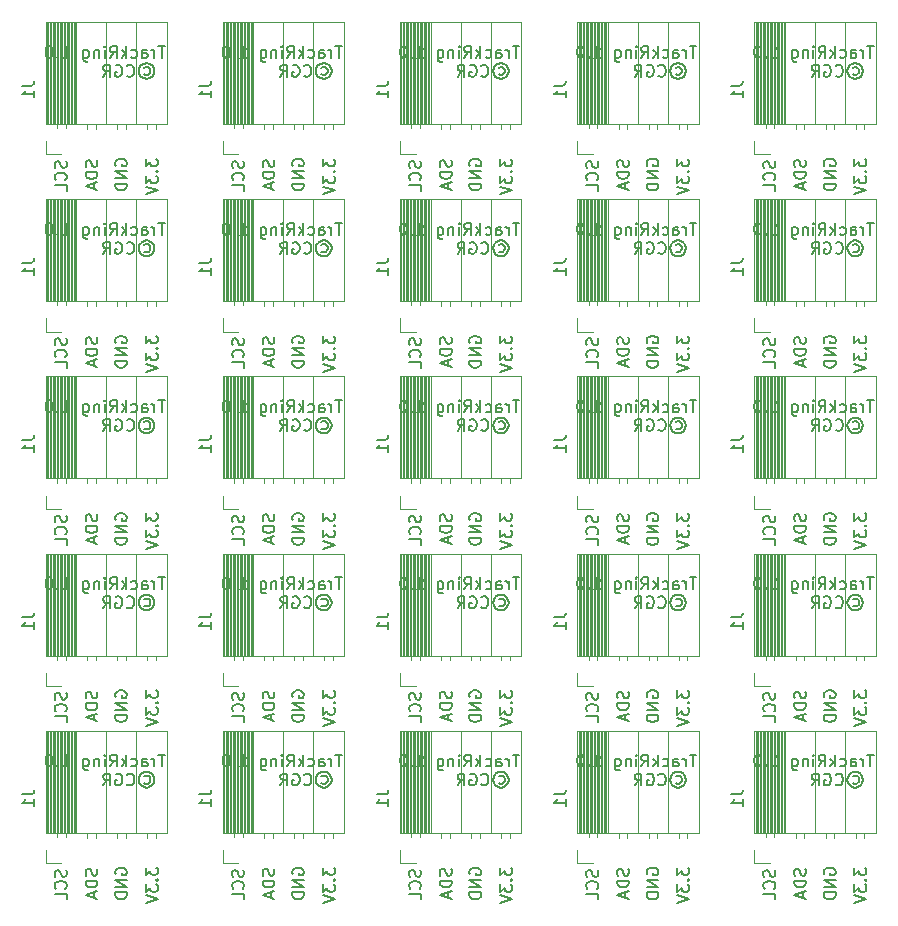
<source format=gbr>
%TF.GenerationSoftware,KiCad,Pcbnew,7.0.1*%
%TF.CreationDate,2025-01-22T12:30:56-05:00*%
%TF.ProjectId,TrackRingA-panel,54726163-6b52-4696-9e67-412d70616e65,rev?*%
%TF.SameCoordinates,Original*%
%TF.FileFunction,Legend,Bot*%
%TF.FilePolarity,Positive*%
%FSLAX46Y46*%
G04 Gerber Fmt 4.6, Leading zero omitted, Abs format (unit mm)*
G04 Created by KiCad (PCBNEW 7.0.1) date 2025-01-22 12:30:56*
%MOMM*%
%LPD*%
G01*
G04 APERTURE LIST*
%ADD10C,0.150000*%
%ADD11C,0.120000*%
G04 APERTURE END LIST*
D10*
X181752380Y-82415714D02*
X181847619Y-82368095D01*
X181847619Y-82368095D02*
X182038095Y-82368095D01*
X182038095Y-82368095D02*
X182133333Y-82415714D01*
X182133333Y-82415714D02*
X182228571Y-82510952D01*
X182228571Y-82510952D02*
X182276190Y-82606190D01*
X182276190Y-82606190D02*
X182276190Y-82796666D01*
X182276190Y-82796666D02*
X182228571Y-82891904D01*
X182228571Y-82891904D02*
X182133333Y-82987142D01*
X182133333Y-82987142D02*
X182038095Y-83034761D01*
X182038095Y-83034761D02*
X181847619Y-83034761D01*
X181847619Y-83034761D02*
X181752380Y-82987142D01*
X181942857Y-82034761D02*
X182180952Y-82082380D01*
X182180952Y-82082380D02*
X182419047Y-82225238D01*
X182419047Y-82225238D02*
X182561904Y-82463333D01*
X182561904Y-82463333D02*
X182609523Y-82701428D01*
X182609523Y-82701428D02*
X182561904Y-82939523D01*
X182561904Y-82939523D02*
X182419047Y-83177619D01*
X182419047Y-83177619D02*
X182180952Y-83320476D01*
X182180952Y-83320476D02*
X181942857Y-83368095D01*
X181942857Y-83368095D02*
X181704761Y-83320476D01*
X181704761Y-83320476D02*
X181466666Y-83177619D01*
X181466666Y-83177619D02*
X181323809Y-82939523D01*
X181323809Y-82939523D02*
X181276190Y-82701428D01*
X181276190Y-82701428D02*
X181323809Y-82463333D01*
X181323809Y-82463333D02*
X181466666Y-82225238D01*
X181466666Y-82225238D02*
X181704761Y-82082380D01*
X181704761Y-82082380D02*
X181942857Y-82034761D01*
X180276190Y-83082380D02*
X180323809Y-83130000D01*
X180323809Y-83130000D02*
X180466666Y-83177619D01*
X180466666Y-83177619D02*
X180561904Y-83177619D01*
X180561904Y-83177619D02*
X180704761Y-83130000D01*
X180704761Y-83130000D02*
X180799999Y-83034761D01*
X180799999Y-83034761D02*
X180847618Y-82939523D01*
X180847618Y-82939523D02*
X180895237Y-82749047D01*
X180895237Y-82749047D02*
X180895237Y-82606190D01*
X180895237Y-82606190D02*
X180847618Y-82415714D01*
X180847618Y-82415714D02*
X180799999Y-82320476D01*
X180799999Y-82320476D02*
X180704761Y-82225238D01*
X180704761Y-82225238D02*
X180561904Y-82177619D01*
X180561904Y-82177619D02*
X180466666Y-82177619D01*
X180466666Y-82177619D02*
X180323809Y-82225238D01*
X180323809Y-82225238D02*
X180276190Y-82272857D01*
X179323809Y-82225238D02*
X179419047Y-82177619D01*
X179419047Y-82177619D02*
X179561904Y-82177619D01*
X179561904Y-82177619D02*
X179704761Y-82225238D01*
X179704761Y-82225238D02*
X179799999Y-82320476D01*
X179799999Y-82320476D02*
X179847618Y-82415714D01*
X179847618Y-82415714D02*
X179895237Y-82606190D01*
X179895237Y-82606190D02*
X179895237Y-82749047D01*
X179895237Y-82749047D02*
X179847618Y-82939523D01*
X179847618Y-82939523D02*
X179799999Y-83034761D01*
X179799999Y-83034761D02*
X179704761Y-83130000D01*
X179704761Y-83130000D02*
X179561904Y-83177619D01*
X179561904Y-83177619D02*
X179466666Y-83177619D01*
X179466666Y-83177619D02*
X179323809Y-83130000D01*
X179323809Y-83130000D02*
X179276190Y-83082380D01*
X179276190Y-83082380D02*
X179276190Y-82749047D01*
X179276190Y-82749047D02*
X179466666Y-82749047D01*
X178276190Y-83177619D02*
X178609523Y-82701428D01*
X178847618Y-83177619D02*
X178847618Y-82177619D01*
X178847618Y-82177619D02*
X178466666Y-82177619D01*
X178466666Y-82177619D02*
X178371428Y-82225238D01*
X178371428Y-82225238D02*
X178323809Y-82272857D01*
X178323809Y-82272857D02*
X178276190Y-82368095D01*
X178276190Y-82368095D02*
X178276190Y-82510952D01*
X178276190Y-82510952D02*
X178323809Y-82606190D01*
X178323809Y-82606190D02*
X178371428Y-82653809D01*
X178371428Y-82653809D02*
X178466666Y-82701428D01*
X178466666Y-82701428D02*
X178847618Y-82701428D01*
X166752380Y-22415714D02*
X166847619Y-22368095D01*
X166847619Y-22368095D02*
X167038095Y-22368095D01*
X167038095Y-22368095D02*
X167133333Y-22415714D01*
X167133333Y-22415714D02*
X167228571Y-22510952D01*
X167228571Y-22510952D02*
X167276190Y-22606190D01*
X167276190Y-22606190D02*
X167276190Y-22796666D01*
X167276190Y-22796666D02*
X167228571Y-22891904D01*
X167228571Y-22891904D02*
X167133333Y-22987142D01*
X167133333Y-22987142D02*
X167038095Y-23034761D01*
X167038095Y-23034761D02*
X166847619Y-23034761D01*
X166847619Y-23034761D02*
X166752380Y-22987142D01*
X166942857Y-22034761D02*
X167180952Y-22082380D01*
X167180952Y-22082380D02*
X167419047Y-22225238D01*
X167419047Y-22225238D02*
X167561904Y-22463333D01*
X167561904Y-22463333D02*
X167609523Y-22701428D01*
X167609523Y-22701428D02*
X167561904Y-22939523D01*
X167561904Y-22939523D02*
X167419047Y-23177619D01*
X167419047Y-23177619D02*
X167180952Y-23320476D01*
X167180952Y-23320476D02*
X166942857Y-23368095D01*
X166942857Y-23368095D02*
X166704761Y-23320476D01*
X166704761Y-23320476D02*
X166466666Y-23177619D01*
X166466666Y-23177619D02*
X166323809Y-22939523D01*
X166323809Y-22939523D02*
X166276190Y-22701428D01*
X166276190Y-22701428D02*
X166323809Y-22463333D01*
X166323809Y-22463333D02*
X166466666Y-22225238D01*
X166466666Y-22225238D02*
X166704761Y-22082380D01*
X166704761Y-22082380D02*
X166942857Y-22034761D01*
X165276190Y-23082380D02*
X165323809Y-23130000D01*
X165323809Y-23130000D02*
X165466666Y-23177619D01*
X165466666Y-23177619D02*
X165561904Y-23177619D01*
X165561904Y-23177619D02*
X165704761Y-23130000D01*
X165704761Y-23130000D02*
X165799999Y-23034761D01*
X165799999Y-23034761D02*
X165847618Y-22939523D01*
X165847618Y-22939523D02*
X165895237Y-22749047D01*
X165895237Y-22749047D02*
X165895237Y-22606190D01*
X165895237Y-22606190D02*
X165847618Y-22415714D01*
X165847618Y-22415714D02*
X165799999Y-22320476D01*
X165799999Y-22320476D02*
X165704761Y-22225238D01*
X165704761Y-22225238D02*
X165561904Y-22177619D01*
X165561904Y-22177619D02*
X165466666Y-22177619D01*
X165466666Y-22177619D02*
X165323809Y-22225238D01*
X165323809Y-22225238D02*
X165276190Y-22272857D01*
X164323809Y-22225238D02*
X164419047Y-22177619D01*
X164419047Y-22177619D02*
X164561904Y-22177619D01*
X164561904Y-22177619D02*
X164704761Y-22225238D01*
X164704761Y-22225238D02*
X164799999Y-22320476D01*
X164799999Y-22320476D02*
X164847618Y-22415714D01*
X164847618Y-22415714D02*
X164895237Y-22606190D01*
X164895237Y-22606190D02*
X164895237Y-22749047D01*
X164895237Y-22749047D02*
X164847618Y-22939523D01*
X164847618Y-22939523D02*
X164799999Y-23034761D01*
X164799999Y-23034761D02*
X164704761Y-23130000D01*
X164704761Y-23130000D02*
X164561904Y-23177619D01*
X164561904Y-23177619D02*
X164466666Y-23177619D01*
X164466666Y-23177619D02*
X164323809Y-23130000D01*
X164323809Y-23130000D02*
X164276190Y-23082380D01*
X164276190Y-23082380D02*
X164276190Y-22749047D01*
X164276190Y-22749047D02*
X164466666Y-22749047D01*
X163276190Y-23177619D02*
X163609523Y-22701428D01*
X163847618Y-23177619D02*
X163847618Y-22177619D01*
X163847618Y-22177619D02*
X163466666Y-22177619D01*
X163466666Y-22177619D02*
X163371428Y-22225238D01*
X163371428Y-22225238D02*
X163323809Y-22272857D01*
X163323809Y-22272857D02*
X163276190Y-22368095D01*
X163276190Y-22368095D02*
X163276190Y-22510952D01*
X163276190Y-22510952D02*
X163323809Y-22606190D01*
X163323809Y-22606190D02*
X163371428Y-22653809D01*
X163371428Y-22653809D02*
X163466666Y-22701428D01*
X163466666Y-22701428D02*
X163847618Y-22701428D01*
X183504761Y-20577619D02*
X182933333Y-20577619D01*
X183219047Y-21577619D02*
X183219047Y-20577619D01*
X182599999Y-21577619D02*
X182599999Y-20910952D01*
X182599999Y-21101428D02*
X182552380Y-21006190D01*
X182552380Y-21006190D02*
X182504761Y-20958571D01*
X182504761Y-20958571D02*
X182409523Y-20910952D01*
X182409523Y-20910952D02*
X182314285Y-20910952D01*
X181552380Y-21577619D02*
X181552380Y-21053809D01*
X181552380Y-21053809D02*
X181599999Y-20958571D01*
X181599999Y-20958571D02*
X181695237Y-20910952D01*
X181695237Y-20910952D02*
X181885713Y-20910952D01*
X181885713Y-20910952D02*
X181980951Y-20958571D01*
X181552380Y-21530000D02*
X181647618Y-21577619D01*
X181647618Y-21577619D02*
X181885713Y-21577619D01*
X181885713Y-21577619D02*
X181980951Y-21530000D01*
X181980951Y-21530000D02*
X182028570Y-21434761D01*
X182028570Y-21434761D02*
X182028570Y-21339523D01*
X182028570Y-21339523D02*
X181980951Y-21244285D01*
X181980951Y-21244285D02*
X181885713Y-21196666D01*
X181885713Y-21196666D02*
X181647618Y-21196666D01*
X181647618Y-21196666D02*
X181552380Y-21149047D01*
X180647618Y-21530000D02*
X180742856Y-21577619D01*
X180742856Y-21577619D02*
X180933332Y-21577619D01*
X180933332Y-21577619D02*
X181028570Y-21530000D01*
X181028570Y-21530000D02*
X181076189Y-21482380D01*
X181076189Y-21482380D02*
X181123808Y-21387142D01*
X181123808Y-21387142D02*
X181123808Y-21101428D01*
X181123808Y-21101428D02*
X181076189Y-21006190D01*
X181076189Y-21006190D02*
X181028570Y-20958571D01*
X181028570Y-20958571D02*
X180933332Y-20910952D01*
X180933332Y-20910952D02*
X180742856Y-20910952D01*
X180742856Y-20910952D02*
X180647618Y-20958571D01*
X180219046Y-21577619D02*
X180219046Y-20577619D01*
X180123808Y-21196666D02*
X179838094Y-21577619D01*
X179838094Y-20910952D02*
X180219046Y-21291904D01*
X178838094Y-21577619D02*
X179171427Y-21101428D01*
X179409522Y-21577619D02*
X179409522Y-20577619D01*
X179409522Y-20577619D02*
X179028570Y-20577619D01*
X179028570Y-20577619D02*
X178933332Y-20625238D01*
X178933332Y-20625238D02*
X178885713Y-20672857D01*
X178885713Y-20672857D02*
X178838094Y-20768095D01*
X178838094Y-20768095D02*
X178838094Y-20910952D01*
X178838094Y-20910952D02*
X178885713Y-21006190D01*
X178885713Y-21006190D02*
X178933332Y-21053809D01*
X178933332Y-21053809D02*
X179028570Y-21101428D01*
X179028570Y-21101428D02*
X179409522Y-21101428D01*
X178409522Y-21577619D02*
X178409522Y-20910952D01*
X178409522Y-20577619D02*
X178457141Y-20625238D01*
X178457141Y-20625238D02*
X178409522Y-20672857D01*
X178409522Y-20672857D02*
X178361903Y-20625238D01*
X178361903Y-20625238D02*
X178409522Y-20577619D01*
X178409522Y-20577619D02*
X178409522Y-20672857D01*
X177933332Y-20910952D02*
X177933332Y-21577619D01*
X177933332Y-21006190D02*
X177885713Y-20958571D01*
X177885713Y-20958571D02*
X177790475Y-20910952D01*
X177790475Y-20910952D02*
X177647618Y-20910952D01*
X177647618Y-20910952D02*
X177552380Y-20958571D01*
X177552380Y-20958571D02*
X177504761Y-21053809D01*
X177504761Y-21053809D02*
X177504761Y-21577619D01*
X176599999Y-20910952D02*
X176599999Y-21720476D01*
X176599999Y-21720476D02*
X176647618Y-21815714D01*
X176647618Y-21815714D02*
X176695237Y-21863333D01*
X176695237Y-21863333D02*
X176790475Y-21910952D01*
X176790475Y-21910952D02*
X176933332Y-21910952D01*
X176933332Y-21910952D02*
X177028570Y-21863333D01*
X176599999Y-21530000D02*
X176695237Y-21577619D01*
X176695237Y-21577619D02*
X176885713Y-21577619D01*
X176885713Y-21577619D02*
X176980951Y-21530000D01*
X176980951Y-21530000D02*
X177028570Y-21482380D01*
X177028570Y-21482380D02*
X177076189Y-21387142D01*
X177076189Y-21387142D02*
X177076189Y-21101428D01*
X177076189Y-21101428D02*
X177028570Y-21006190D01*
X177028570Y-21006190D02*
X176980951Y-20958571D01*
X176980951Y-20958571D02*
X176885713Y-20910952D01*
X176885713Y-20910952D02*
X176695237Y-20910952D01*
X176695237Y-20910952D02*
X176599999Y-20958571D01*
X174838094Y-21577619D02*
X175409522Y-21577619D01*
X175123808Y-21577619D02*
X175123808Y-20577619D01*
X175123808Y-20577619D02*
X175219046Y-20720476D01*
X175219046Y-20720476D02*
X175314284Y-20815714D01*
X175314284Y-20815714D02*
X175409522Y-20863333D01*
X174409522Y-21482380D02*
X174361903Y-21530000D01*
X174361903Y-21530000D02*
X174409522Y-21577619D01*
X174409522Y-21577619D02*
X174457141Y-21530000D01*
X174457141Y-21530000D02*
X174409522Y-21482380D01*
X174409522Y-21482380D02*
X174409522Y-21577619D01*
X173742856Y-20577619D02*
X173647618Y-20577619D01*
X173647618Y-20577619D02*
X173552380Y-20625238D01*
X173552380Y-20625238D02*
X173504761Y-20672857D01*
X173504761Y-20672857D02*
X173457142Y-20768095D01*
X173457142Y-20768095D02*
X173409523Y-20958571D01*
X173409523Y-20958571D02*
X173409523Y-21196666D01*
X173409523Y-21196666D02*
X173457142Y-21387142D01*
X173457142Y-21387142D02*
X173504761Y-21482380D01*
X173504761Y-21482380D02*
X173552380Y-21530000D01*
X173552380Y-21530000D02*
X173647618Y-21577619D01*
X173647618Y-21577619D02*
X173742856Y-21577619D01*
X173742856Y-21577619D02*
X173838094Y-21530000D01*
X173838094Y-21530000D02*
X173885713Y-21482380D01*
X173885713Y-21482380D02*
X173933332Y-21387142D01*
X173933332Y-21387142D02*
X173980951Y-21196666D01*
X173980951Y-21196666D02*
X173980951Y-20958571D01*
X173980951Y-20958571D02*
X173933332Y-20768095D01*
X173933332Y-20768095D02*
X173885713Y-20672857D01*
X173885713Y-20672857D02*
X173838094Y-20625238D01*
X173838094Y-20625238D02*
X173742856Y-20577619D01*
X168504761Y-35577619D02*
X167933333Y-35577619D01*
X168219047Y-36577619D02*
X168219047Y-35577619D01*
X167599999Y-36577619D02*
X167599999Y-35910952D01*
X167599999Y-36101428D02*
X167552380Y-36006190D01*
X167552380Y-36006190D02*
X167504761Y-35958571D01*
X167504761Y-35958571D02*
X167409523Y-35910952D01*
X167409523Y-35910952D02*
X167314285Y-35910952D01*
X166552380Y-36577619D02*
X166552380Y-36053809D01*
X166552380Y-36053809D02*
X166599999Y-35958571D01*
X166599999Y-35958571D02*
X166695237Y-35910952D01*
X166695237Y-35910952D02*
X166885713Y-35910952D01*
X166885713Y-35910952D02*
X166980951Y-35958571D01*
X166552380Y-36530000D02*
X166647618Y-36577619D01*
X166647618Y-36577619D02*
X166885713Y-36577619D01*
X166885713Y-36577619D02*
X166980951Y-36530000D01*
X166980951Y-36530000D02*
X167028570Y-36434761D01*
X167028570Y-36434761D02*
X167028570Y-36339523D01*
X167028570Y-36339523D02*
X166980951Y-36244285D01*
X166980951Y-36244285D02*
X166885713Y-36196666D01*
X166885713Y-36196666D02*
X166647618Y-36196666D01*
X166647618Y-36196666D02*
X166552380Y-36149047D01*
X165647618Y-36530000D02*
X165742856Y-36577619D01*
X165742856Y-36577619D02*
X165933332Y-36577619D01*
X165933332Y-36577619D02*
X166028570Y-36530000D01*
X166028570Y-36530000D02*
X166076189Y-36482380D01*
X166076189Y-36482380D02*
X166123808Y-36387142D01*
X166123808Y-36387142D02*
X166123808Y-36101428D01*
X166123808Y-36101428D02*
X166076189Y-36006190D01*
X166076189Y-36006190D02*
X166028570Y-35958571D01*
X166028570Y-35958571D02*
X165933332Y-35910952D01*
X165933332Y-35910952D02*
X165742856Y-35910952D01*
X165742856Y-35910952D02*
X165647618Y-35958571D01*
X165219046Y-36577619D02*
X165219046Y-35577619D01*
X165123808Y-36196666D02*
X164838094Y-36577619D01*
X164838094Y-35910952D02*
X165219046Y-36291904D01*
X163838094Y-36577619D02*
X164171427Y-36101428D01*
X164409522Y-36577619D02*
X164409522Y-35577619D01*
X164409522Y-35577619D02*
X164028570Y-35577619D01*
X164028570Y-35577619D02*
X163933332Y-35625238D01*
X163933332Y-35625238D02*
X163885713Y-35672857D01*
X163885713Y-35672857D02*
X163838094Y-35768095D01*
X163838094Y-35768095D02*
X163838094Y-35910952D01*
X163838094Y-35910952D02*
X163885713Y-36006190D01*
X163885713Y-36006190D02*
X163933332Y-36053809D01*
X163933332Y-36053809D02*
X164028570Y-36101428D01*
X164028570Y-36101428D02*
X164409522Y-36101428D01*
X163409522Y-36577619D02*
X163409522Y-35910952D01*
X163409522Y-35577619D02*
X163457141Y-35625238D01*
X163457141Y-35625238D02*
X163409522Y-35672857D01*
X163409522Y-35672857D02*
X163361903Y-35625238D01*
X163361903Y-35625238D02*
X163409522Y-35577619D01*
X163409522Y-35577619D02*
X163409522Y-35672857D01*
X162933332Y-35910952D02*
X162933332Y-36577619D01*
X162933332Y-36006190D02*
X162885713Y-35958571D01*
X162885713Y-35958571D02*
X162790475Y-35910952D01*
X162790475Y-35910952D02*
X162647618Y-35910952D01*
X162647618Y-35910952D02*
X162552380Y-35958571D01*
X162552380Y-35958571D02*
X162504761Y-36053809D01*
X162504761Y-36053809D02*
X162504761Y-36577619D01*
X161599999Y-35910952D02*
X161599999Y-36720476D01*
X161599999Y-36720476D02*
X161647618Y-36815714D01*
X161647618Y-36815714D02*
X161695237Y-36863333D01*
X161695237Y-36863333D02*
X161790475Y-36910952D01*
X161790475Y-36910952D02*
X161933332Y-36910952D01*
X161933332Y-36910952D02*
X162028570Y-36863333D01*
X161599999Y-36530000D02*
X161695237Y-36577619D01*
X161695237Y-36577619D02*
X161885713Y-36577619D01*
X161885713Y-36577619D02*
X161980951Y-36530000D01*
X161980951Y-36530000D02*
X162028570Y-36482380D01*
X162028570Y-36482380D02*
X162076189Y-36387142D01*
X162076189Y-36387142D02*
X162076189Y-36101428D01*
X162076189Y-36101428D02*
X162028570Y-36006190D01*
X162028570Y-36006190D02*
X161980951Y-35958571D01*
X161980951Y-35958571D02*
X161885713Y-35910952D01*
X161885713Y-35910952D02*
X161695237Y-35910952D01*
X161695237Y-35910952D02*
X161599999Y-35958571D01*
X159838094Y-36577619D02*
X160409522Y-36577619D01*
X160123808Y-36577619D02*
X160123808Y-35577619D01*
X160123808Y-35577619D02*
X160219046Y-35720476D01*
X160219046Y-35720476D02*
X160314284Y-35815714D01*
X160314284Y-35815714D02*
X160409522Y-35863333D01*
X159409522Y-36482380D02*
X159361903Y-36530000D01*
X159361903Y-36530000D02*
X159409522Y-36577619D01*
X159409522Y-36577619D02*
X159457141Y-36530000D01*
X159457141Y-36530000D02*
X159409522Y-36482380D01*
X159409522Y-36482380D02*
X159409522Y-36577619D01*
X158742856Y-35577619D02*
X158647618Y-35577619D01*
X158647618Y-35577619D02*
X158552380Y-35625238D01*
X158552380Y-35625238D02*
X158504761Y-35672857D01*
X158504761Y-35672857D02*
X158457142Y-35768095D01*
X158457142Y-35768095D02*
X158409523Y-35958571D01*
X158409523Y-35958571D02*
X158409523Y-36196666D01*
X158409523Y-36196666D02*
X158457142Y-36387142D01*
X158457142Y-36387142D02*
X158504761Y-36482380D01*
X158504761Y-36482380D02*
X158552380Y-36530000D01*
X158552380Y-36530000D02*
X158647618Y-36577619D01*
X158647618Y-36577619D02*
X158742856Y-36577619D01*
X158742856Y-36577619D02*
X158838094Y-36530000D01*
X158838094Y-36530000D02*
X158885713Y-36482380D01*
X158885713Y-36482380D02*
X158933332Y-36387142D01*
X158933332Y-36387142D02*
X158980951Y-36196666D01*
X158980951Y-36196666D02*
X158980951Y-35958571D01*
X158980951Y-35958571D02*
X158933332Y-35768095D01*
X158933332Y-35768095D02*
X158885713Y-35672857D01*
X158885713Y-35672857D02*
X158838094Y-35625238D01*
X158838094Y-35625238D02*
X158742856Y-35577619D01*
X121752380Y-22415714D02*
X121847619Y-22368095D01*
X121847619Y-22368095D02*
X122038095Y-22368095D01*
X122038095Y-22368095D02*
X122133333Y-22415714D01*
X122133333Y-22415714D02*
X122228571Y-22510952D01*
X122228571Y-22510952D02*
X122276190Y-22606190D01*
X122276190Y-22606190D02*
X122276190Y-22796666D01*
X122276190Y-22796666D02*
X122228571Y-22891904D01*
X122228571Y-22891904D02*
X122133333Y-22987142D01*
X122133333Y-22987142D02*
X122038095Y-23034761D01*
X122038095Y-23034761D02*
X121847619Y-23034761D01*
X121847619Y-23034761D02*
X121752380Y-22987142D01*
X121942857Y-22034761D02*
X122180952Y-22082380D01*
X122180952Y-22082380D02*
X122419047Y-22225238D01*
X122419047Y-22225238D02*
X122561904Y-22463333D01*
X122561904Y-22463333D02*
X122609523Y-22701428D01*
X122609523Y-22701428D02*
X122561904Y-22939523D01*
X122561904Y-22939523D02*
X122419047Y-23177619D01*
X122419047Y-23177619D02*
X122180952Y-23320476D01*
X122180952Y-23320476D02*
X121942857Y-23368095D01*
X121942857Y-23368095D02*
X121704761Y-23320476D01*
X121704761Y-23320476D02*
X121466666Y-23177619D01*
X121466666Y-23177619D02*
X121323809Y-22939523D01*
X121323809Y-22939523D02*
X121276190Y-22701428D01*
X121276190Y-22701428D02*
X121323809Y-22463333D01*
X121323809Y-22463333D02*
X121466666Y-22225238D01*
X121466666Y-22225238D02*
X121704761Y-22082380D01*
X121704761Y-22082380D02*
X121942857Y-22034761D01*
X120276190Y-23082380D02*
X120323809Y-23130000D01*
X120323809Y-23130000D02*
X120466666Y-23177619D01*
X120466666Y-23177619D02*
X120561904Y-23177619D01*
X120561904Y-23177619D02*
X120704761Y-23130000D01*
X120704761Y-23130000D02*
X120799999Y-23034761D01*
X120799999Y-23034761D02*
X120847618Y-22939523D01*
X120847618Y-22939523D02*
X120895237Y-22749047D01*
X120895237Y-22749047D02*
X120895237Y-22606190D01*
X120895237Y-22606190D02*
X120847618Y-22415714D01*
X120847618Y-22415714D02*
X120799999Y-22320476D01*
X120799999Y-22320476D02*
X120704761Y-22225238D01*
X120704761Y-22225238D02*
X120561904Y-22177619D01*
X120561904Y-22177619D02*
X120466666Y-22177619D01*
X120466666Y-22177619D02*
X120323809Y-22225238D01*
X120323809Y-22225238D02*
X120276190Y-22272857D01*
X119323809Y-22225238D02*
X119419047Y-22177619D01*
X119419047Y-22177619D02*
X119561904Y-22177619D01*
X119561904Y-22177619D02*
X119704761Y-22225238D01*
X119704761Y-22225238D02*
X119799999Y-22320476D01*
X119799999Y-22320476D02*
X119847618Y-22415714D01*
X119847618Y-22415714D02*
X119895237Y-22606190D01*
X119895237Y-22606190D02*
X119895237Y-22749047D01*
X119895237Y-22749047D02*
X119847618Y-22939523D01*
X119847618Y-22939523D02*
X119799999Y-23034761D01*
X119799999Y-23034761D02*
X119704761Y-23130000D01*
X119704761Y-23130000D02*
X119561904Y-23177619D01*
X119561904Y-23177619D02*
X119466666Y-23177619D01*
X119466666Y-23177619D02*
X119323809Y-23130000D01*
X119323809Y-23130000D02*
X119276190Y-23082380D01*
X119276190Y-23082380D02*
X119276190Y-22749047D01*
X119276190Y-22749047D02*
X119466666Y-22749047D01*
X118276190Y-23177619D02*
X118609523Y-22701428D01*
X118847618Y-23177619D02*
X118847618Y-22177619D01*
X118847618Y-22177619D02*
X118466666Y-22177619D01*
X118466666Y-22177619D02*
X118371428Y-22225238D01*
X118371428Y-22225238D02*
X118323809Y-22272857D01*
X118323809Y-22272857D02*
X118276190Y-22368095D01*
X118276190Y-22368095D02*
X118276190Y-22510952D01*
X118276190Y-22510952D02*
X118323809Y-22606190D01*
X118323809Y-22606190D02*
X118371428Y-22653809D01*
X118371428Y-22653809D02*
X118466666Y-22701428D01*
X118466666Y-22701428D02*
X118847618Y-22701428D01*
X119325238Y-30711904D02*
X119277619Y-30616666D01*
X119277619Y-30616666D02*
X119277619Y-30473809D01*
X119277619Y-30473809D02*
X119325238Y-30330952D01*
X119325238Y-30330952D02*
X119420476Y-30235714D01*
X119420476Y-30235714D02*
X119515714Y-30188095D01*
X119515714Y-30188095D02*
X119706190Y-30140476D01*
X119706190Y-30140476D02*
X119849047Y-30140476D01*
X119849047Y-30140476D02*
X120039523Y-30188095D01*
X120039523Y-30188095D02*
X120134761Y-30235714D01*
X120134761Y-30235714D02*
X120230000Y-30330952D01*
X120230000Y-30330952D02*
X120277619Y-30473809D01*
X120277619Y-30473809D02*
X120277619Y-30569047D01*
X120277619Y-30569047D02*
X120230000Y-30711904D01*
X120230000Y-30711904D02*
X120182380Y-30759523D01*
X120182380Y-30759523D02*
X119849047Y-30759523D01*
X119849047Y-30759523D02*
X119849047Y-30569047D01*
X120277619Y-31188095D02*
X119277619Y-31188095D01*
X119277619Y-31188095D02*
X120277619Y-31759523D01*
X120277619Y-31759523D02*
X119277619Y-31759523D01*
X120277619Y-32235714D02*
X119277619Y-32235714D01*
X119277619Y-32235714D02*
X119277619Y-32473809D01*
X119277619Y-32473809D02*
X119325238Y-32616666D01*
X119325238Y-32616666D02*
X119420476Y-32711904D01*
X119420476Y-32711904D02*
X119515714Y-32759523D01*
X119515714Y-32759523D02*
X119706190Y-32807142D01*
X119706190Y-32807142D02*
X119849047Y-32807142D01*
X119849047Y-32807142D02*
X120039523Y-32759523D01*
X120039523Y-32759523D02*
X120134761Y-32711904D01*
X120134761Y-32711904D02*
X120230000Y-32616666D01*
X120230000Y-32616666D02*
X120277619Y-32473809D01*
X120277619Y-32473809D02*
X120277619Y-32235714D01*
X130130000Y-75340476D02*
X130177619Y-75483333D01*
X130177619Y-75483333D02*
X130177619Y-75721428D01*
X130177619Y-75721428D02*
X130130000Y-75816666D01*
X130130000Y-75816666D02*
X130082380Y-75864285D01*
X130082380Y-75864285D02*
X129987142Y-75911904D01*
X129987142Y-75911904D02*
X129891904Y-75911904D01*
X129891904Y-75911904D02*
X129796666Y-75864285D01*
X129796666Y-75864285D02*
X129749047Y-75816666D01*
X129749047Y-75816666D02*
X129701428Y-75721428D01*
X129701428Y-75721428D02*
X129653809Y-75530952D01*
X129653809Y-75530952D02*
X129606190Y-75435714D01*
X129606190Y-75435714D02*
X129558571Y-75388095D01*
X129558571Y-75388095D02*
X129463333Y-75340476D01*
X129463333Y-75340476D02*
X129368095Y-75340476D01*
X129368095Y-75340476D02*
X129272857Y-75388095D01*
X129272857Y-75388095D02*
X129225238Y-75435714D01*
X129225238Y-75435714D02*
X129177619Y-75530952D01*
X129177619Y-75530952D02*
X129177619Y-75769047D01*
X129177619Y-75769047D02*
X129225238Y-75911904D01*
X130082380Y-76911904D02*
X130130000Y-76864285D01*
X130130000Y-76864285D02*
X130177619Y-76721428D01*
X130177619Y-76721428D02*
X130177619Y-76626190D01*
X130177619Y-76626190D02*
X130130000Y-76483333D01*
X130130000Y-76483333D02*
X130034761Y-76388095D01*
X130034761Y-76388095D02*
X129939523Y-76340476D01*
X129939523Y-76340476D02*
X129749047Y-76292857D01*
X129749047Y-76292857D02*
X129606190Y-76292857D01*
X129606190Y-76292857D02*
X129415714Y-76340476D01*
X129415714Y-76340476D02*
X129320476Y-76388095D01*
X129320476Y-76388095D02*
X129225238Y-76483333D01*
X129225238Y-76483333D02*
X129177619Y-76626190D01*
X129177619Y-76626190D02*
X129177619Y-76721428D01*
X129177619Y-76721428D02*
X129225238Y-76864285D01*
X129225238Y-76864285D02*
X129272857Y-76911904D01*
X130177619Y-77816666D02*
X130177619Y-77340476D01*
X130177619Y-77340476D02*
X129177619Y-77340476D01*
X147730000Y-90240476D02*
X147777619Y-90383333D01*
X147777619Y-90383333D02*
X147777619Y-90621428D01*
X147777619Y-90621428D02*
X147730000Y-90716666D01*
X147730000Y-90716666D02*
X147682380Y-90764285D01*
X147682380Y-90764285D02*
X147587142Y-90811904D01*
X147587142Y-90811904D02*
X147491904Y-90811904D01*
X147491904Y-90811904D02*
X147396666Y-90764285D01*
X147396666Y-90764285D02*
X147349047Y-90716666D01*
X147349047Y-90716666D02*
X147301428Y-90621428D01*
X147301428Y-90621428D02*
X147253809Y-90430952D01*
X147253809Y-90430952D02*
X147206190Y-90335714D01*
X147206190Y-90335714D02*
X147158571Y-90288095D01*
X147158571Y-90288095D02*
X147063333Y-90240476D01*
X147063333Y-90240476D02*
X146968095Y-90240476D01*
X146968095Y-90240476D02*
X146872857Y-90288095D01*
X146872857Y-90288095D02*
X146825238Y-90335714D01*
X146825238Y-90335714D02*
X146777619Y-90430952D01*
X146777619Y-90430952D02*
X146777619Y-90669047D01*
X146777619Y-90669047D02*
X146825238Y-90811904D01*
X147777619Y-91240476D02*
X146777619Y-91240476D01*
X146777619Y-91240476D02*
X146777619Y-91478571D01*
X146777619Y-91478571D02*
X146825238Y-91621428D01*
X146825238Y-91621428D02*
X146920476Y-91716666D01*
X146920476Y-91716666D02*
X147015714Y-91764285D01*
X147015714Y-91764285D02*
X147206190Y-91811904D01*
X147206190Y-91811904D02*
X147349047Y-91811904D01*
X147349047Y-91811904D02*
X147539523Y-91764285D01*
X147539523Y-91764285D02*
X147634761Y-91716666D01*
X147634761Y-91716666D02*
X147730000Y-91621428D01*
X147730000Y-91621428D02*
X147777619Y-91478571D01*
X147777619Y-91478571D02*
X147777619Y-91240476D01*
X147491904Y-92192857D02*
X147491904Y-92669047D01*
X147777619Y-92097619D02*
X146777619Y-92430952D01*
X146777619Y-92430952D02*
X147777619Y-92764285D01*
X145130000Y-90340476D02*
X145177619Y-90483333D01*
X145177619Y-90483333D02*
X145177619Y-90721428D01*
X145177619Y-90721428D02*
X145130000Y-90816666D01*
X145130000Y-90816666D02*
X145082380Y-90864285D01*
X145082380Y-90864285D02*
X144987142Y-90911904D01*
X144987142Y-90911904D02*
X144891904Y-90911904D01*
X144891904Y-90911904D02*
X144796666Y-90864285D01*
X144796666Y-90864285D02*
X144749047Y-90816666D01*
X144749047Y-90816666D02*
X144701428Y-90721428D01*
X144701428Y-90721428D02*
X144653809Y-90530952D01*
X144653809Y-90530952D02*
X144606190Y-90435714D01*
X144606190Y-90435714D02*
X144558571Y-90388095D01*
X144558571Y-90388095D02*
X144463333Y-90340476D01*
X144463333Y-90340476D02*
X144368095Y-90340476D01*
X144368095Y-90340476D02*
X144272857Y-90388095D01*
X144272857Y-90388095D02*
X144225238Y-90435714D01*
X144225238Y-90435714D02*
X144177619Y-90530952D01*
X144177619Y-90530952D02*
X144177619Y-90769047D01*
X144177619Y-90769047D02*
X144225238Y-90911904D01*
X145082380Y-91911904D02*
X145130000Y-91864285D01*
X145130000Y-91864285D02*
X145177619Y-91721428D01*
X145177619Y-91721428D02*
X145177619Y-91626190D01*
X145177619Y-91626190D02*
X145130000Y-91483333D01*
X145130000Y-91483333D02*
X145034761Y-91388095D01*
X145034761Y-91388095D02*
X144939523Y-91340476D01*
X144939523Y-91340476D02*
X144749047Y-91292857D01*
X144749047Y-91292857D02*
X144606190Y-91292857D01*
X144606190Y-91292857D02*
X144415714Y-91340476D01*
X144415714Y-91340476D02*
X144320476Y-91388095D01*
X144320476Y-91388095D02*
X144225238Y-91483333D01*
X144225238Y-91483333D02*
X144177619Y-91626190D01*
X144177619Y-91626190D02*
X144177619Y-91721428D01*
X144177619Y-91721428D02*
X144225238Y-91864285D01*
X144225238Y-91864285D02*
X144272857Y-91911904D01*
X145177619Y-92816666D02*
X145177619Y-92340476D01*
X145177619Y-92340476D02*
X144177619Y-92340476D01*
X115130000Y-60340476D02*
X115177619Y-60483333D01*
X115177619Y-60483333D02*
X115177619Y-60721428D01*
X115177619Y-60721428D02*
X115130000Y-60816666D01*
X115130000Y-60816666D02*
X115082380Y-60864285D01*
X115082380Y-60864285D02*
X114987142Y-60911904D01*
X114987142Y-60911904D02*
X114891904Y-60911904D01*
X114891904Y-60911904D02*
X114796666Y-60864285D01*
X114796666Y-60864285D02*
X114749047Y-60816666D01*
X114749047Y-60816666D02*
X114701428Y-60721428D01*
X114701428Y-60721428D02*
X114653809Y-60530952D01*
X114653809Y-60530952D02*
X114606190Y-60435714D01*
X114606190Y-60435714D02*
X114558571Y-60388095D01*
X114558571Y-60388095D02*
X114463333Y-60340476D01*
X114463333Y-60340476D02*
X114368095Y-60340476D01*
X114368095Y-60340476D02*
X114272857Y-60388095D01*
X114272857Y-60388095D02*
X114225238Y-60435714D01*
X114225238Y-60435714D02*
X114177619Y-60530952D01*
X114177619Y-60530952D02*
X114177619Y-60769047D01*
X114177619Y-60769047D02*
X114225238Y-60911904D01*
X115082380Y-61911904D02*
X115130000Y-61864285D01*
X115130000Y-61864285D02*
X115177619Y-61721428D01*
X115177619Y-61721428D02*
X115177619Y-61626190D01*
X115177619Y-61626190D02*
X115130000Y-61483333D01*
X115130000Y-61483333D02*
X115034761Y-61388095D01*
X115034761Y-61388095D02*
X114939523Y-61340476D01*
X114939523Y-61340476D02*
X114749047Y-61292857D01*
X114749047Y-61292857D02*
X114606190Y-61292857D01*
X114606190Y-61292857D02*
X114415714Y-61340476D01*
X114415714Y-61340476D02*
X114320476Y-61388095D01*
X114320476Y-61388095D02*
X114225238Y-61483333D01*
X114225238Y-61483333D02*
X114177619Y-61626190D01*
X114177619Y-61626190D02*
X114177619Y-61721428D01*
X114177619Y-61721428D02*
X114225238Y-61864285D01*
X114225238Y-61864285D02*
X114272857Y-61911904D01*
X115177619Y-62816666D02*
X115177619Y-62340476D01*
X115177619Y-62340476D02*
X114177619Y-62340476D01*
X166752380Y-37415714D02*
X166847619Y-37368095D01*
X166847619Y-37368095D02*
X167038095Y-37368095D01*
X167038095Y-37368095D02*
X167133333Y-37415714D01*
X167133333Y-37415714D02*
X167228571Y-37510952D01*
X167228571Y-37510952D02*
X167276190Y-37606190D01*
X167276190Y-37606190D02*
X167276190Y-37796666D01*
X167276190Y-37796666D02*
X167228571Y-37891904D01*
X167228571Y-37891904D02*
X167133333Y-37987142D01*
X167133333Y-37987142D02*
X167038095Y-38034761D01*
X167038095Y-38034761D02*
X166847619Y-38034761D01*
X166847619Y-38034761D02*
X166752380Y-37987142D01*
X166942857Y-37034761D02*
X167180952Y-37082380D01*
X167180952Y-37082380D02*
X167419047Y-37225238D01*
X167419047Y-37225238D02*
X167561904Y-37463333D01*
X167561904Y-37463333D02*
X167609523Y-37701428D01*
X167609523Y-37701428D02*
X167561904Y-37939523D01*
X167561904Y-37939523D02*
X167419047Y-38177619D01*
X167419047Y-38177619D02*
X167180952Y-38320476D01*
X167180952Y-38320476D02*
X166942857Y-38368095D01*
X166942857Y-38368095D02*
X166704761Y-38320476D01*
X166704761Y-38320476D02*
X166466666Y-38177619D01*
X166466666Y-38177619D02*
X166323809Y-37939523D01*
X166323809Y-37939523D02*
X166276190Y-37701428D01*
X166276190Y-37701428D02*
X166323809Y-37463333D01*
X166323809Y-37463333D02*
X166466666Y-37225238D01*
X166466666Y-37225238D02*
X166704761Y-37082380D01*
X166704761Y-37082380D02*
X166942857Y-37034761D01*
X165276190Y-38082380D02*
X165323809Y-38130000D01*
X165323809Y-38130000D02*
X165466666Y-38177619D01*
X165466666Y-38177619D02*
X165561904Y-38177619D01*
X165561904Y-38177619D02*
X165704761Y-38130000D01*
X165704761Y-38130000D02*
X165799999Y-38034761D01*
X165799999Y-38034761D02*
X165847618Y-37939523D01*
X165847618Y-37939523D02*
X165895237Y-37749047D01*
X165895237Y-37749047D02*
X165895237Y-37606190D01*
X165895237Y-37606190D02*
X165847618Y-37415714D01*
X165847618Y-37415714D02*
X165799999Y-37320476D01*
X165799999Y-37320476D02*
X165704761Y-37225238D01*
X165704761Y-37225238D02*
X165561904Y-37177619D01*
X165561904Y-37177619D02*
X165466666Y-37177619D01*
X165466666Y-37177619D02*
X165323809Y-37225238D01*
X165323809Y-37225238D02*
X165276190Y-37272857D01*
X164323809Y-37225238D02*
X164419047Y-37177619D01*
X164419047Y-37177619D02*
X164561904Y-37177619D01*
X164561904Y-37177619D02*
X164704761Y-37225238D01*
X164704761Y-37225238D02*
X164799999Y-37320476D01*
X164799999Y-37320476D02*
X164847618Y-37415714D01*
X164847618Y-37415714D02*
X164895237Y-37606190D01*
X164895237Y-37606190D02*
X164895237Y-37749047D01*
X164895237Y-37749047D02*
X164847618Y-37939523D01*
X164847618Y-37939523D02*
X164799999Y-38034761D01*
X164799999Y-38034761D02*
X164704761Y-38130000D01*
X164704761Y-38130000D02*
X164561904Y-38177619D01*
X164561904Y-38177619D02*
X164466666Y-38177619D01*
X164466666Y-38177619D02*
X164323809Y-38130000D01*
X164323809Y-38130000D02*
X164276190Y-38082380D01*
X164276190Y-38082380D02*
X164276190Y-37749047D01*
X164276190Y-37749047D02*
X164466666Y-37749047D01*
X163276190Y-38177619D02*
X163609523Y-37701428D01*
X163847618Y-38177619D02*
X163847618Y-37177619D01*
X163847618Y-37177619D02*
X163466666Y-37177619D01*
X163466666Y-37177619D02*
X163371428Y-37225238D01*
X163371428Y-37225238D02*
X163323809Y-37272857D01*
X163323809Y-37272857D02*
X163276190Y-37368095D01*
X163276190Y-37368095D02*
X163276190Y-37510952D01*
X163276190Y-37510952D02*
X163323809Y-37606190D01*
X163323809Y-37606190D02*
X163371428Y-37653809D01*
X163371428Y-37653809D02*
X163466666Y-37701428D01*
X163466666Y-37701428D02*
X163847618Y-37701428D01*
X136752380Y-67415714D02*
X136847619Y-67368095D01*
X136847619Y-67368095D02*
X137038095Y-67368095D01*
X137038095Y-67368095D02*
X137133333Y-67415714D01*
X137133333Y-67415714D02*
X137228571Y-67510952D01*
X137228571Y-67510952D02*
X137276190Y-67606190D01*
X137276190Y-67606190D02*
X137276190Y-67796666D01*
X137276190Y-67796666D02*
X137228571Y-67891904D01*
X137228571Y-67891904D02*
X137133333Y-67987142D01*
X137133333Y-67987142D02*
X137038095Y-68034761D01*
X137038095Y-68034761D02*
X136847619Y-68034761D01*
X136847619Y-68034761D02*
X136752380Y-67987142D01*
X136942857Y-67034761D02*
X137180952Y-67082380D01*
X137180952Y-67082380D02*
X137419047Y-67225238D01*
X137419047Y-67225238D02*
X137561904Y-67463333D01*
X137561904Y-67463333D02*
X137609523Y-67701428D01*
X137609523Y-67701428D02*
X137561904Y-67939523D01*
X137561904Y-67939523D02*
X137419047Y-68177619D01*
X137419047Y-68177619D02*
X137180952Y-68320476D01*
X137180952Y-68320476D02*
X136942857Y-68368095D01*
X136942857Y-68368095D02*
X136704761Y-68320476D01*
X136704761Y-68320476D02*
X136466666Y-68177619D01*
X136466666Y-68177619D02*
X136323809Y-67939523D01*
X136323809Y-67939523D02*
X136276190Y-67701428D01*
X136276190Y-67701428D02*
X136323809Y-67463333D01*
X136323809Y-67463333D02*
X136466666Y-67225238D01*
X136466666Y-67225238D02*
X136704761Y-67082380D01*
X136704761Y-67082380D02*
X136942857Y-67034761D01*
X135276190Y-68082380D02*
X135323809Y-68130000D01*
X135323809Y-68130000D02*
X135466666Y-68177619D01*
X135466666Y-68177619D02*
X135561904Y-68177619D01*
X135561904Y-68177619D02*
X135704761Y-68130000D01*
X135704761Y-68130000D02*
X135799999Y-68034761D01*
X135799999Y-68034761D02*
X135847618Y-67939523D01*
X135847618Y-67939523D02*
X135895237Y-67749047D01*
X135895237Y-67749047D02*
X135895237Y-67606190D01*
X135895237Y-67606190D02*
X135847618Y-67415714D01*
X135847618Y-67415714D02*
X135799999Y-67320476D01*
X135799999Y-67320476D02*
X135704761Y-67225238D01*
X135704761Y-67225238D02*
X135561904Y-67177619D01*
X135561904Y-67177619D02*
X135466666Y-67177619D01*
X135466666Y-67177619D02*
X135323809Y-67225238D01*
X135323809Y-67225238D02*
X135276190Y-67272857D01*
X134323809Y-67225238D02*
X134419047Y-67177619D01*
X134419047Y-67177619D02*
X134561904Y-67177619D01*
X134561904Y-67177619D02*
X134704761Y-67225238D01*
X134704761Y-67225238D02*
X134799999Y-67320476D01*
X134799999Y-67320476D02*
X134847618Y-67415714D01*
X134847618Y-67415714D02*
X134895237Y-67606190D01*
X134895237Y-67606190D02*
X134895237Y-67749047D01*
X134895237Y-67749047D02*
X134847618Y-67939523D01*
X134847618Y-67939523D02*
X134799999Y-68034761D01*
X134799999Y-68034761D02*
X134704761Y-68130000D01*
X134704761Y-68130000D02*
X134561904Y-68177619D01*
X134561904Y-68177619D02*
X134466666Y-68177619D01*
X134466666Y-68177619D02*
X134323809Y-68130000D01*
X134323809Y-68130000D02*
X134276190Y-68082380D01*
X134276190Y-68082380D02*
X134276190Y-67749047D01*
X134276190Y-67749047D02*
X134466666Y-67749047D01*
X133276190Y-68177619D02*
X133609523Y-67701428D01*
X133847618Y-68177619D02*
X133847618Y-67177619D01*
X133847618Y-67177619D02*
X133466666Y-67177619D01*
X133466666Y-67177619D02*
X133371428Y-67225238D01*
X133371428Y-67225238D02*
X133323809Y-67272857D01*
X133323809Y-67272857D02*
X133276190Y-67368095D01*
X133276190Y-67368095D02*
X133276190Y-67510952D01*
X133276190Y-67510952D02*
X133323809Y-67606190D01*
X133323809Y-67606190D02*
X133371428Y-67653809D01*
X133371428Y-67653809D02*
X133466666Y-67701428D01*
X133466666Y-67701428D02*
X133847618Y-67701428D01*
X151877619Y-60142857D02*
X151877619Y-60761904D01*
X151877619Y-60761904D02*
X152258571Y-60428571D01*
X152258571Y-60428571D02*
X152258571Y-60571428D01*
X152258571Y-60571428D02*
X152306190Y-60666666D01*
X152306190Y-60666666D02*
X152353809Y-60714285D01*
X152353809Y-60714285D02*
X152449047Y-60761904D01*
X152449047Y-60761904D02*
X152687142Y-60761904D01*
X152687142Y-60761904D02*
X152782380Y-60714285D01*
X152782380Y-60714285D02*
X152830000Y-60666666D01*
X152830000Y-60666666D02*
X152877619Y-60571428D01*
X152877619Y-60571428D02*
X152877619Y-60285714D01*
X152877619Y-60285714D02*
X152830000Y-60190476D01*
X152830000Y-60190476D02*
X152782380Y-60142857D01*
X152782380Y-61190476D02*
X152830000Y-61238095D01*
X152830000Y-61238095D02*
X152877619Y-61190476D01*
X152877619Y-61190476D02*
X152830000Y-61142857D01*
X152830000Y-61142857D02*
X152782380Y-61190476D01*
X152782380Y-61190476D02*
X152877619Y-61190476D01*
X151877619Y-61571428D02*
X151877619Y-62190475D01*
X151877619Y-62190475D02*
X152258571Y-61857142D01*
X152258571Y-61857142D02*
X152258571Y-61999999D01*
X152258571Y-61999999D02*
X152306190Y-62095237D01*
X152306190Y-62095237D02*
X152353809Y-62142856D01*
X152353809Y-62142856D02*
X152449047Y-62190475D01*
X152449047Y-62190475D02*
X152687142Y-62190475D01*
X152687142Y-62190475D02*
X152782380Y-62142856D01*
X152782380Y-62142856D02*
X152830000Y-62095237D01*
X152830000Y-62095237D02*
X152877619Y-61999999D01*
X152877619Y-61999999D02*
X152877619Y-61714285D01*
X152877619Y-61714285D02*
X152830000Y-61619047D01*
X152830000Y-61619047D02*
X152782380Y-61571428D01*
X151877619Y-62476190D02*
X152877619Y-62809523D01*
X152877619Y-62809523D02*
X151877619Y-63142856D01*
X123504761Y-80577619D02*
X122933333Y-80577619D01*
X123219047Y-81577619D02*
X123219047Y-80577619D01*
X122599999Y-81577619D02*
X122599999Y-80910952D01*
X122599999Y-81101428D02*
X122552380Y-81006190D01*
X122552380Y-81006190D02*
X122504761Y-80958571D01*
X122504761Y-80958571D02*
X122409523Y-80910952D01*
X122409523Y-80910952D02*
X122314285Y-80910952D01*
X121552380Y-81577619D02*
X121552380Y-81053809D01*
X121552380Y-81053809D02*
X121599999Y-80958571D01*
X121599999Y-80958571D02*
X121695237Y-80910952D01*
X121695237Y-80910952D02*
X121885713Y-80910952D01*
X121885713Y-80910952D02*
X121980951Y-80958571D01*
X121552380Y-81530000D02*
X121647618Y-81577619D01*
X121647618Y-81577619D02*
X121885713Y-81577619D01*
X121885713Y-81577619D02*
X121980951Y-81530000D01*
X121980951Y-81530000D02*
X122028570Y-81434761D01*
X122028570Y-81434761D02*
X122028570Y-81339523D01*
X122028570Y-81339523D02*
X121980951Y-81244285D01*
X121980951Y-81244285D02*
X121885713Y-81196666D01*
X121885713Y-81196666D02*
X121647618Y-81196666D01*
X121647618Y-81196666D02*
X121552380Y-81149047D01*
X120647618Y-81530000D02*
X120742856Y-81577619D01*
X120742856Y-81577619D02*
X120933332Y-81577619D01*
X120933332Y-81577619D02*
X121028570Y-81530000D01*
X121028570Y-81530000D02*
X121076189Y-81482380D01*
X121076189Y-81482380D02*
X121123808Y-81387142D01*
X121123808Y-81387142D02*
X121123808Y-81101428D01*
X121123808Y-81101428D02*
X121076189Y-81006190D01*
X121076189Y-81006190D02*
X121028570Y-80958571D01*
X121028570Y-80958571D02*
X120933332Y-80910952D01*
X120933332Y-80910952D02*
X120742856Y-80910952D01*
X120742856Y-80910952D02*
X120647618Y-80958571D01*
X120219046Y-81577619D02*
X120219046Y-80577619D01*
X120123808Y-81196666D02*
X119838094Y-81577619D01*
X119838094Y-80910952D02*
X120219046Y-81291904D01*
X118838094Y-81577619D02*
X119171427Y-81101428D01*
X119409522Y-81577619D02*
X119409522Y-80577619D01*
X119409522Y-80577619D02*
X119028570Y-80577619D01*
X119028570Y-80577619D02*
X118933332Y-80625238D01*
X118933332Y-80625238D02*
X118885713Y-80672857D01*
X118885713Y-80672857D02*
X118838094Y-80768095D01*
X118838094Y-80768095D02*
X118838094Y-80910952D01*
X118838094Y-80910952D02*
X118885713Y-81006190D01*
X118885713Y-81006190D02*
X118933332Y-81053809D01*
X118933332Y-81053809D02*
X119028570Y-81101428D01*
X119028570Y-81101428D02*
X119409522Y-81101428D01*
X118409522Y-81577619D02*
X118409522Y-80910952D01*
X118409522Y-80577619D02*
X118457141Y-80625238D01*
X118457141Y-80625238D02*
X118409522Y-80672857D01*
X118409522Y-80672857D02*
X118361903Y-80625238D01*
X118361903Y-80625238D02*
X118409522Y-80577619D01*
X118409522Y-80577619D02*
X118409522Y-80672857D01*
X117933332Y-80910952D02*
X117933332Y-81577619D01*
X117933332Y-81006190D02*
X117885713Y-80958571D01*
X117885713Y-80958571D02*
X117790475Y-80910952D01*
X117790475Y-80910952D02*
X117647618Y-80910952D01*
X117647618Y-80910952D02*
X117552380Y-80958571D01*
X117552380Y-80958571D02*
X117504761Y-81053809D01*
X117504761Y-81053809D02*
X117504761Y-81577619D01*
X116599999Y-80910952D02*
X116599999Y-81720476D01*
X116599999Y-81720476D02*
X116647618Y-81815714D01*
X116647618Y-81815714D02*
X116695237Y-81863333D01*
X116695237Y-81863333D02*
X116790475Y-81910952D01*
X116790475Y-81910952D02*
X116933332Y-81910952D01*
X116933332Y-81910952D02*
X117028570Y-81863333D01*
X116599999Y-81530000D02*
X116695237Y-81577619D01*
X116695237Y-81577619D02*
X116885713Y-81577619D01*
X116885713Y-81577619D02*
X116980951Y-81530000D01*
X116980951Y-81530000D02*
X117028570Y-81482380D01*
X117028570Y-81482380D02*
X117076189Y-81387142D01*
X117076189Y-81387142D02*
X117076189Y-81101428D01*
X117076189Y-81101428D02*
X117028570Y-81006190D01*
X117028570Y-81006190D02*
X116980951Y-80958571D01*
X116980951Y-80958571D02*
X116885713Y-80910952D01*
X116885713Y-80910952D02*
X116695237Y-80910952D01*
X116695237Y-80910952D02*
X116599999Y-80958571D01*
X114838094Y-81577619D02*
X115409522Y-81577619D01*
X115123808Y-81577619D02*
X115123808Y-80577619D01*
X115123808Y-80577619D02*
X115219046Y-80720476D01*
X115219046Y-80720476D02*
X115314284Y-80815714D01*
X115314284Y-80815714D02*
X115409522Y-80863333D01*
X114409522Y-81482380D02*
X114361903Y-81530000D01*
X114361903Y-81530000D02*
X114409522Y-81577619D01*
X114409522Y-81577619D02*
X114457141Y-81530000D01*
X114457141Y-81530000D02*
X114409522Y-81482380D01*
X114409522Y-81482380D02*
X114409522Y-81577619D01*
X113742856Y-80577619D02*
X113647618Y-80577619D01*
X113647618Y-80577619D02*
X113552380Y-80625238D01*
X113552380Y-80625238D02*
X113504761Y-80672857D01*
X113504761Y-80672857D02*
X113457142Y-80768095D01*
X113457142Y-80768095D02*
X113409523Y-80958571D01*
X113409523Y-80958571D02*
X113409523Y-81196666D01*
X113409523Y-81196666D02*
X113457142Y-81387142D01*
X113457142Y-81387142D02*
X113504761Y-81482380D01*
X113504761Y-81482380D02*
X113552380Y-81530000D01*
X113552380Y-81530000D02*
X113647618Y-81577619D01*
X113647618Y-81577619D02*
X113742856Y-81577619D01*
X113742856Y-81577619D02*
X113838094Y-81530000D01*
X113838094Y-81530000D02*
X113885713Y-81482380D01*
X113885713Y-81482380D02*
X113933332Y-81387142D01*
X113933332Y-81387142D02*
X113980951Y-81196666D01*
X113980951Y-81196666D02*
X113980951Y-80958571D01*
X113980951Y-80958571D02*
X113933332Y-80768095D01*
X113933332Y-80768095D02*
X113885713Y-80672857D01*
X113885713Y-80672857D02*
X113838094Y-80625238D01*
X113838094Y-80625238D02*
X113742856Y-80577619D01*
X151752380Y-82415714D02*
X151847619Y-82368095D01*
X151847619Y-82368095D02*
X152038095Y-82368095D01*
X152038095Y-82368095D02*
X152133333Y-82415714D01*
X152133333Y-82415714D02*
X152228571Y-82510952D01*
X152228571Y-82510952D02*
X152276190Y-82606190D01*
X152276190Y-82606190D02*
X152276190Y-82796666D01*
X152276190Y-82796666D02*
X152228571Y-82891904D01*
X152228571Y-82891904D02*
X152133333Y-82987142D01*
X152133333Y-82987142D02*
X152038095Y-83034761D01*
X152038095Y-83034761D02*
X151847619Y-83034761D01*
X151847619Y-83034761D02*
X151752380Y-82987142D01*
X151942857Y-82034761D02*
X152180952Y-82082380D01*
X152180952Y-82082380D02*
X152419047Y-82225238D01*
X152419047Y-82225238D02*
X152561904Y-82463333D01*
X152561904Y-82463333D02*
X152609523Y-82701428D01*
X152609523Y-82701428D02*
X152561904Y-82939523D01*
X152561904Y-82939523D02*
X152419047Y-83177619D01*
X152419047Y-83177619D02*
X152180952Y-83320476D01*
X152180952Y-83320476D02*
X151942857Y-83368095D01*
X151942857Y-83368095D02*
X151704761Y-83320476D01*
X151704761Y-83320476D02*
X151466666Y-83177619D01*
X151466666Y-83177619D02*
X151323809Y-82939523D01*
X151323809Y-82939523D02*
X151276190Y-82701428D01*
X151276190Y-82701428D02*
X151323809Y-82463333D01*
X151323809Y-82463333D02*
X151466666Y-82225238D01*
X151466666Y-82225238D02*
X151704761Y-82082380D01*
X151704761Y-82082380D02*
X151942857Y-82034761D01*
X150276190Y-83082380D02*
X150323809Y-83130000D01*
X150323809Y-83130000D02*
X150466666Y-83177619D01*
X150466666Y-83177619D02*
X150561904Y-83177619D01*
X150561904Y-83177619D02*
X150704761Y-83130000D01*
X150704761Y-83130000D02*
X150799999Y-83034761D01*
X150799999Y-83034761D02*
X150847618Y-82939523D01*
X150847618Y-82939523D02*
X150895237Y-82749047D01*
X150895237Y-82749047D02*
X150895237Y-82606190D01*
X150895237Y-82606190D02*
X150847618Y-82415714D01*
X150847618Y-82415714D02*
X150799999Y-82320476D01*
X150799999Y-82320476D02*
X150704761Y-82225238D01*
X150704761Y-82225238D02*
X150561904Y-82177619D01*
X150561904Y-82177619D02*
X150466666Y-82177619D01*
X150466666Y-82177619D02*
X150323809Y-82225238D01*
X150323809Y-82225238D02*
X150276190Y-82272857D01*
X149323809Y-82225238D02*
X149419047Y-82177619D01*
X149419047Y-82177619D02*
X149561904Y-82177619D01*
X149561904Y-82177619D02*
X149704761Y-82225238D01*
X149704761Y-82225238D02*
X149799999Y-82320476D01*
X149799999Y-82320476D02*
X149847618Y-82415714D01*
X149847618Y-82415714D02*
X149895237Y-82606190D01*
X149895237Y-82606190D02*
X149895237Y-82749047D01*
X149895237Y-82749047D02*
X149847618Y-82939523D01*
X149847618Y-82939523D02*
X149799999Y-83034761D01*
X149799999Y-83034761D02*
X149704761Y-83130000D01*
X149704761Y-83130000D02*
X149561904Y-83177619D01*
X149561904Y-83177619D02*
X149466666Y-83177619D01*
X149466666Y-83177619D02*
X149323809Y-83130000D01*
X149323809Y-83130000D02*
X149276190Y-83082380D01*
X149276190Y-83082380D02*
X149276190Y-82749047D01*
X149276190Y-82749047D02*
X149466666Y-82749047D01*
X148276190Y-83177619D02*
X148609523Y-82701428D01*
X148847618Y-83177619D02*
X148847618Y-82177619D01*
X148847618Y-82177619D02*
X148466666Y-82177619D01*
X148466666Y-82177619D02*
X148371428Y-82225238D01*
X148371428Y-82225238D02*
X148323809Y-82272857D01*
X148323809Y-82272857D02*
X148276190Y-82368095D01*
X148276190Y-82368095D02*
X148276190Y-82510952D01*
X148276190Y-82510952D02*
X148323809Y-82606190D01*
X148323809Y-82606190D02*
X148371428Y-82653809D01*
X148371428Y-82653809D02*
X148466666Y-82701428D01*
X148466666Y-82701428D02*
X148847618Y-82701428D01*
X168504761Y-20577619D02*
X167933333Y-20577619D01*
X168219047Y-21577619D02*
X168219047Y-20577619D01*
X167599999Y-21577619D02*
X167599999Y-20910952D01*
X167599999Y-21101428D02*
X167552380Y-21006190D01*
X167552380Y-21006190D02*
X167504761Y-20958571D01*
X167504761Y-20958571D02*
X167409523Y-20910952D01*
X167409523Y-20910952D02*
X167314285Y-20910952D01*
X166552380Y-21577619D02*
X166552380Y-21053809D01*
X166552380Y-21053809D02*
X166599999Y-20958571D01*
X166599999Y-20958571D02*
X166695237Y-20910952D01*
X166695237Y-20910952D02*
X166885713Y-20910952D01*
X166885713Y-20910952D02*
X166980951Y-20958571D01*
X166552380Y-21530000D02*
X166647618Y-21577619D01*
X166647618Y-21577619D02*
X166885713Y-21577619D01*
X166885713Y-21577619D02*
X166980951Y-21530000D01*
X166980951Y-21530000D02*
X167028570Y-21434761D01*
X167028570Y-21434761D02*
X167028570Y-21339523D01*
X167028570Y-21339523D02*
X166980951Y-21244285D01*
X166980951Y-21244285D02*
X166885713Y-21196666D01*
X166885713Y-21196666D02*
X166647618Y-21196666D01*
X166647618Y-21196666D02*
X166552380Y-21149047D01*
X165647618Y-21530000D02*
X165742856Y-21577619D01*
X165742856Y-21577619D02*
X165933332Y-21577619D01*
X165933332Y-21577619D02*
X166028570Y-21530000D01*
X166028570Y-21530000D02*
X166076189Y-21482380D01*
X166076189Y-21482380D02*
X166123808Y-21387142D01*
X166123808Y-21387142D02*
X166123808Y-21101428D01*
X166123808Y-21101428D02*
X166076189Y-21006190D01*
X166076189Y-21006190D02*
X166028570Y-20958571D01*
X166028570Y-20958571D02*
X165933332Y-20910952D01*
X165933332Y-20910952D02*
X165742856Y-20910952D01*
X165742856Y-20910952D02*
X165647618Y-20958571D01*
X165219046Y-21577619D02*
X165219046Y-20577619D01*
X165123808Y-21196666D02*
X164838094Y-21577619D01*
X164838094Y-20910952D02*
X165219046Y-21291904D01*
X163838094Y-21577619D02*
X164171427Y-21101428D01*
X164409522Y-21577619D02*
X164409522Y-20577619D01*
X164409522Y-20577619D02*
X164028570Y-20577619D01*
X164028570Y-20577619D02*
X163933332Y-20625238D01*
X163933332Y-20625238D02*
X163885713Y-20672857D01*
X163885713Y-20672857D02*
X163838094Y-20768095D01*
X163838094Y-20768095D02*
X163838094Y-20910952D01*
X163838094Y-20910952D02*
X163885713Y-21006190D01*
X163885713Y-21006190D02*
X163933332Y-21053809D01*
X163933332Y-21053809D02*
X164028570Y-21101428D01*
X164028570Y-21101428D02*
X164409522Y-21101428D01*
X163409522Y-21577619D02*
X163409522Y-20910952D01*
X163409522Y-20577619D02*
X163457141Y-20625238D01*
X163457141Y-20625238D02*
X163409522Y-20672857D01*
X163409522Y-20672857D02*
X163361903Y-20625238D01*
X163361903Y-20625238D02*
X163409522Y-20577619D01*
X163409522Y-20577619D02*
X163409522Y-20672857D01*
X162933332Y-20910952D02*
X162933332Y-21577619D01*
X162933332Y-21006190D02*
X162885713Y-20958571D01*
X162885713Y-20958571D02*
X162790475Y-20910952D01*
X162790475Y-20910952D02*
X162647618Y-20910952D01*
X162647618Y-20910952D02*
X162552380Y-20958571D01*
X162552380Y-20958571D02*
X162504761Y-21053809D01*
X162504761Y-21053809D02*
X162504761Y-21577619D01*
X161599999Y-20910952D02*
X161599999Y-21720476D01*
X161599999Y-21720476D02*
X161647618Y-21815714D01*
X161647618Y-21815714D02*
X161695237Y-21863333D01*
X161695237Y-21863333D02*
X161790475Y-21910952D01*
X161790475Y-21910952D02*
X161933332Y-21910952D01*
X161933332Y-21910952D02*
X162028570Y-21863333D01*
X161599999Y-21530000D02*
X161695237Y-21577619D01*
X161695237Y-21577619D02*
X161885713Y-21577619D01*
X161885713Y-21577619D02*
X161980951Y-21530000D01*
X161980951Y-21530000D02*
X162028570Y-21482380D01*
X162028570Y-21482380D02*
X162076189Y-21387142D01*
X162076189Y-21387142D02*
X162076189Y-21101428D01*
X162076189Y-21101428D02*
X162028570Y-21006190D01*
X162028570Y-21006190D02*
X161980951Y-20958571D01*
X161980951Y-20958571D02*
X161885713Y-20910952D01*
X161885713Y-20910952D02*
X161695237Y-20910952D01*
X161695237Y-20910952D02*
X161599999Y-20958571D01*
X159838094Y-21577619D02*
X160409522Y-21577619D01*
X160123808Y-21577619D02*
X160123808Y-20577619D01*
X160123808Y-20577619D02*
X160219046Y-20720476D01*
X160219046Y-20720476D02*
X160314284Y-20815714D01*
X160314284Y-20815714D02*
X160409522Y-20863333D01*
X159409522Y-21482380D02*
X159361903Y-21530000D01*
X159361903Y-21530000D02*
X159409522Y-21577619D01*
X159409522Y-21577619D02*
X159457141Y-21530000D01*
X159457141Y-21530000D02*
X159409522Y-21482380D01*
X159409522Y-21482380D02*
X159409522Y-21577619D01*
X158742856Y-20577619D02*
X158647618Y-20577619D01*
X158647618Y-20577619D02*
X158552380Y-20625238D01*
X158552380Y-20625238D02*
X158504761Y-20672857D01*
X158504761Y-20672857D02*
X158457142Y-20768095D01*
X158457142Y-20768095D02*
X158409523Y-20958571D01*
X158409523Y-20958571D02*
X158409523Y-21196666D01*
X158409523Y-21196666D02*
X158457142Y-21387142D01*
X158457142Y-21387142D02*
X158504761Y-21482380D01*
X158504761Y-21482380D02*
X158552380Y-21530000D01*
X158552380Y-21530000D02*
X158647618Y-21577619D01*
X158647618Y-21577619D02*
X158742856Y-21577619D01*
X158742856Y-21577619D02*
X158838094Y-21530000D01*
X158838094Y-21530000D02*
X158885713Y-21482380D01*
X158885713Y-21482380D02*
X158933332Y-21387142D01*
X158933332Y-21387142D02*
X158980951Y-21196666D01*
X158980951Y-21196666D02*
X158980951Y-20958571D01*
X158980951Y-20958571D02*
X158933332Y-20768095D01*
X158933332Y-20768095D02*
X158885713Y-20672857D01*
X158885713Y-20672857D02*
X158838094Y-20625238D01*
X158838094Y-20625238D02*
X158742856Y-20577619D01*
X168504761Y-80577619D02*
X167933333Y-80577619D01*
X168219047Y-81577619D02*
X168219047Y-80577619D01*
X167599999Y-81577619D02*
X167599999Y-80910952D01*
X167599999Y-81101428D02*
X167552380Y-81006190D01*
X167552380Y-81006190D02*
X167504761Y-80958571D01*
X167504761Y-80958571D02*
X167409523Y-80910952D01*
X167409523Y-80910952D02*
X167314285Y-80910952D01*
X166552380Y-81577619D02*
X166552380Y-81053809D01*
X166552380Y-81053809D02*
X166599999Y-80958571D01*
X166599999Y-80958571D02*
X166695237Y-80910952D01*
X166695237Y-80910952D02*
X166885713Y-80910952D01*
X166885713Y-80910952D02*
X166980951Y-80958571D01*
X166552380Y-81530000D02*
X166647618Y-81577619D01*
X166647618Y-81577619D02*
X166885713Y-81577619D01*
X166885713Y-81577619D02*
X166980951Y-81530000D01*
X166980951Y-81530000D02*
X167028570Y-81434761D01*
X167028570Y-81434761D02*
X167028570Y-81339523D01*
X167028570Y-81339523D02*
X166980951Y-81244285D01*
X166980951Y-81244285D02*
X166885713Y-81196666D01*
X166885713Y-81196666D02*
X166647618Y-81196666D01*
X166647618Y-81196666D02*
X166552380Y-81149047D01*
X165647618Y-81530000D02*
X165742856Y-81577619D01*
X165742856Y-81577619D02*
X165933332Y-81577619D01*
X165933332Y-81577619D02*
X166028570Y-81530000D01*
X166028570Y-81530000D02*
X166076189Y-81482380D01*
X166076189Y-81482380D02*
X166123808Y-81387142D01*
X166123808Y-81387142D02*
X166123808Y-81101428D01*
X166123808Y-81101428D02*
X166076189Y-81006190D01*
X166076189Y-81006190D02*
X166028570Y-80958571D01*
X166028570Y-80958571D02*
X165933332Y-80910952D01*
X165933332Y-80910952D02*
X165742856Y-80910952D01*
X165742856Y-80910952D02*
X165647618Y-80958571D01*
X165219046Y-81577619D02*
X165219046Y-80577619D01*
X165123808Y-81196666D02*
X164838094Y-81577619D01*
X164838094Y-80910952D02*
X165219046Y-81291904D01*
X163838094Y-81577619D02*
X164171427Y-81101428D01*
X164409522Y-81577619D02*
X164409522Y-80577619D01*
X164409522Y-80577619D02*
X164028570Y-80577619D01*
X164028570Y-80577619D02*
X163933332Y-80625238D01*
X163933332Y-80625238D02*
X163885713Y-80672857D01*
X163885713Y-80672857D02*
X163838094Y-80768095D01*
X163838094Y-80768095D02*
X163838094Y-80910952D01*
X163838094Y-80910952D02*
X163885713Y-81006190D01*
X163885713Y-81006190D02*
X163933332Y-81053809D01*
X163933332Y-81053809D02*
X164028570Y-81101428D01*
X164028570Y-81101428D02*
X164409522Y-81101428D01*
X163409522Y-81577619D02*
X163409522Y-80910952D01*
X163409522Y-80577619D02*
X163457141Y-80625238D01*
X163457141Y-80625238D02*
X163409522Y-80672857D01*
X163409522Y-80672857D02*
X163361903Y-80625238D01*
X163361903Y-80625238D02*
X163409522Y-80577619D01*
X163409522Y-80577619D02*
X163409522Y-80672857D01*
X162933332Y-80910952D02*
X162933332Y-81577619D01*
X162933332Y-81006190D02*
X162885713Y-80958571D01*
X162885713Y-80958571D02*
X162790475Y-80910952D01*
X162790475Y-80910952D02*
X162647618Y-80910952D01*
X162647618Y-80910952D02*
X162552380Y-80958571D01*
X162552380Y-80958571D02*
X162504761Y-81053809D01*
X162504761Y-81053809D02*
X162504761Y-81577619D01*
X161599999Y-80910952D02*
X161599999Y-81720476D01*
X161599999Y-81720476D02*
X161647618Y-81815714D01*
X161647618Y-81815714D02*
X161695237Y-81863333D01*
X161695237Y-81863333D02*
X161790475Y-81910952D01*
X161790475Y-81910952D02*
X161933332Y-81910952D01*
X161933332Y-81910952D02*
X162028570Y-81863333D01*
X161599999Y-81530000D02*
X161695237Y-81577619D01*
X161695237Y-81577619D02*
X161885713Y-81577619D01*
X161885713Y-81577619D02*
X161980951Y-81530000D01*
X161980951Y-81530000D02*
X162028570Y-81482380D01*
X162028570Y-81482380D02*
X162076189Y-81387142D01*
X162076189Y-81387142D02*
X162076189Y-81101428D01*
X162076189Y-81101428D02*
X162028570Y-81006190D01*
X162028570Y-81006190D02*
X161980951Y-80958571D01*
X161980951Y-80958571D02*
X161885713Y-80910952D01*
X161885713Y-80910952D02*
X161695237Y-80910952D01*
X161695237Y-80910952D02*
X161599999Y-80958571D01*
X159838094Y-81577619D02*
X160409522Y-81577619D01*
X160123808Y-81577619D02*
X160123808Y-80577619D01*
X160123808Y-80577619D02*
X160219046Y-80720476D01*
X160219046Y-80720476D02*
X160314284Y-80815714D01*
X160314284Y-80815714D02*
X160409522Y-80863333D01*
X159409522Y-81482380D02*
X159361903Y-81530000D01*
X159361903Y-81530000D02*
X159409522Y-81577619D01*
X159409522Y-81577619D02*
X159457141Y-81530000D01*
X159457141Y-81530000D02*
X159409522Y-81482380D01*
X159409522Y-81482380D02*
X159409522Y-81577619D01*
X158742856Y-80577619D02*
X158647618Y-80577619D01*
X158647618Y-80577619D02*
X158552380Y-80625238D01*
X158552380Y-80625238D02*
X158504761Y-80672857D01*
X158504761Y-80672857D02*
X158457142Y-80768095D01*
X158457142Y-80768095D02*
X158409523Y-80958571D01*
X158409523Y-80958571D02*
X158409523Y-81196666D01*
X158409523Y-81196666D02*
X158457142Y-81387142D01*
X158457142Y-81387142D02*
X158504761Y-81482380D01*
X158504761Y-81482380D02*
X158552380Y-81530000D01*
X158552380Y-81530000D02*
X158647618Y-81577619D01*
X158647618Y-81577619D02*
X158742856Y-81577619D01*
X158742856Y-81577619D02*
X158838094Y-81530000D01*
X158838094Y-81530000D02*
X158885713Y-81482380D01*
X158885713Y-81482380D02*
X158933332Y-81387142D01*
X158933332Y-81387142D02*
X158980951Y-81196666D01*
X158980951Y-81196666D02*
X158980951Y-80958571D01*
X158980951Y-80958571D02*
X158933332Y-80768095D01*
X158933332Y-80768095D02*
X158885713Y-80672857D01*
X158885713Y-80672857D02*
X158838094Y-80625238D01*
X158838094Y-80625238D02*
X158742856Y-80577619D01*
X166877619Y-75142857D02*
X166877619Y-75761904D01*
X166877619Y-75761904D02*
X167258571Y-75428571D01*
X167258571Y-75428571D02*
X167258571Y-75571428D01*
X167258571Y-75571428D02*
X167306190Y-75666666D01*
X167306190Y-75666666D02*
X167353809Y-75714285D01*
X167353809Y-75714285D02*
X167449047Y-75761904D01*
X167449047Y-75761904D02*
X167687142Y-75761904D01*
X167687142Y-75761904D02*
X167782380Y-75714285D01*
X167782380Y-75714285D02*
X167830000Y-75666666D01*
X167830000Y-75666666D02*
X167877619Y-75571428D01*
X167877619Y-75571428D02*
X167877619Y-75285714D01*
X167877619Y-75285714D02*
X167830000Y-75190476D01*
X167830000Y-75190476D02*
X167782380Y-75142857D01*
X167782380Y-76190476D02*
X167830000Y-76238095D01*
X167830000Y-76238095D02*
X167877619Y-76190476D01*
X167877619Y-76190476D02*
X167830000Y-76142857D01*
X167830000Y-76142857D02*
X167782380Y-76190476D01*
X167782380Y-76190476D02*
X167877619Y-76190476D01*
X166877619Y-76571428D02*
X166877619Y-77190475D01*
X166877619Y-77190475D02*
X167258571Y-76857142D01*
X167258571Y-76857142D02*
X167258571Y-76999999D01*
X167258571Y-76999999D02*
X167306190Y-77095237D01*
X167306190Y-77095237D02*
X167353809Y-77142856D01*
X167353809Y-77142856D02*
X167449047Y-77190475D01*
X167449047Y-77190475D02*
X167687142Y-77190475D01*
X167687142Y-77190475D02*
X167782380Y-77142856D01*
X167782380Y-77142856D02*
X167830000Y-77095237D01*
X167830000Y-77095237D02*
X167877619Y-76999999D01*
X167877619Y-76999999D02*
X167877619Y-76714285D01*
X167877619Y-76714285D02*
X167830000Y-76619047D01*
X167830000Y-76619047D02*
X167782380Y-76571428D01*
X166877619Y-77476190D02*
X167877619Y-77809523D01*
X167877619Y-77809523D02*
X166877619Y-78142856D01*
X160130000Y-75340476D02*
X160177619Y-75483333D01*
X160177619Y-75483333D02*
X160177619Y-75721428D01*
X160177619Y-75721428D02*
X160130000Y-75816666D01*
X160130000Y-75816666D02*
X160082380Y-75864285D01*
X160082380Y-75864285D02*
X159987142Y-75911904D01*
X159987142Y-75911904D02*
X159891904Y-75911904D01*
X159891904Y-75911904D02*
X159796666Y-75864285D01*
X159796666Y-75864285D02*
X159749047Y-75816666D01*
X159749047Y-75816666D02*
X159701428Y-75721428D01*
X159701428Y-75721428D02*
X159653809Y-75530952D01*
X159653809Y-75530952D02*
X159606190Y-75435714D01*
X159606190Y-75435714D02*
X159558571Y-75388095D01*
X159558571Y-75388095D02*
X159463333Y-75340476D01*
X159463333Y-75340476D02*
X159368095Y-75340476D01*
X159368095Y-75340476D02*
X159272857Y-75388095D01*
X159272857Y-75388095D02*
X159225238Y-75435714D01*
X159225238Y-75435714D02*
X159177619Y-75530952D01*
X159177619Y-75530952D02*
X159177619Y-75769047D01*
X159177619Y-75769047D02*
X159225238Y-75911904D01*
X160082380Y-76911904D02*
X160130000Y-76864285D01*
X160130000Y-76864285D02*
X160177619Y-76721428D01*
X160177619Y-76721428D02*
X160177619Y-76626190D01*
X160177619Y-76626190D02*
X160130000Y-76483333D01*
X160130000Y-76483333D02*
X160034761Y-76388095D01*
X160034761Y-76388095D02*
X159939523Y-76340476D01*
X159939523Y-76340476D02*
X159749047Y-76292857D01*
X159749047Y-76292857D02*
X159606190Y-76292857D01*
X159606190Y-76292857D02*
X159415714Y-76340476D01*
X159415714Y-76340476D02*
X159320476Y-76388095D01*
X159320476Y-76388095D02*
X159225238Y-76483333D01*
X159225238Y-76483333D02*
X159177619Y-76626190D01*
X159177619Y-76626190D02*
X159177619Y-76721428D01*
X159177619Y-76721428D02*
X159225238Y-76864285D01*
X159225238Y-76864285D02*
X159272857Y-76911904D01*
X160177619Y-77816666D02*
X160177619Y-77340476D01*
X160177619Y-77340476D02*
X159177619Y-77340476D01*
X166877619Y-45142857D02*
X166877619Y-45761904D01*
X166877619Y-45761904D02*
X167258571Y-45428571D01*
X167258571Y-45428571D02*
X167258571Y-45571428D01*
X167258571Y-45571428D02*
X167306190Y-45666666D01*
X167306190Y-45666666D02*
X167353809Y-45714285D01*
X167353809Y-45714285D02*
X167449047Y-45761904D01*
X167449047Y-45761904D02*
X167687142Y-45761904D01*
X167687142Y-45761904D02*
X167782380Y-45714285D01*
X167782380Y-45714285D02*
X167830000Y-45666666D01*
X167830000Y-45666666D02*
X167877619Y-45571428D01*
X167877619Y-45571428D02*
X167877619Y-45285714D01*
X167877619Y-45285714D02*
X167830000Y-45190476D01*
X167830000Y-45190476D02*
X167782380Y-45142857D01*
X167782380Y-46190476D02*
X167830000Y-46238095D01*
X167830000Y-46238095D02*
X167877619Y-46190476D01*
X167877619Y-46190476D02*
X167830000Y-46142857D01*
X167830000Y-46142857D02*
X167782380Y-46190476D01*
X167782380Y-46190476D02*
X167877619Y-46190476D01*
X166877619Y-46571428D02*
X166877619Y-47190475D01*
X166877619Y-47190475D02*
X167258571Y-46857142D01*
X167258571Y-46857142D02*
X167258571Y-46999999D01*
X167258571Y-46999999D02*
X167306190Y-47095237D01*
X167306190Y-47095237D02*
X167353809Y-47142856D01*
X167353809Y-47142856D02*
X167449047Y-47190475D01*
X167449047Y-47190475D02*
X167687142Y-47190475D01*
X167687142Y-47190475D02*
X167782380Y-47142856D01*
X167782380Y-47142856D02*
X167830000Y-47095237D01*
X167830000Y-47095237D02*
X167877619Y-46999999D01*
X167877619Y-46999999D02*
X167877619Y-46714285D01*
X167877619Y-46714285D02*
X167830000Y-46619047D01*
X167830000Y-46619047D02*
X167782380Y-46571428D01*
X166877619Y-47476190D02*
X167877619Y-47809523D01*
X167877619Y-47809523D02*
X166877619Y-48142856D01*
X121752380Y-82415714D02*
X121847619Y-82368095D01*
X121847619Y-82368095D02*
X122038095Y-82368095D01*
X122038095Y-82368095D02*
X122133333Y-82415714D01*
X122133333Y-82415714D02*
X122228571Y-82510952D01*
X122228571Y-82510952D02*
X122276190Y-82606190D01*
X122276190Y-82606190D02*
X122276190Y-82796666D01*
X122276190Y-82796666D02*
X122228571Y-82891904D01*
X122228571Y-82891904D02*
X122133333Y-82987142D01*
X122133333Y-82987142D02*
X122038095Y-83034761D01*
X122038095Y-83034761D02*
X121847619Y-83034761D01*
X121847619Y-83034761D02*
X121752380Y-82987142D01*
X121942857Y-82034761D02*
X122180952Y-82082380D01*
X122180952Y-82082380D02*
X122419047Y-82225238D01*
X122419047Y-82225238D02*
X122561904Y-82463333D01*
X122561904Y-82463333D02*
X122609523Y-82701428D01*
X122609523Y-82701428D02*
X122561904Y-82939523D01*
X122561904Y-82939523D02*
X122419047Y-83177619D01*
X122419047Y-83177619D02*
X122180952Y-83320476D01*
X122180952Y-83320476D02*
X121942857Y-83368095D01*
X121942857Y-83368095D02*
X121704761Y-83320476D01*
X121704761Y-83320476D02*
X121466666Y-83177619D01*
X121466666Y-83177619D02*
X121323809Y-82939523D01*
X121323809Y-82939523D02*
X121276190Y-82701428D01*
X121276190Y-82701428D02*
X121323809Y-82463333D01*
X121323809Y-82463333D02*
X121466666Y-82225238D01*
X121466666Y-82225238D02*
X121704761Y-82082380D01*
X121704761Y-82082380D02*
X121942857Y-82034761D01*
X120276190Y-83082380D02*
X120323809Y-83130000D01*
X120323809Y-83130000D02*
X120466666Y-83177619D01*
X120466666Y-83177619D02*
X120561904Y-83177619D01*
X120561904Y-83177619D02*
X120704761Y-83130000D01*
X120704761Y-83130000D02*
X120799999Y-83034761D01*
X120799999Y-83034761D02*
X120847618Y-82939523D01*
X120847618Y-82939523D02*
X120895237Y-82749047D01*
X120895237Y-82749047D02*
X120895237Y-82606190D01*
X120895237Y-82606190D02*
X120847618Y-82415714D01*
X120847618Y-82415714D02*
X120799999Y-82320476D01*
X120799999Y-82320476D02*
X120704761Y-82225238D01*
X120704761Y-82225238D02*
X120561904Y-82177619D01*
X120561904Y-82177619D02*
X120466666Y-82177619D01*
X120466666Y-82177619D02*
X120323809Y-82225238D01*
X120323809Y-82225238D02*
X120276190Y-82272857D01*
X119323809Y-82225238D02*
X119419047Y-82177619D01*
X119419047Y-82177619D02*
X119561904Y-82177619D01*
X119561904Y-82177619D02*
X119704761Y-82225238D01*
X119704761Y-82225238D02*
X119799999Y-82320476D01*
X119799999Y-82320476D02*
X119847618Y-82415714D01*
X119847618Y-82415714D02*
X119895237Y-82606190D01*
X119895237Y-82606190D02*
X119895237Y-82749047D01*
X119895237Y-82749047D02*
X119847618Y-82939523D01*
X119847618Y-82939523D02*
X119799999Y-83034761D01*
X119799999Y-83034761D02*
X119704761Y-83130000D01*
X119704761Y-83130000D02*
X119561904Y-83177619D01*
X119561904Y-83177619D02*
X119466666Y-83177619D01*
X119466666Y-83177619D02*
X119323809Y-83130000D01*
X119323809Y-83130000D02*
X119276190Y-83082380D01*
X119276190Y-83082380D02*
X119276190Y-82749047D01*
X119276190Y-82749047D02*
X119466666Y-82749047D01*
X118276190Y-83177619D02*
X118609523Y-82701428D01*
X118847618Y-83177619D02*
X118847618Y-82177619D01*
X118847618Y-82177619D02*
X118466666Y-82177619D01*
X118466666Y-82177619D02*
X118371428Y-82225238D01*
X118371428Y-82225238D02*
X118323809Y-82272857D01*
X118323809Y-82272857D02*
X118276190Y-82368095D01*
X118276190Y-82368095D02*
X118276190Y-82510952D01*
X118276190Y-82510952D02*
X118323809Y-82606190D01*
X118323809Y-82606190D02*
X118371428Y-82653809D01*
X118371428Y-82653809D02*
X118466666Y-82701428D01*
X118466666Y-82701428D02*
X118847618Y-82701428D01*
X183504761Y-65577619D02*
X182933333Y-65577619D01*
X183219047Y-66577619D02*
X183219047Y-65577619D01*
X182599999Y-66577619D02*
X182599999Y-65910952D01*
X182599999Y-66101428D02*
X182552380Y-66006190D01*
X182552380Y-66006190D02*
X182504761Y-65958571D01*
X182504761Y-65958571D02*
X182409523Y-65910952D01*
X182409523Y-65910952D02*
X182314285Y-65910952D01*
X181552380Y-66577619D02*
X181552380Y-66053809D01*
X181552380Y-66053809D02*
X181599999Y-65958571D01*
X181599999Y-65958571D02*
X181695237Y-65910952D01*
X181695237Y-65910952D02*
X181885713Y-65910952D01*
X181885713Y-65910952D02*
X181980951Y-65958571D01*
X181552380Y-66530000D02*
X181647618Y-66577619D01*
X181647618Y-66577619D02*
X181885713Y-66577619D01*
X181885713Y-66577619D02*
X181980951Y-66530000D01*
X181980951Y-66530000D02*
X182028570Y-66434761D01*
X182028570Y-66434761D02*
X182028570Y-66339523D01*
X182028570Y-66339523D02*
X181980951Y-66244285D01*
X181980951Y-66244285D02*
X181885713Y-66196666D01*
X181885713Y-66196666D02*
X181647618Y-66196666D01*
X181647618Y-66196666D02*
X181552380Y-66149047D01*
X180647618Y-66530000D02*
X180742856Y-66577619D01*
X180742856Y-66577619D02*
X180933332Y-66577619D01*
X180933332Y-66577619D02*
X181028570Y-66530000D01*
X181028570Y-66530000D02*
X181076189Y-66482380D01*
X181076189Y-66482380D02*
X181123808Y-66387142D01*
X181123808Y-66387142D02*
X181123808Y-66101428D01*
X181123808Y-66101428D02*
X181076189Y-66006190D01*
X181076189Y-66006190D02*
X181028570Y-65958571D01*
X181028570Y-65958571D02*
X180933332Y-65910952D01*
X180933332Y-65910952D02*
X180742856Y-65910952D01*
X180742856Y-65910952D02*
X180647618Y-65958571D01*
X180219046Y-66577619D02*
X180219046Y-65577619D01*
X180123808Y-66196666D02*
X179838094Y-66577619D01*
X179838094Y-65910952D02*
X180219046Y-66291904D01*
X178838094Y-66577619D02*
X179171427Y-66101428D01*
X179409522Y-66577619D02*
X179409522Y-65577619D01*
X179409522Y-65577619D02*
X179028570Y-65577619D01*
X179028570Y-65577619D02*
X178933332Y-65625238D01*
X178933332Y-65625238D02*
X178885713Y-65672857D01*
X178885713Y-65672857D02*
X178838094Y-65768095D01*
X178838094Y-65768095D02*
X178838094Y-65910952D01*
X178838094Y-65910952D02*
X178885713Y-66006190D01*
X178885713Y-66006190D02*
X178933332Y-66053809D01*
X178933332Y-66053809D02*
X179028570Y-66101428D01*
X179028570Y-66101428D02*
X179409522Y-66101428D01*
X178409522Y-66577619D02*
X178409522Y-65910952D01*
X178409522Y-65577619D02*
X178457141Y-65625238D01*
X178457141Y-65625238D02*
X178409522Y-65672857D01*
X178409522Y-65672857D02*
X178361903Y-65625238D01*
X178361903Y-65625238D02*
X178409522Y-65577619D01*
X178409522Y-65577619D02*
X178409522Y-65672857D01*
X177933332Y-65910952D02*
X177933332Y-66577619D01*
X177933332Y-66006190D02*
X177885713Y-65958571D01*
X177885713Y-65958571D02*
X177790475Y-65910952D01*
X177790475Y-65910952D02*
X177647618Y-65910952D01*
X177647618Y-65910952D02*
X177552380Y-65958571D01*
X177552380Y-65958571D02*
X177504761Y-66053809D01*
X177504761Y-66053809D02*
X177504761Y-66577619D01*
X176599999Y-65910952D02*
X176599999Y-66720476D01*
X176599999Y-66720476D02*
X176647618Y-66815714D01*
X176647618Y-66815714D02*
X176695237Y-66863333D01*
X176695237Y-66863333D02*
X176790475Y-66910952D01*
X176790475Y-66910952D02*
X176933332Y-66910952D01*
X176933332Y-66910952D02*
X177028570Y-66863333D01*
X176599999Y-66530000D02*
X176695237Y-66577619D01*
X176695237Y-66577619D02*
X176885713Y-66577619D01*
X176885713Y-66577619D02*
X176980951Y-66530000D01*
X176980951Y-66530000D02*
X177028570Y-66482380D01*
X177028570Y-66482380D02*
X177076189Y-66387142D01*
X177076189Y-66387142D02*
X177076189Y-66101428D01*
X177076189Y-66101428D02*
X177028570Y-66006190D01*
X177028570Y-66006190D02*
X176980951Y-65958571D01*
X176980951Y-65958571D02*
X176885713Y-65910952D01*
X176885713Y-65910952D02*
X176695237Y-65910952D01*
X176695237Y-65910952D02*
X176599999Y-65958571D01*
X174838094Y-66577619D02*
X175409522Y-66577619D01*
X175123808Y-66577619D02*
X175123808Y-65577619D01*
X175123808Y-65577619D02*
X175219046Y-65720476D01*
X175219046Y-65720476D02*
X175314284Y-65815714D01*
X175314284Y-65815714D02*
X175409522Y-65863333D01*
X174409522Y-66482380D02*
X174361903Y-66530000D01*
X174361903Y-66530000D02*
X174409522Y-66577619D01*
X174409522Y-66577619D02*
X174457141Y-66530000D01*
X174457141Y-66530000D02*
X174409522Y-66482380D01*
X174409522Y-66482380D02*
X174409522Y-66577619D01*
X173742856Y-65577619D02*
X173647618Y-65577619D01*
X173647618Y-65577619D02*
X173552380Y-65625238D01*
X173552380Y-65625238D02*
X173504761Y-65672857D01*
X173504761Y-65672857D02*
X173457142Y-65768095D01*
X173457142Y-65768095D02*
X173409523Y-65958571D01*
X173409523Y-65958571D02*
X173409523Y-66196666D01*
X173409523Y-66196666D02*
X173457142Y-66387142D01*
X173457142Y-66387142D02*
X173504761Y-66482380D01*
X173504761Y-66482380D02*
X173552380Y-66530000D01*
X173552380Y-66530000D02*
X173647618Y-66577619D01*
X173647618Y-66577619D02*
X173742856Y-66577619D01*
X173742856Y-66577619D02*
X173838094Y-66530000D01*
X173838094Y-66530000D02*
X173885713Y-66482380D01*
X173885713Y-66482380D02*
X173933332Y-66387142D01*
X173933332Y-66387142D02*
X173980951Y-66196666D01*
X173980951Y-66196666D02*
X173980951Y-65958571D01*
X173980951Y-65958571D02*
X173933332Y-65768095D01*
X173933332Y-65768095D02*
X173885713Y-65672857D01*
X173885713Y-65672857D02*
X173838094Y-65625238D01*
X173838094Y-65625238D02*
X173742856Y-65577619D01*
X147730000Y-30240476D02*
X147777619Y-30383333D01*
X147777619Y-30383333D02*
X147777619Y-30621428D01*
X147777619Y-30621428D02*
X147730000Y-30716666D01*
X147730000Y-30716666D02*
X147682380Y-30764285D01*
X147682380Y-30764285D02*
X147587142Y-30811904D01*
X147587142Y-30811904D02*
X147491904Y-30811904D01*
X147491904Y-30811904D02*
X147396666Y-30764285D01*
X147396666Y-30764285D02*
X147349047Y-30716666D01*
X147349047Y-30716666D02*
X147301428Y-30621428D01*
X147301428Y-30621428D02*
X147253809Y-30430952D01*
X147253809Y-30430952D02*
X147206190Y-30335714D01*
X147206190Y-30335714D02*
X147158571Y-30288095D01*
X147158571Y-30288095D02*
X147063333Y-30240476D01*
X147063333Y-30240476D02*
X146968095Y-30240476D01*
X146968095Y-30240476D02*
X146872857Y-30288095D01*
X146872857Y-30288095D02*
X146825238Y-30335714D01*
X146825238Y-30335714D02*
X146777619Y-30430952D01*
X146777619Y-30430952D02*
X146777619Y-30669047D01*
X146777619Y-30669047D02*
X146825238Y-30811904D01*
X147777619Y-31240476D02*
X146777619Y-31240476D01*
X146777619Y-31240476D02*
X146777619Y-31478571D01*
X146777619Y-31478571D02*
X146825238Y-31621428D01*
X146825238Y-31621428D02*
X146920476Y-31716666D01*
X146920476Y-31716666D02*
X147015714Y-31764285D01*
X147015714Y-31764285D02*
X147206190Y-31811904D01*
X147206190Y-31811904D02*
X147349047Y-31811904D01*
X147349047Y-31811904D02*
X147539523Y-31764285D01*
X147539523Y-31764285D02*
X147634761Y-31716666D01*
X147634761Y-31716666D02*
X147730000Y-31621428D01*
X147730000Y-31621428D02*
X147777619Y-31478571D01*
X147777619Y-31478571D02*
X147777619Y-31240476D01*
X147491904Y-32192857D02*
X147491904Y-32669047D01*
X147777619Y-32097619D02*
X146777619Y-32430952D01*
X146777619Y-32430952D02*
X147777619Y-32764285D01*
X136752380Y-37415714D02*
X136847619Y-37368095D01*
X136847619Y-37368095D02*
X137038095Y-37368095D01*
X137038095Y-37368095D02*
X137133333Y-37415714D01*
X137133333Y-37415714D02*
X137228571Y-37510952D01*
X137228571Y-37510952D02*
X137276190Y-37606190D01*
X137276190Y-37606190D02*
X137276190Y-37796666D01*
X137276190Y-37796666D02*
X137228571Y-37891904D01*
X137228571Y-37891904D02*
X137133333Y-37987142D01*
X137133333Y-37987142D02*
X137038095Y-38034761D01*
X137038095Y-38034761D02*
X136847619Y-38034761D01*
X136847619Y-38034761D02*
X136752380Y-37987142D01*
X136942857Y-37034761D02*
X137180952Y-37082380D01*
X137180952Y-37082380D02*
X137419047Y-37225238D01*
X137419047Y-37225238D02*
X137561904Y-37463333D01*
X137561904Y-37463333D02*
X137609523Y-37701428D01*
X137609523Y-37701428D02*
X137561904Y-37939523D01*
X137561904Y-37939523D02*
X137419047Y-38177619D01*
X137419047Y-38177619D02*
X137180952Y-38320476D01*
X137180952Y-38320476D02*
X136942857Y-38368095D01*
X136942857Y-38368095D02*
X136704761Y-38320476D01*
X136704761Y-38320476D02*
X136466666Y-38177619D01*
X136466666Y-38177619D02*
X136323809Y-37939523D01*
X136323809Y-37939523D02*
X136276190Y-37701428D01*
X136276190Y-37701428D02*
X136323809Y-37463333D01*
X136323809Y-37463333D02*
X136466666Y-37225238D01*
X136466666Y-37225238D02*
X136704761Y-37082380D01*
X136704761Y-37082380D02*
X136942857Y-37034761D01*
X135276190Y-38082380D02*
X135323809Y-38130000D01*
X135323809Y-38130000D02*
X135466666Y-38177619D01*
X135466666Y-38177619D02*
X135561904Y-38177619D01*
X135561904Y-38177619D02*
X135704761Y-38130000D01*
X135704761Y-38130000D02*
X135799999Y-38034761D01*
X135799999Y-38034761D02*
X135847618Y-37939523D01*
X135847618Y-37939523D02*
X135895237Y-37749047D01*
X135895237Y-37749047D02*
X135895237Y-37606190D01*
X135895237Y-37606190D02*
X135847618Y-37415714D01*
X135847618Y-37415714D02*
X135799999Y-37320476D01*
X135799999Y-37320476D02*
X135704761Y-37225238D01*
X135704761Y-37225238D02*
X135561904Y-37177619D01*
X135561904Y-37177619D02*
X135466666Y-37177619D01*
X135466666Y-37177619D02*
X135323809Y-37225238D01*
X135323809Y-37225238D02*
X135276190Y-37272857D01*
X134323809Y-37225238D02*
X134419047Y-37177619D01*
X134419047Y-37177619D02*
X134561904Y-37177619D01*
X134561904Y-37177619D02*
X134704761Y-37225238D01*
X134704761Y-37225238D02*
X134799999Y-37320476D01*
X134799999Y-37320476D02*
X134847618Y-37415714D01*
X134847618Y-37415714D02*
X134895237Y-37606190D01*
X134895237Y-37606190D02*
X134895237Y-37749047D01*
X134895237Y-37749047D02*
X134847618Y-37939523D01*
X134847618Y-37939523D02*
X134799999Y-38034761D01*
X134799999Y-38034761D02*
X134704761Y-38130000D01*
X134704761Y-38130000D02*
X134561904Y-38177619D01*
X134561904Y-38177619D02*
X134466666Y-38177619D01*
X134466666Y-38177619D02*
X134323809Y-38130000D01*
X134323809Y-38130000D02*
X134276190Y-38082380D01*
X134276190Y-38082380D02*
X134276190Y-37749047D01*
X134276190Y-37749047D02*
X134466666Y-37749047D01*
X133276190Y-38177619D02*
X133609523Y-37701428D01*
X133847618Y-38177619D02*
X133847618Y-37177619D01*
X133847618Y-37177619D02*
X133466666Y-37177619D01*
X133466666Y-37177619D02*
X133371428Y-37225238D01*
X133371428Y-37225238D02*
X133323809Y-37272857D01*
X133323809Y-37272857D02*
X133276190Y-37368095D01*
X133276190Y-37368095D02*
X133276190Y-37510952D01*
X133276190Y-37510952D02*
X133323809Y-37606190D01*
X133323809Y-37606190D02*
X133371428Y-37653809D01*
X133371428Y-37653809D02*
X133466666Y-37701428D01*
X133466666Y-37701428D02*
X133847618Y-37701428D01*
X151752380Y-22415714D02*
X151847619Y-22368095D01*
X151847619Y-22368095D02*
X152038095Y-22368095D01*
X152038095Y-22368095D02*
X152133333Y-22415714D01*
X152133333Y-22415714D02*
X152228571Y-22510952D01*
X152228571Y-22510952D02*
X152276190Y-22606190D01*
X152276190Y-22606190D02*
X152276190Y-22796666D01*
X152276190Y-22796666D02*
X152228571Y-22891904D01*
X152228571Y-22891904D02*
X152133333Y-22987142D01*
X152133333Y-22987142D02*
X152038095Y-23034761D01*
X152038095Y-23034761D02*
X151847619Y-23034761D01*
X151847619Y-23034761D02*
X151752380Y-22987142D01*
X151942857Y-22034761D02*
X152180952Y-22082380D01*
X152180952Y-22082380D02*
X152419047Y-22225238D01*
X152419047Y-22225238D02*
X152561904Y-22463333D01*
X152561904Y-22463333D02*
X152609523Y-22701428D01*
X152609523Y-22701428D02*
X152561904Y-22939523D01*
X152561904Y-22939523D02*
X152419047Y-23177619D01*
X152419047Y-23177619D02*
X152180952Y-23320476D01*
X152180952Y-23320476D02*
X151942857Y-23368095D01*
X151942857Y-23368095D02*
X151704761Y-23320476D01*
X151704761Y-23320476D02*
X151466666Y-23177619D01*
X151466666Y-23177619D02*
X151323809Y-22939523D01*
X151323809Y-22939523D02*
X151276190Y-22701428D01*
X151276190Y-22701428D02*
X151323809Y-22463333D01*
X151323809Y-22463333D02*
X151466666Y-22225238D01*
X151466666Y-22225238D02*
X151704761Y-22082380D01*
X151704761Y-22082380D02*
X151942857Y-22034761D01*
X150276190Y-23082380D02*
X150323809Y-23130000D01*
X150323809Y-23130000D02*
X150466666Y-23177619D01*
X150466666Y-23177619D02*
X150561904Y-23177619D01*
X150561904Y-23177619D02*
X150704761Y-23130000D01*
X150704761Y-23130000D02*
X150799999Y-23034761D01*
X150799999Y-23034761D02*
X150847618Y-22939523D01*
X150847618Y-22939523D02*
X150895237Y-22749047D01*
X150895237Y-22749047D02*
X150895237Y-22606190D01*
X150895237Y-22606190D02*
X150847618Y-22415714D01*
X150847618Y-22415714D02*
X150799999Y-22320476D01*
X150799999Y-22320476D02*
X150704761Y-22225238D01*
X150704761Y-22225238D02*
X150561904Y-22177619D01*
X150561904Y-22177619D02*
X150466666Y-22177619D01*
X150466666Y-22177619D02*
X150323809Y-22225238D01*
X150323809Y-22225238D02*
X150276190Y-22272857D01*
X149323809Y-22225238D02*
X149419047Y-22177619D01*
X149419047Y-22177619D02*
X149561904Y-22177619D01*
X149561904Y-22177619D02*
X149704761Y-22225238D01*
X149704761Y-22225238D02*
X149799999Y-22320476D01*
X149799999Y-22320476D02*
X149847618Y-22415714D01*
X149847618Y-22415714D02*
X149895237Y-22606190D01*
X149895237Y-22606190D02*
X149895237Y-22749047D01*
X149895237Y-22749047D02*
X149847618Y-22939523D01*
X149847618Y-22939523D02*
X149799999Y-23034761D01*
X149799999Y-23034761D02*
X149704761Y-23130000D01*
X149704761Y-23130000D02*
X149561904Y-23177619D01*
X149561904Y-23177619D02*
X149466666Y-23177619D01*
X149466666Y-23177619D02*
X149323809Y-23130000D01*
X149323809Y-23130000D02*
X149276190Y-23082380D01*
X149276190Y-23082380D02*
X149276190Y-22749047D01*
X149276190Y-22749047D02*
X149466666Y-22749047D01*
X148276190Y-23177619D02*
X148609523Y-22701428D01*
X148847618Y-23177619D02*
X148847618Y-22177619D01*
X148847618Y-22177619D02*
X148466666Y-22177619D01*
X148466666Y-22177619D02*
X148371428Y-22225238D01*
X148371428Y-22225238D02*
X148323809Y-22272857D01*
X148323809Y-22272857D02*
X148276190Y-22368095D01*
X148276190Y-22368095D02*
X148276190Y-22510952D01*
X148276190Y-22510952D02*
X148323809Y-22606190D01*
X148323809Y-22606190D02*
X148371428Y-22653809D01*
X148371428Y-22653809D02*
X148466666Y-22701428D01*
X148466666Y-22701428D02*
X148847618Y-22701428D01*
X130130000Y-30340476D02*
X130177619Y-30483333D01*
X130177619Y-30483333D02*
X130177619Y-30721428D01*
X130177619Y-30721428D02*
X130130000Y-30816666D01*
X130130000Y-30816666D02*
X130082380Y-30864285D01*
X130082380Y-30864285D02*
X129987142Y-30911904D01*
X129987142Y-30911904D02*
X129891904Y-30911904D01*
X129891904Y-30911904D02*
X129796666Y-30864285D01*
X129796666Y-30864285D02*
X129749047Y-30816666D01*
X129749047Y-30816666D02*
X129701428Y-30721428D01*
X129701428Y-30721428D02*
X129653809Y-30530952D01*
X129653809Y-30530952D02*
X129606190Y-30435714D01*
X129606190Y-30435714D02*
X129558571Y-30388095D01*
X129558571Y-30388095D02*
X129463333Y-30340476D01*
X129463333Y-30340476D02*
X129368095Y-30340476D01*
X129368095Y-30340476D02*
X129272857Y-30388095D01*
X129272857Y-30388095D02*
X129225238Y-30435714D01*
X129225238Y-30435714D02*
X129177619Y-30530952D01*
X129177619Y-30530952D02*
X129177619Y-30769047D01*
X129177619Y-30769047D02*
X129225238Y-30911904D01*
X130082380Y-31911904D02*
X130130000Y-31864285D01*
X130130000Y-31864285D02*
X130177619Y-31721428D01*
X130177619Y-31721428D02*
X130177619Y-31626190D01*
X130177619Y-31626190D02*
X130130000Y-31483333D01*
X130130000Y-31483333D02*
X130034761Y-31388095D01*
X130034761Y-31388095D02*
X129939523Y-31340476D01*
X129939523Y-31340476D02*
X129749047Y-31292857D01*
X129749047Y-31292857D02*
X129606190Y-31292857D01*
X129606190Y-31292857D02*
X129415714Y-31340476D01*
X129415714Y-31340476D02*
X129320476Y-31388095D01*
X129320476Y-31388095D02*
X129225238Y-31483333D01*
X129225238Y-31483333D02*
X129177619Y-31626190D01*
X129177619Y-31626190D02*
X129177619Y-31721428D01*
X129177619Y-31721428D02*
X129225238Y-31864285D01*
X129225238Y-31864285D02*
X129272857Y-31911904D01*
X130177619Y-32816666D02*
X130177619Y-32340476D01*
X130177619Y-32340476D02*
X129177619Y-32340476D01*
X134325238Y-75711904D02*
X134277619Y-75616666D01*
X134277619Y-75616666D02*
X134277619Y-75473809D01*
X134277619Y-75473809D02*
X134325238Y-75330952D01*
X134325238Y-75330952D02*
X134420476Y-75235714D01*
X134420476Y-75235714D02*
X134515714Y-75188095D01*
X134515714Y-75188095D02*
X134706190Y-75140476D01*
X134706190Y-75140476D02*
X134849047Y-75140476D01*
X134849047Y-75140476D02*
X135039523Y-75188095D01*
X135039523Y-75188095D02*
X135134761Y-75235714D01*
X135134761Y-75235714D02*
X135230000Y-75330952D01*
X135230000Y-75330952D02*
X135277619Y-75473809D01*
X135277619Y-75473809D02*
X135277619Y-75569047D01*
X135277619Y-75569047D02*
X135230000Y-75711904D01*
X135230000Y-75711904D02*
X135182380Y-75759523D01*
X135182380Y-75759523D02*
X134849047Y-75759523D01*
X134849047Y-75759523D02*
X134849047Y-75569047D01*
X135277619Y-76188095D02*
X134277619Y-76188095D01*
X134277619Y-76188095D02*
X135277619Y-76759523D01*
X135277619Y-76759523D02*
X134277619Y-76759523D01*
X135277619Y-77235714D02*
X134277619Y-77235714D01*
X134277619Y-77235714D02*
X134277619Y-77473809D01*
X134277619Y-77473809D02*
X134325238Y-77616666D01*
X134325238Y-77616666D02*
X134420476Y-77711904D01*
X134420476Y-77711904D02*
X134515714Y-77759523D01*
X134515714Y-77759523D02*
X134706190Y-77807142D01*
X134706190Y-77807142D02*
X134849047Y-77807142D01*
X134849047Y-77807142D02*
X135039523Y-77759523D01*
X135039523Y-77759523D02*
X135134761Y-77711904D01*
X135134761Y-77711904D02*
X135230000Y-77616666D01*
X135230000Y-77616666D02*
X135277619Y-77473809D01*
X135277619Y-77473809D02*
X135277619Y-77235714D01*
X153504761Y-80577619D02*
X152933333Y-80577619D01*
X153219047Y-81577619D02*
X153219047Y-80577619D01*
X152599999Y-81577619D02*
X152599999Y-80910952D01*
X152599999Y-81101428D02*
X152552380Y-81006190D01*
X152552380Y-81006190D02*
X152504761Y-80958571D01*
X152504761Y-80958571D02*
X152409523Y-80910952D01*
X152409523Y-80910952D02*
X152314285Y-80910952D01*
X151552380Y-81577619D02*
X151552380Y-81053809D01*
X151552380Y-81053809D02*
X151599999Y-80958571D01*
X151599999Y-80958571D02*
X151695237Y-80910952D01*
X151695237Y-80910952D02*
X151885713Y-80910952D01*
X151885713Y-80910952D02*
X151980951Y-80958571D01*
X151552380Y-81530000D02*
X151647618Y-81577619D01*
X151647618Y-81577619D02*
X151885713Y-81577619D01*
X151885713Y-81577619D02*
X151980951Y-81530000D01*
X151980951Y-81530000D02*
X152028570Y-81434761D01*
X152028570Y-81434761D02*
X152028570Y-81339523D01*
X152028570Y-81339523D02*
X151980951Y-81244285D01*
X151980951Y-81244285D02*
X151885713Y-81196666D01*
X151885713Y-81196666D02*
X151647618Y-81196666D01*
X151647618Y-81196666D02*
X151552380Y-81149047D01*
X150647618Y-81530000D02*
X150742856Y-81577619D01*
X150742856Y-81577619D02*
X150933332Y-81577619D01*
X150933332Y-81577619D02*
X151028570Y-81530000D01*
X151028570Y-81530000D02*
X151076189Y-81482380D01*
X151076189Y-81482380D02*
X151123808Y-81387142D01*
X151123808Y-81387142D02*
X151123808Y-81101428D01*
X151123808Y-81101428D02*
X151076189Y-81006190D01*
X151076189Y-81006190D02*
X151028570Y-80958571D01*
X151028570Y-80958571D02*
X150933332Y-80910952D01*
X150933332Y-80910952D02*
X150742856Y-80910952D01*
X150742856Y-80910952D02*
X150647618Y-80958571D01*
X150219046Y-81577619D02*
X150219046Y-80577619D01*
X150123808Y-81196666D02*
X149838094Y-81577619D01*
X149838094Y-80910952D02*
X150219046Y-81291904D01*
X148838094Y-81577619D02*
X149171427Y-81101428D01*
X149409522Y-81577619D02*
X149409522Y-80577619D01*
X149409522Y-80577619D02*
X149028570Y-80577619D01*
X149028570Y-80577619D02*
X148933332Y-80625238D01*
X148933332Y-80625238D02*
X148885713Y-80672857D01*
X148885713Y-80672857D02*
X148838094Y-80768095D01*
X148838094Y-80768095D02*
X148838094Y-80910952D01*
X148838094Y-80910952D02*
X148885713Y-81006190D01*
X148885713Y-81006190D02*
X148933332Y-81053809D01*
X148933332Y-81053809D02*
X149028570Y-81101428D01*
X149028570Y-81101428D02*
X149409522Y-81101428D01*
X148409522Y-81577619D02*
X148409522Y-80910952D01*
X148409522Y-80577619D02*
X148457141Y-80625238D01*
X148457141Y-80625238D02*
X148409522Y-80672857D01*
X148409522Y-80672857D02*
X148361903Y-80625238D01*
X148361903Y-80625238D02*
X148409522Y-80577619D01*
X148409522Y-80577619D02*
X148409522Y-80672857D01*
X147933332Y-80910952D02*
X147933332Y-81577619D01*
X147933332Y-81006190D02*
X147885713Y-80958571D01*
X147885713Y-80958571D02*
X147790475Y-80910952D01*
X147790475Y-80910952D02*
X147647618Y-80910952D01*
X147647618Y-80910952D02*
X147552380Y-80958571D01*
X147552380Y-80958571D02*
X147504761Y-81053809D01*
X147504761Y-81053809D02*
X147504761Y-81577619D01*
X146599999Y-80910952D02*
X146599999Y-81720476D01*
X146599999Y-81720476D02*
X146647618Y-81815714D01*
X146647618Y-81815714D02*
X146695237Y-81863333D01*
X146695237Y-81863333D02*
X146790475Y-81910952D01*
X146790475Y-81910952D02*
X146933332Y-81910952D01*
X146933332Y-81910952D02*
X147028570Y-81863333D01*
X146599999Y-81530000D02*
X146695237Y-81577619D01*
X146695237Y-81577619D02*
X146885713Y-81577619D01*
X146885713Y-81577619D02*
X146980951Y-81530000D01*
X146980951Y-81530000D02*
X147028570Y-81482380D01*
X147028570Y-81482380D02*
X147076189Y-81387142D01*
X147076189Y-81387142D02*
X147076189Y-81101428D01*
X147076189Y-81101428D02*
X147028570Y-81006190D01*
X147028570Y-81006190D02*
X146980951Y-80958571D01*
X146980951Y-80958571D02*
X146885713Y-80910952D01*
X146885713Y-80910952D02*
X146695237Y-80910952D01*
X146695237Y-80910952D02*
X146599999Y-80958571D01*
X144838094Y-81577619D02*
X145409522Y-81577619D01*
X145123808Y-81577619D02*
X145123808Y-80577619D01*
X145123808Y-80577619D02*
X145219046Y-80720476D01*
X145219046Y-80720476D02*
X145314284Y-80815714D01*
X145314284Y-80815714D02*
X145409522Y-80863333D01*
X144409522Y-81482380D02*
X144361903Y-81530000D01*
X144361903Y-81530000D02*
X144409522Y-81577619D01*
X144409522Y-81577619D02*
X144457141Y-81530000D01*
X144457141Y-81530000D02*
X144409522Y-81482380D01*
X144409522Y-81482380D02*
X144409522Y-81577619D01*
X143742856Y-80577619D02*
X143647618Y-80577619D01*
X143647618Y-80577619D02*
X143552380Y-80625238D01*
X143552380Y-80625238D02*
X143504761Y-80672857D01*
X143504761Y-80672857D02*
X143457142Y-80768095D01*
X143457142Y-80768095D02*
X143409523Y-80958571D01*
X143409523Y-80958571D02*
X143409523Y-81196666D01*
X143409523Y-81196666D02*
X143457142Y-81387142D01*
X143457142Y-81387142D02*
X143504761Y-81482380D01*
X143504761Y-81482380D02*
X143552380Y-81530000D01*
X143552380Y-81530000D02*
X143647618Y-81577619D01*
X143647618Y-81577619D02*
X143742856Y-81577619D01*
X143742856Y-81577619D02*
X143838094Y-81530000D01*
X143838094Y-81530000D02*
X143885713Y-81482380D01*
X143885713Y-81482380D02*
X143933332Y-81387142D01*
X143933332Y-81387142D02*
X143980951Y-81196666D01*
X143980951Y-81196666D02*
X143980951Y-80958571D01*
X143980951Y-80958571D02*
X143933332Y-80768095D01*
X143933332Y-80768095D02*
X143885713Y-80672857D01*
X143885713Y-80672857D02*
X143838094Y-80625238D01*
X143838094Y-80625238D02*
X143742856Y-80577619D01*
X117730000Y-90240476D02*
X117777619Y-90383333D01*
X117777619Y-90383333D02*
X117777619Y-90621428D01*
X117777619Y-90621428D02*
X117730000Y-90716666D01*
X117730000Y-90716666D02*
X117682380Y-90764285D01*
X117682380Y-90764285D02*
X117587142Y-90811904D01*
X117587142Y-90811904D02*
X117491904Y-90811904D01*
X117491904Y-90811904D02*
X117396666Y-90764285D01*
X117396666Y-90764285D02*
X117349047Y-90716666D01*
X117349047Y-90716666D02*
X117301428Y-90621428D01*
X117301428Y-90621428D02*
X117253809Y-90430952D01*
X117253809Y-90430952D02*
X117206190Y-90335714D01*
X117206190Y-90335714D02*
X117158571Y-90288095D01*
X117158571Y-90288095D02*
X117063333Y-90240476D01*
X117063333Y-90240476D02*
X116968095Y-90240476D01*
X116968095Y-90240476D02*
X116872857Y-90288095D01*
X116872857Y-90288095D02*
X116825238Y-90335714D01*
X116825238Y-90335714D02*
X116777619Y-90430952D01*
X116777619Y-90430952D02*
X116777619Y-90669047D01*
X116777619Y-90669047D02*
X116825238Y-90811904D01*
X117777619Y-91240476D02*
X116777619Y-91240476D01*
X116777619Y-91240476D02*
X116777619Y-91478571D01*
X116777619Y-91478571D02*
X116825238Y-91621428D01*
X116825238Y-91621428D02*
X116920476Y-91716666D01*
X116920476Y-91716666D02*
X117015714Y-91764285D01*
X117015714Y-91764285D02*
X117206190Y-91811904D01*
X117206190Y-91811904D02*
X117349047Y-91811904D01*
X117349047Y-91811904D02*
X117539523Y-91764285D01*
X117539523Y-91764285D02*
X117634761Y-91716666D01*
X117634761Y-91716666D02*
X117730000Y-91621428D01*
X117730000Y-91621428D02*
X117777619Y-91478571D01*
X117777619Y-91478571D02*
X117777619Y-91240476D01*
X117491904Y-92192857D02*
X117491904Y-92669047D01*
X117777619Y-92097619D02*
X116777619Y-92430952D01*
X116777619Y-92430952D02*
X117777619Y-92764285D01*
X149325238Y-45711904D02*
X149277619Y-45616666D01*
X149277619Y-45616666D02*
X149277619Y-45473809D01*
X149277619Y-45473809D02*
X149325238Y-45330952D01*
X149325238Y-45330952D02*
X149420476Y-45235714D01*
X149420476Y-45235714D02*
X149515714Y-45188095D01*
X149515714Y-45188095D02*
X149706190Y-45140476D01*
X149706190Y-45140476D02*
X149849047Y-45140476D01*
X149849047Y-45140476D02*
X150039523Y-45188095D01*
X150039523Y-45188095D02*
X150134761Y-45235714D01*
X150134761Y-45235714D02*
X150230000Y-45330952D01*
X150230000Y-45330952D02*
X150277619Y-45473809D01*
X150277619Y-45473809D02*
X150277619Y-45569047D01*
X150277619Y-45569047D02*
X150230000Y-45711904D01*
X150230000Y-45711904D02*
X150182380Y-45759523D01*
X150182380Y-45759523D02*
X149849047Y-45759523D01*
X149849047Y-45759523D02*
X149849047Y-45569047D01*
X150277619Y-46188095D02*
X149277619Y-46188095D01*
X149277619Y-46188095D02*
X150277619Y-46759523D01*
X150277619Y-46759523D02*
X149277619Y-46759523D01*
X150277619Y-47235714D02*
X149277619Y-47235714D01*
X149277619Y-47235714D02*
X149277619Y-47473809D01*
X149277619Y-47473809D02*
X149325238Y-47616666D01*
X149325238Y-47616666D02*
X149420476Y-47711904D01*
X149420476Y-47711904D02*
X149515714Y-47759523D01*
X149515714Y-47759523D02*
X149706190Y-47807142D01*
X149706190Y-47807142D02*
X149849047Y-47807142D01*
X149849047Y-47807142D02*
X150039523Y-47759523D01*
X150039523Y-47759523D02*
X150134761Y-47711904D01*
X150134761Y-47711904D02*
X150230000Y-47616666D01*
X150230000Y-47616666D02*
X150277619Y-47473809D01*
X150277619Y-47473809D02*
X150277619Y-47235714D01*
X123504761Y-65577619D02*
X122933333Y-65577619D01*
X123219047Y-66577619D02*
X123219047Y-65577619D01*
X122599999Y-66577619D02*
X122599999Y-65910952D01*
X122599999Y-66101428D02*
X122552380Y-66006190D01*
X122552380Y-66006190D02*
X122504761Y-65958571D01*
X122504761Y-65958571D02*
X122409523Y-65910952D01*
X122409523Y-65910952D02*
X122314285Y-65910952D01*
X121552380Y-66577619D02*
X121552380Y-66053809D01*
X121552380Y-66053809D02*
X121599999Y-65958571D01*
X121599999Y-65958571D02*
X121695237Y-65910952D01*
X121695237Y-65910952D02*
X121885713Y-65910952D01*
X121885713Y-65910952D02*
X121980951Y-65958571D01*
X121552380Y-66530000D02*
X121647618Y-66577619D01*
X121647618Y-66577619D02*
X121885713Y-66577619D01*
X121885713Y-66577619D02*
X121980951Y-66530000D01*
X121980951Y-66530000D02*
X122028570Y-66434761D01*
X122028570Y-66434761D02*
X122028570Y-66339523D01*
X122028570Y-66339523D02*
X121980951Y-66244285D01*
X121980951Y-66244285D02*
X121885713Y-66196666D01*
X121885713Y-66196666D02*
X121647618Y-66196666D01*
X121647618Y-66196666D02*
X121552380Y-66149047D01*
X120647618Y-66530000D02*
X120742856Y-66577619D01*
X120742856Y-66577619D02*
X120933332Y-66577619D01*
X120933332Y-66577619D02*
X121028570Y-66530000D01*
X121028570Y-66530000D02*
X121076189Y-66482380D01*
X121076189Y-66482380D02*
X121123808Y-66387142D01*
X121123808Y-66387142D02*
X121123808Y-66101428D01*
X121123808Y-66101428D02*
X121076189Y-66006190D01*
X121076189Y-66006190D02*
X121028570Y-65958571D01*
X121028570Y-65958571D02*
X120933332Y-65910952D01*
X120933332Y-65910952D02*
X120742856Y-65910952D01*
X120742856Y-65910952D02*
X120647618Y-65958571D01*
X120219046Y-66577619D02*
X120219046Y-65577619D01*
X120123808Y-66196666D02*
X119838094Y-66577619D01*
X119838094Y-65910952D02*
X120219046Y-66291904D01*
X118838094Y-66577619D02*
X119171427Y-66101428D01*
X119409522Y-66577619D02*
X119409522Y-65577619D01*
X119409522Y-65577619D02*
X119028570Y-65577619D01*
X119028570Y-65577619D02*
X118933332Y-65625238D01*
X118933332Y-65625238D02*
X118885713Y-65672857D01*
X118885713Y-65672857D02*
X118838094Y-65768095D01*
X118838094Y-65768095D02*
X118838094Y-65910952D01*
X118838094Y-65910952D02*
X118885713Y-66006190D01*
X118885713Y-66006190D02*
X118933332Y-66053809D01*
X118933332Y-66053809D02*
X119028570Y-66101428D01*
X119028570Y-66101428D02*
X119409522Y-66101428D01*
X118409522Y-66577619D02*
X118409522Y-65910952D01*
X118409522Y-65577619D02*
X118457141Y-65625238D01*
X118457141Y-65625238D02*
X118409522Y-65672857D01*
X118409522Y-65672857D02*
X118361903Y-65625238D01*
X118361903Y-65625238D02*
X118409522Y-65577619D01*
X118409522Y-65577619D02*
X118409522Y-65672857D01*
X117933332Y-65910952D02*
X117933332Y-66577619D01*
X117933332Y-66006190D02*
X117885713Y-65958571D01*
X117885713Y-65958571D02*
X117790475Y-65910952D01*
X117790475Y-65910952D02*
X117647618Y-65910952D01*
X117647618Y-65910952D02*
X117552380Y-65958571D01*
X117552380Y-65958571D02*
X117504761Y-66053809D01*
X117504761Y-66053809D02*
X117504761Y-66577619D01*
X116599999Y-65910952D02*
X116599999Y-66720476D01*
X116599999Y-66720476D02*
X116647618Y-66815714D01*
X116647618Y-66815714D02*
X116695237Y-66863333D01*
X116695237Y-66863333D02*
X116790475Y-66910952D01*
X116790475Y-66910952D02*
X116933332Y-66910952D01*
X116933332Y-66910952D02*
X117028570Y-66863333D01*
X116599999Y-66530000D02*
X116695237Y-66577619D01*
X116695237Y-66577619D02*
X116885713Y-66577619D01*
X116885713Y-66577619D02*
X116980951Y-66530000D01*
X116980951Y-66530000D02*
X117028570Y-66482380D01*
X117028570Y-66482380D02*
X117076189Y-66387142D01*
X117076189Y-66387142D02*
X117076189Y-66101428D01*
X117076189Y-66101428D02*
X117028570Y-66006190D01*
X117028570Y-66006190D02*
X116980951Y-65958571D01*
X116980951Y-65958571D02*
X116885713Y-65910952D01*
X116885713Y-65910952D02*
X116695237Y-65910952D01*
X116695237Y-65910952D02*
X116599999Y-65958571D01*
X114838094Y-66577619D02*
X115409522Y-66577619D01*
X115123808Y-66577619D02*
X115123808Y-65577619D01*
X115123808Y-65577619D02*
X115219046Y-65720476D01*
X115219046Y-65720476D02*
X115314284Y-65815714D01*
X115314284Y-65815714D02*
X115409522Y-65863333D01*
X114409522Y-66482380D02*
X114361903Y-66530000D01*
X114361903Y-66530000D02*
X114409522Y-66577619D01*
X114409522Y-66577619D02*
X114457141Y-66530000D01*
X114457141Y-66530000D02*
X114409522Y-66482380D01*
X114409522Y-66482380D02*
X114409522Y-66577619D01*
X113742856Y-65577619D02*
X113647618Y-65577619D01*
X113647618Y-65577619D02*
X113552380Y-65625238D01*
X113552380Y-65625238D02*
X113504761Y-65672857D01*
X113504761Y-65672857D02*
X113457142Y-65768095D01*
X113457142Y-65768095D02*
X113409523Y-65958571D01*
X113409523Y-65958571D02*
X113409523Y-66196666D01*
X113409523Y-66196666D02*
X113457142Y-66387142D01*
X113457142Y-66387142D02*
X113504761Y-66482380D01*
X113504761Y-66482380D02*
X113552380Y-66530000D01*
X113552380Y-66530000D02*
X113647618Y-66577619D01*
X113647618Y-66577619D02*
X113742856Y-66577619D01*
X113742856Y-66577619D02*
X113838094Y-66530000D01*
X113838094Y-66530000D02*
X113885713Y-66482380D01*
X113885713Y-66482380D02*
X113933332Y-66387142D01*
X113933332Y-66387142D02*
X113980951Y-66196666D01*
X113980951Y-66196666D02*
X113980951Y-65958571D01*
X113980951Y-65958571D02*
X113933332Y-65768095D01*
X113933332Y-65768095D02*
X113885713Y-65672857D01*
X113885713Y-65672857D02*
X113838094Y-65625238D01*
X113838094Y-65625238D02*
X113742856Y-65577619D01*
X181877619Y-45142857D02*
X181877619Y-45761904D01*
X181877619Y-45761904D02*
X182258571Y-45428571D01*
X182258571Y-45428571D02*
X182258571Y-45571428D01*
X182258571Y-45571428D02*
X182306190Y-45666666D01*
X182306190Y-45666666D02*
X182353809Y-45714285D01*
X182353809Y-45714285D02*
X182449047Y-45761904D01*
X182449047Y-45761904D02*
X182687142Y-45761904D01*
X182687142Y-45761904D02*
X182782380Y-45714285D01*
X182782380Y-45714285D02*
X182830000Y-45666666D01*
X182830000Y-45666666D02*
X182877619Y-45571428D01*
X182877619Y-45571428D02*
X182877619Y-45285714D01*
X182877619Y-45285714D02*
X182830000Y-45190476D01*
X182830000Y-45190476D02*
X182782380Y-45142857D01*
X182782380Y-46190476D02*
X182830000Y-46238095D01*
X182830000Y-46238095D02*
X182877619Y-46190476D01*
X182877619Y-46190476D02*
X182830000Y-46142857D01*
X182830000Y-46142857D02*
X182782380Y-46190476D01*
X182782380Y-46190476D02*
X182877619Y-46190476D01*
X181877619Y-46571428D02*
X181877619Y-47190475D01*
X181877619Y-47190475D02*
X182258571Y-46857142D01*
X182258571Y-46857142D02*
X182258571Y-46999999D01*
X182258571Y-46999999D02*
X182306190Y-47095237D01*
X182306190Y-47095237D02*
X182353809Y-47142856D01*
X182353809Y-47142856D02*
X182449047Y-47190475D01*
X182449047Y-47190475D02*
X182687142Y-47190475D01*
X182687142Y-47190475D02*
X182782380Y-47142856D01*
X182782380Y-47142856D02*
X182830000Y-47095237D01*
X182830000Y-47095237D02*
X182877619Y-46999999D01*
X182877619Y-46999999D02*
X182877619Y-46714285D01*
X182877619Y-46714285D02*
X182830000Y-46619047D01*
X182830000Y-46619047D02*
X182782380Y-46571428D01*
X181877619Y-47476190D02*
X182877619Y-47809523D01*
X182877619Y-47809523D02*
X181877619Y-48142856D01*
X153504761Y-20577619D02*
X152933333Y-20577619D01*
X153219047Y-21577619D02*
X153219047Y-20577619D01*
X152599999Y-21577619D02*
X152599999Y-20910952D01*
X152599999Y-21101428D02*
X152552380Y-21006190D01*
X152552380Y-21006190D02*
X152504761Y-20958571D01*
X152504761Y-20958571D02*
X152409523Y-20910952D01*
X152409523Y-20910952D02*
X152314285Y-20910952D01*
X151552380Y-21577619D02*
X151552380Y-21053809D01*
X151552380Y-21053809D02*
X151599999Y-20958571D01*
X151599999Y-20958571D02*
X151695237Y-20910952D01*
X151695237Y-20910952D02*
X151885713Y-20910952D01*
X151885713Y-20910952D02*
X151980951Y-20958571D01*
X151552380Y-21530000D02*
X151647618Y-21577619D01*
X151647618Y-21577619D02*
X151885713Y-21577619D01*
X151885713Y-21577619D02*
X151980951Y-21530000D01*
X151980951Y-21530000D02*
X152028570Y-21434761D01*
X152028570Y-21434761D02*
X152028570Y-21339523D01*
X152028570Y-21339523D02*
X151980951Y-21244285D01*
X151980951Y-21244285D02*
X151885713Y-21196666D01*
X151885713Y-21196666D02*
X151647618Y-21196666D01*
X151647618Y-21196666D02*
X151552380Y-21149047D01*
X150647618Y-21530000D02*
X150742856Y-21577619D01*
X150742856Y-21577619D02*
X150933332Y-21577619D01*
X150933332Y-21577619D02*
X151028570Y-21530000D01*
X151028570Y-21530000D02*
X151076189Y-21482380D01*
X151076189Y-21482380D02*
X151123808Y-21387142D01*
X151123808Y-21387142D02*
X151123808Y-21101428D01*
X151123808Y-21101428D02*
X151076189Y-21006190D01*
X151076189Y-21006190D02*
X151028570Y-20958571D01*
X151028570Y-20958571D02*
X150933332Y-20910952D01*
X150933332Y-20910952D02*
X150742856Y-20910952D01*
X150742856Y-20910952D02*
X150647618Y-20958571D01*
X150219046Y-21577619D02*
X150219046Y-20577619D01*
X150123808Y-21196666D02*
X149838094Y-21577619D01*
X149838094Y-20910952D02*
X150219046Y-21291904D01*
X148838094Y-21577619D02*
X149171427Y-21101428D01*
X149409522Y-21577619D02*
X149409522Y-20577619D01*
X149409522Y-20577619D02*
X149028570Y-20577619D01*
X149028570Y-20577619D02*
X148933332Y-20625238D01*
X148933332Y-20625238D02*
X148885713Y-20672857D01*
X148885713Y-20672857D02*
X148838094Y-20768095D01*
X148838094Y-20768095D02*
X148838094Y-20910952D01*
X148838094Y-20910952D02*
X148885713Y-21006190D01*
X148885713Y-21006190D02*
X148933332Y-21053809D01*
X148933332Y-21053809D02*
X149028570Y-21101428D01*
X149028570Y-21101428D02*
X149409522Y-21101428D01*
X148409522Y-21577619D02*
X148409522Y-20910952D01*
X148409522Y-20577619D02*
X148457141Y-20625238D01*
X148457141Y-20625238D02*
X148409522Y-20672857D01*
X148409522Y-20672857D02*
X148361903Y-20625238D01*
X148361903Y-20625238D02*
X148409522Y-20577619D01*
X148409522Y-20577619D02*
X148409522Y-20672857D01*
X147933332Y-20910952D02*
X147933332Y-21577619D01*
X147933332Y-21006190D02*
X147885713Y-20958571D01*
X147885713Y-20958571D02*
X147790475Y-20910952D01*
X147790475Y-20910952D02*
X147647618Y-20910952D01*
X147647618Y-20910952D02*
X147552380Y-20958571D01*
X147552380Y-20958571D02*
X147504761Y-21053809D01*
X147504761Y-21053809D02*
X147504761Y-21577619D01*
X146599999Y-20910952D02*
X146599999Y-21720476D01*
X146599999Y-21720476D02*
X146647618Y-21815714D01*
X146647618Y-21815714D02*
X146695237Y-21863333D01*
X146695237Y-21863333D02*
X146790475Y-21910952D01*
X146790475Y-21910952D02*
X146933332Y-21910952D01*
X146933332Y-21910952D02*
X147028570Y-21863333D01*
X146599999Y-21530000D02*
X146695237Y-21577619D01*
X146695237Y-21577619D02*
X146885713Y-21577619D01*
X146885713Y-21577619D02*
X146980951Y-21530000D01*
X146980951Y-21530000D02*
X147028570Y-21482380D01*
X147028570Y-21482380D02*
X147076189Y-21387142D01*
X147076189Y-21387142D02*
X147076189Y-21101428D01*
X147076189Y-21101428D02*
X147028570Y-21006190D01*
X147028570Y-21006190D02*
X146980951Y-20958571D01*
X146980951Y-20958571D02*
X146885713Y-20910952D01*
X146885713Y-20910952D02*
X146695237Y-20910952D01*
X146695237Y-20910952D02*
X146599999Y-20958571D01*
X144838094Y-21577619D02*
X145409522Y-21577619D01*
X145123808Y-21577619D02*
X145123808Y-20577619D01*
X145123808Y-20577619D02*
X145219046Y-20720476D01*
X145219046Y-20720476D02*
X145314284Y-20815714D01*
X145314284Y-20815714D02*
X145409522Y-20863333D01*
X144409522Y-21482380D02*
X144361903Y-21530000D01*
X144361903Y-21530000D02*
X144409522Y-21577619D01*
X144409522Y-21577619D02*
X144457141Y-21530000D01*
X144457141Y-21530000D02*
X144409522Y-21482380D01*
X144409522Y-21482380D02*
X144409522Y-21577619D01*
X143742856Y-20577619D02*
X143647618Y-20577619D01*
X143647618Y-20577619D02*
X143552380Y-20625238D01*
X143552380Y-20625238D02*
X143504761Y-20672857D01*
X143504761Y-20672857D02*
X143457142Y-20768095D01*
X143457142Y-20768095D02*
X143409523Y-20958571D01*
X143409523Y-20958571D02*
X143409523Y-21196666D01*
X143409523Y-21196666D02*
X143457142Y-21387142D01*
X143457142Y-21387142D02*
X143504761Y-21482380D01*
X143504761Y-21482380D02*
X143552380Y-21530000D01*
X143552380Y-21530000D02*
X143647618Y-21577619D01*
X143647618Y-21577619D02*
X143742856Y-21577619D01*
X143742856Y-21577619D02*
X143838094Y-21530000D01*
X143838094Y-21530000D02*
X143885713Y-21482380D01*
X143885713Y-21482380D02*
X143933332Y-21387142D01*
X143933332Y-21387142D02*
X143980951Y-21196666D01*
X143980951Y-21196666D02*
X143980951Y-20958571D01*
X143980951Y-20958571D02*
X143933332Y-20768095D01*
X143933332Y-20768095D02*
X143885713Y-20672857D01*
X143885713Y-20672857D02*
X143838094Y-20625238D01*
X143838094Y-20625238D02*
X143742856Y-20577619D01*
X166752380Y-82415714D02*
X166847619Y-82368095D01*
X166847619Y-82368095D02*
X167038095Y-82368095D01*
X167038095Y-82368095D02*
X167133333Y-82415714D01*
X167133333Y-82415714D02*
X167228571Y-82510952D01*
X167228571Y-82510952D02*
X167276190Y-82606190D01*
X167276190Y-82606190D02*
X167276190Y-82796666D01*
X167276190Y-82796666D02*
X167228571Y-82891904D01*
X167228571Y-82891904D02*
X167133333Y-82987142D01*
X167133333Y-82987142D02*
X167038095Y-83034761D01*
X167038095Y-83034761D02*
X166847619Y-83034761D01*
X166847619Y-83034761D02*
X166752380Y-82987142D01*
X166942857Y-82034761D02*
X167180952Y-82082380D01*
X167180952Y-82082380D02*
X167419047Y-82225238D01*
X167419047Y-82225238D02*
X167561904Y-82463333D01*
X167561904Y-82463333D02*
X167609523Y-82701428D01*
X167609523Y-82701428D02*
X167561904Y-82939523D01*
X167561904Y-82939523D02*
X167419047Y-83177619D01*
X167419047Y-83177619D02*
X167180952Y-83320476D01*
X167180952Y-83320476D02*
X166942857Y-83368095D01*
X166942857Y-83368095D02*
X166704761Y-83320476D01*
X166704761Y-83320476D02*
X166466666Y-83177619D01*
X166466666Y-83177619D02*
X166323809Y-82939523D01*
X166323809Y-82939523D02*
X166276190Y-82701428D01*
X166276190Y-82701428D02*
X166323809Y-82463333D01*
X166323809Y-82463333D02*
X166466666Y-82225238D01*
X166466666Y-82225238D02*
X166704761Y-82082380D01*
X166704761Y-82082380D02*
X166942857Y-82034761D01*
X165276190Y-83082380D02*
X165323809Y-83130000D01*
X165323809Y-83130000D02*
X165466666Y-83177619D01*
X165466666Y-83177619D02*
X165561904Y-83177619D01*
X165561904Y-83177619D02*
X165704761Y-83130000D01*
X165704761Y-83130000D02*
X165799999Y-83034761D01*
X165799999Y-83034761D02*
X165847618Y-82939523D01*
X165847618Y-82939523D02*
X165895237Y-82749047D01*
X165895237Y-82749047D02*
X165895237Y-82606190D01*
X165895237Y-82606190D02*
X165847618Y-82415714D01*
X165847618Y-82415714D02*
X165799999Y-82320476D01*
X165799999Y-82320476D02*
X165704761Y-82225238D01*
X165704761Y-82225238D02*
X165561904Y-82177619D01*
X165561904Y-82177619D02*
X165466666Y-82177619D01*
X165466666Y-82177619D02*
X165323809Y-82225238D01*
X165323809Y-82225238D02*
X165276190Y-82272857D01*
X164323809Y-82225238D02*
X164419047Y-82177619D01*
X164419047Y-82177619D02*
X164561904Y-82177619D01*
X164561904Y-82177619D02*
X164704761Y-82225238D01*
X164704761Y-82225238D02*
X164799999Y-82320476D01*
X164799999Y-82320476D02*
X164847618Y-82415714D01*
X164847618Y-82415714D02*
X164895237Y-82606190D01*
X164895237Y-82606190D02*
X164895237Y-82749047D01*
X164895237Y-82749047D02*
X164847618Y-82939523D01*
X164847618Y-82939523D02*
X164799999Y-83034761D01*
X164799999Y-83034761D02*
X164704761Y-83130000D01*
X164704761Y-83130000D02*
X164561904Y-83177619D01*
X164561904Y-83177619D02*
X164466666Y-83177619D01*
X164466666Y-83177619D02*
X164323809Y-83130000D01*
X164323809Y-83130000D02*
X164276190Y-83082380D01*
X164276190Y-83082380D02*
X164276190Y-82749047D01*
X164276190Y-82749047D02*
X164466666Y-82749047D01*
X163276190Y-83177619D02*
X163609523Y-82701428D01*
X163847618Y-83177619D02*
X163847618Y-82177619D01*
X163847618Y-82177619D02*
X163466666Y-82177619D01*
X163466666Y-82177619D02*
X163371428Y-82225238D01*
X163371428Y-82225238D02*
X163323809Y-82272857D01*
X163323809Y-82272857D02*
X163276190Y-82368095D01*
X163276190Y-82368095D02*
X163276190Y-82510952D01*
X163276190Y-82510952D02*
X163323809Y-82606190D01*
X163323809Y-82606190D02*
X163371428Y-82653809D01*
X163371428Y-82653809D02*
X163466666Y-82701428D01*
X163466666Y-82701428D02*
X163847618Y-82701428D01*
X164325238Y-45711904D02*
X164277619Y-45616666D01*
X164277619Y-45616666D02*
X164277619Y-45473809D01*
X164277619Y-45473809D02*
X164325238Y-45330952D01*
X164325238Y-45330952D02*
X164420476Y-45235714D01*
X164420476Y-45235714D02*
X164515714Y-45188095D01*
X164515714Y-45188095D02*
X164706190Y-45140476D01*
X164706190Y-45140476D02*
X164849047Y-45140476D01*
X164849047Y-45140476D02*
X165039523Y-45188095D01*
X165039523Y-45188095D02*
X165134761Y-45235714D01*
X165134761Y-45235714D02*
X165230000Y-45330952D01*
X165230000Y-45330952D02*
X165277619Y-45473809D01*
X165277619Y-45473809D02*
X165277619Y-45569047D01*
X165277619Y-45569047D02*
X165230000Y-45711904D01*
X165230000Y-45711904D02*
X165182380Y-45759523D01*
X165182380Y-45759523D02*
X164849047Y-45759523D01*
X164849047Y-45759523D02*
X164849047Y-45569047D01*
X165277619Y-46188095D02*
X164277619Y-46188095D01*
X164277619Y-46188095D02*
X165277619Y-46759523D01*
X165277619Y-46759523D02*
X164277619Y-46759523D01*
X165277619Y-47235714D02*
X164277619Y-47235714D01*
X164277619Y-47235714D02*
X164277619Y-47473809D01*
X164277619Y-47473809D02*
X164325238Y-47616666D01*
X164325238Y-47616666D02*
X164420476Y-47711904D01*
X164420476Y-47711904D02*
X164515714Y-47759523D01*
X164515714Y-47759523D02*
X164706190Y-47807142D01*
X164706190Y-47807142D02*
X164849047Y-47807142D01*
X164849047Y-47807142D02*
X165039523Y-47759523D01*
X165039523Y-47759523D02*
X165134761Y-47711904D01*
X165134761Y-47711904D02*
X165230000Y-47616666D01*
X165230000Y-47616666D02*
X165277619Y-47473809D01*
X165277619Y-47473809D02*
X165277619Y-47235714D01*
X136752380Y-22415714D02*
X136847619Y-22368095D01*
X136847619Y-22368095D02*
X137038095Y-22368095D01*
X137038095Y-22368095D02*
X137133333Y-22415714D01*
X137133333Y-22415714D02*
X137228571Y-22510952D01*
X137228571Y-22510952D02*
X137276190Y-22606190D01*
X137276190Y-22606190D02*
X137276190Y-22796666D01*
X137276190Y-22796666D02*
X137228571Y-22891904D01*
X137228571Y-22891904D02*
X137133333Y-22987142D01*
X137133333Y-22987142D02*
X137038095Y-23034761D01*
X137038095Y-23034761D02*
X136847619Y-23034761D01*
X136847619Y-23034761D02*
X136752380Y-22987142D01*
X136942857Y-22034761D02*
X137180952Y-22082380D01*
X137180952Y-22082380D02*
X137419047Y-22225238D01*
X137419047Y-22225238D02*
X137561904Y-22463333D01*
X137561904Y-22463333D02*
X137609523Y-22701428D01*
X137609523Y-22701428D02*
X137561904Y-22939523D01*
X137561904Y-22939523D02*
X137419047Y-23177619D01*
X137419047Y-23177619D02*
X137180952Y-23320476D01*
X137180952Y-23320476D02*
X136942857Y-23368095D01*
X136942857Y-23368095D02*
X136704761Y-23320476D01*
X136704761Y-23320476D02*
X136466666Y-23177619D01*
X136466666Y-23177619D02*
X136323809Y-22939523D01*
X136323809Y-22939523D02*
X136276190Y-22701428D01*
X136276190Y-22701428D02*
X136323809Y-22463333D01*
X136323809Y-22463333D02*
X136466666Y-22225238D01*
X136466666Y-22225238D02*
X136704761Y-22082380D01*
X136704761Y-22082380D02*
X136942857Y-22034761D01*
X135276190Y-23082380D02*
X135323809Y-23130000D01*
X135323809Y-23130000D02*
X135466666Y-23177619D01*
X135466666Y-23177619D02*
X135561904Y-23177619D01*
X135561904Y-23177619D02*
X135704761Y-23130000D01*
X135704761Y-23130000D02*
X135799999Y-23034761D01*
X135799999Y-23034761D02*
X135847618Y-22939523D01*
X135847618Y-22939523D02*
X135895237Y-22749047D01*
X135895237Y-22749047D02*
X135895237Y-22606190D01*
X135895237Y-22606190D02*
X135847618Y-22415714D01*
X135847618Y-22415714D02*
X135799999Y-22320476D01*
X135799999Y-22320476D02*
X135704761Y-22225238D01*
X135704761Y-22225238D02*
X135561904Y-22177619D01*
X135561904Y-22177619D02*
X135466666Y-22177619D01*
X135466666Y-22177619D02*
X135323809Y-22225238D01*
X135323809Y-22225238D02*
X135276190Y-22272857D01*
X134323809Y-22225238D02*
X134419047Y-22177619D01*
X134419047Y-22177619D02*
X134561904Y-22177619D01*
X134561904Y-22177619D02*
X134704761Y-22225238D01*
X134704761Y-22225238D02*
X134799999Y-22320476D01*
X134799999Y-22320476D02*
X134847618Y-22415714D01*
X134847618Y-22415714D02*
X134895237Y-22606190D01*
X134895237Y-22606190D02*
X134895237Y-22749047D01*
X134895237Y-22749047D02*
X134847618Y-22939523D01*
X134847618Y-22939523D02*
X134799999Y-23034761D01*
X134799999Y-23034761D02*
X134704761Y-23130000D01*
X134704761Y-23130000D02*
X134561904Y-23177619D01*
X134561904Y-23177619D02*
X134466666Y-23177619D01*
X134466666Y-23177619D02*
X134323809Y-23130000D01*
X134323809Y-23130000D02*
X134276190Y-23082380D01*
X134276190Y-23082380D02*
X134276190Y-22749047D01*
X134276190Y-22749047D02*
X134466666Y-22749047D01*
X133276190Y-23177619D02*
X133609523Y-22701428D01*
X133847618Y-23177619D02*
X133847618Y-22177619D01*
X133847618Y-22177619D02*
X133466666Y-22177619D01*
X133466666Y-22177619D02*
X133371428Y-22225238D01*
X133371428Y-22225238D02*
X133323809Y-22272857D01*
X133323809Y-22272857D02*
X133276190Y-22368095D01*
X133276190Y-22368095D02*
X133276190Y-22510952D01*
X133276190Y-22510952D02*
X133323809Y-22606190D01*
X133323809Y-22606190D02*
X133371428Y-22653809D01*
X133371428Y-22653809D02*
X133466666Y-22701428D01*
X133466666Y-22701428D02*
X133847618Y-22701428D01*
X147730000Y-45240476D02*
X147777619Y-45383333D01*
X147777619Y-45383333D02*
X147777619Y-45621428D01*
X147777619Y-45621428D02*
X147730000Y-45716666D01*
X147730000Y-45716666D02*
X147682380Y-45764285D01*
X147682380Y-45764285D02*
X147587142Y-45811904D01*
X147587142Y-45811904D02*
X147491904Y-45811904D01*
X147491904Y-45811904D02*
X147396666Y-45764285D01*
X147396666Y-45764285D02*
X147349047Y-45716666D01*
X147349047Y-45716666D02*
X147301428Y-45621428D01*
X147301428Y-45621428D02*
X147253809Y-45430952D01*
X147253809Y-45430952D02*
X147206190Y-45335714D01*
X147206190Y-45335714D02*
X147158571Y-45288095D01*
X147158571Y-45288095D02*
X147063333Y-45240476D01*
X147063333Y-45240476D02*
X146968095Y-45240476D01*
X146968095Y-45240476D02*
X146872857Y-45288095D01*
X146872857Y-45288095D02*
X146825238Y-45335714D01*
X146825238Y-45335714D02*
X146777619Y-45430952D01*
X146777619Y-45430952D02*
X146777619Y-45669047D01*
X146777619Y-45669047D02*
X146825238Y-45811904D01*
X147777619Y-46240476D02*
X146777619Y-46240476D01*
X146777619Y-46240476D02*
X146777619Y-46478571D01*
X146777619Y-46478571D02*
X146825238Y-46621428D01*
X146825238Y-46621428D02*
X146920476Y-46716666D01*
X146920476Y-46716666D02*
X147015714Y-46764285D01*
X147015714Y-46764285D02*
X147206190Y-46811904D01*
X147206190Y-46811904D02*
X147349047Y-46811904D01*
X147349047Y-46811904D02*
X147539523Y-46764285D01*
X147539523Y-46764285D02*
X147634761Y-46716666D01*
X147634761Y-46716666D02*
X147730000Y-46621428D01*
X147730000Y-46621428D02*
X147777619Y-46478571D01*
X147777619Y-46478571D02*
X147777619Y-46240476D01*
X147491904Y-47192857D02*
X147491904Y-47669047D01*
X147777619Y-47097619D02*
X146777619Y-47430952D01*
X146777619Y-47430952D02*
X147777619Y-47764285D01*
X175130000Y-90340476D02*
X175177619Y-90483333D01*
X175177619Y-90483333D02*
X175177619Y-90721428D01*
X175177619Y-90721428D02*
X175130000Y-90816666D01*
X175130000Y-90816666D02*
X175082380Y-90864285D01*
X175082380Y-90864285D02*
X174987142Y-90911904D01*
X174987142Y-90911904D02*
X174891904Y-90911904D01*
X174891904Y-90911904D02*
X174796666Y-90864285D01*
X174796666Y-90864285D02*
X174749047Y-90816666D01*
X174749047Y-90816666D02*
X174701428Y-90721428D01*
X174701428Y-90721428D02*
X174653809Y-90530952D01*
X174653809Y-90530952D02*
X174606190Y-90435714D01*
X174606190Y-90435714D02*
X174558571Y-90388095D01*
X174558571Y-90388095D02*
X174463333Y-90340476D01*
X174463333Y-90340476D02*
X174368095Y-90340476D01*
X174368095Y-90340476D02*
X174272857Y-90388095D01*
X174272857Y-90388095D02*
X174225238Y-90435714D01*
X174225238Y-90435714D02*
X174177619Y-90530952D01*
X174177619Y-90530952D02*
X174177619Y-90769047D01*
X174177619Y-90769047D02*
X174225238Y-90911904D01*
X175082380Y-91911904D02*
X175130000Y-91864285D01*
X175130000Y-91864285D02*
X175177619Y-91721428D01*
X175177619Y-91721428D02*
X175177619Y-91626190D01*
X175177619Y-91626190D02*
X175130000Y-91483333D01*
X175130000Y-91483333D02*
X175034761Y-91388095D01*
X175034761Y-91388095D02*
X174939523Y-91340476D01*
X174939523Y-91340476D02*
X174749047Y-91292857D01*
X174749047Y-91292857D02*
X174606190Y-91292857D01*
X174606190Y-91292857D02*
X174415714Y-91340476D01*
X174415714Y-91340476D02*
X174320476Y-91388095D01*
X174320476Y-91388095D02*
X174225238Y-91483333D01*
X174225238Y-91483333D02*
X174177619Y-91626190D01*
X174177619Y-91626190D02*
X174177619Y-91721428D01*
X174177619Y-91721428D02*
X174225238Y-91864285D01*
X174225238Y-91864285D02*
X174272857Y-91911904D01*
X175177619Y-92816666D02*
X175177619Y-92340476D01*
X175177619Y-92340476D02*
X174177619Y-92340476D01*
X151877619Y-30142857D02*
X151877619Y-30761904D01*
X151877619Y-30761904D02*
X152258571Y-30428571D01*
X152258571Y-30428571D02*
X152258571Y-30571428D01*
X152258571Y-30571428D02*
X152306190Y-30666666D01*
X152306190Y-30666666D02*
X152353809Y-30714285D01*
X152353809Y-30714285D02*
X152449047Y-30761904D01*
X152449047Y-30761904D02*
X152687142Y-30761904D01*
X152687142Y-30761904D02*
X152782380Y-30714285D01*
X152782380Y-30714285D02*
X152830000Y-30666666D01*
X152830000Y-30666666D02*
X152877619Y-30571428D01*
X152877619Y-30571428D02*
X152877619Y-30285714D01*
X152877619Y-30285714D02*
X152830000Y-30190476D01*
X152830000Y-30190476D02*
X152782380Y-30142857D01*
X152782380Y-31190476D02*
X152830000Y-31238095D01*
X152830000Y-31238095D02*
X152877619Y-31190476D01*
X152877619Y-31190476D02*
X152830000Y-31142857D01*
X152830000Y-31142857D02*
X152782380Y-31190476D01*
X152782380Y-31190476D02*
X152877619Y-31190476D01*
X151877619Y-31571428D02*
X151877619Y-32190475D01*
X151877619Y-32190475D02*
X152258571Y-31857142D01*
X152258571Y-31857142D02*
X152258571Y-31999999D01*
X152258571Y-31999999D02*
X152306190Y-32095237D01*
X152306190Y-32095237D02*
X152353809Y-32142856D01*
X152353809Y-32142856D02*
X152449047Y-32190475D01*
X152449047Y-32190475D02*
X152687142Y-32190475D01*
X152687142Y-32190475D02*
X152782380Y-32142856D01*
X152782380Y-32142856D02*
X152830000Y-32095237D01*
X152830000Y-32095237D02*
X152877619Y-31999999D01*
X152877619Y-31999999D02*
X152877619Y-31714285D01*
X152877619Y-31714285D02*
X152830000Y-31619047D01*
X152830000Y-31619047D02*
X152782380Y-31571428D01*
X151877619Y-32476190D02*
X152877619Y-32809523D01*
X152877619Y-32809523D02*
X151877619Y-33142856D01*
X162730000Y-75240476D02*
X162777619Y-75383333D01*
X162777619Y-75383333D02*
X162777619Y-75621428D01*
X162777619Y-75621428D02*
X162730000Y-75716666D01*
X162730000Y-75716666D02*
X162682380Y-75764285D01*
X162682380Y-75764285D02*
X162587142Y-75811904D01*
X162587142Y-75811904D02*
X162491904Y-75811904D01*
X162491904Y-75811904D02*
X162396666Y-75764285D01*
X162396666Y-75764285D02*
X162349047Y-75716666D01*
X162349047Y-75716666D02*
X162301428Y-75621428D01*
X162301428Y-75621428D02*
X162253809Y-75430952D01*
X162253809Y-75430952D02*
X162206190Y-75335714D01*
X162206190Y-75335714D02*
X162158571Y-75288095D01*
X162158571Y-75288095D02*
X162063333Y-75240476D01*
X162063333Y-75240476D02*
X161968095Y-75240476D01*
X161968095Y-75240476D02*
X161872857Y-75288095D01*
X161872857Y-75288095D02*
X161825238Y-75335714D01*
X161825238Y-75335714D02*
X161777619Y-75430952D01*
X161777619Y-75430952D02*
X161777619Y-75669047D01*
X161777619Y-75669047D02*
X161825238Y-75811904D01*
X162777619Y-76240476D02*
X161777619Y-76240476D01*
X161777619Y-76240476D02*
X161777619Y-76478571D01*
X161777619Y-76478571D02*
X161825238Y-76621428D01*
X161825238Y-76621428D02*
X161920476Y-76716666D01*
X161920476Y-76716666D02*
X162015714Y-76764285D01*
X162015714Y-76764285D02*
X162206190Y-76811904D01*
X162206190Y-76811904D02*
X162349047Y-76811904D01*
X162349047Y-76811904D02*
X162539523Y-76764285D01*
X162539523Y-76764285D02*
X162634761Y-76716666D01*
X162634761Y-76716666D02*
X162730000Y-76621428D01*
X162730000Y-76621428D02*
X162777619Y-76478571D01*
X162777619Y-76478571D02*
X162777619Y-76240476D01*
X162491904Y-77192857D02*
X162491904Y-77669047D01*
X162777619Y-77097619D02*
X161777619Y-77430952D01*
X161777619Y-77430952D02*
X162777619Y-77764285D01*
X149325238Y-90711904D02*
X149277619Y-90616666D01*
X149277619Y-90616666D02*
X149277619Y-90473809D01*
X149277619Y-90473809D02*
X149325238Y-90330952D01*
X149325238Y-90330952D02*
X149420476Y-90235714D01*
X149420476Y-90235714D02*
X149515714Y-90188095D01*
X149515714Y-90188095D02*
X149706190Y-90140476D01*
X149706190Y-90140476D02*
X149849047Y-90140476D01*
X149849047Y-90140476D02*
X150039523Y-90188095D01*
X150039523Y-90188095D02*
X150134761Y-90235714D01*
X150134761Y-90235714D02*
X150230000Y-90330952D01*
X150230000Y-90330952D02*
X150277619Y-90473809D01*
X150277619Y-90473809D02*
X150277619Y-90569047D01*
X150277619Y-90569047D02*
X150230000Y-90711904D01*
X150230000Y-90711904D02*
X150182380Y-90759523D01*
X150182380Y-90759523D02*
X149849047Y-90759523D01*
X149849047Y-90759523D02*
X149849047Y-90569047D01*
X150277619Y-91188095D02*
X149277619Y-91188095D01*
X149277619Y-91188095D02*
X150277619Y-91759523D01*
X150277619Y-91759523D02*
X149277619Y-91759523D01*
X150277619Y-92235714D02*
X149277619Y-92235714D01*
X149277619Y-92235714D02*
X149277619Y-92473809D01*
X149277619Y-92473809D02*
X149325238Y-92616666D01*
X149325238Y-92616666D02*
X149420476Y-92711904D01*
X149420476Y-92711904D02*
X149515714Y-92759523D01*
X149515714Y-92759523D02*
X149706190Y-92807142D01*
X149706190Y-92807142D02*
X149849047Y-92807142D01*
X149849047Y-92807142D02*
X150039523Y-92759523D01*
X150039523Y-92759523D02*
X150134761Y-92711904D01*
X150134761Y-92711904D02*
X150230000Y-92616666D01*
X150230000Y-92616666D02*
X150277619Y-92473809D01*
X150277619Y-92473809D02*
X150277619Y-92235714D01*
X153504761Y-35577619D02*
X152933333Y-35577619D01*
X153219047Y-36577619D02*
X153219047Y-35577619D01*
X152599999Y-36577619D02*
X152599999Y-35910952D01*
X152599999Y-36101428D02*
X152552380Y-36006190D01*
X152552380Y-36006190D02*
X152504761Y-35958571D01*
X152504761Y-35958571D02*
X152409523Y-35910952D01*
X152409523Y-35910952D02*
X152314285Y-35910952D01*
X151552380Y-36577619D02*
X151552380Y-36053809D01*
X151552380Y-36053809D02*
X151599999Y-35958571D01*
X151599999Y-35958571D02*
X151695237Y-35910952D01*
X151695237Y-35910952D02*
X151885713Y-35910952D01*
X151885713Y-35910952D02*
X151980951Y-35958571D01*
X151552380Y-36530000D02*
X151647618Y-36577619D01*
X151647618Y-36577619D02*
X151885713Y-36577619D01*
X151885713Y-36577619D02*
X151980951Y-36530000D01*
X151980951Y-36530000D02*
X152028570Y-36434761D01*
X152028570Y-36434761D02*
X152028570Y-36339523D01*
X152028570Y-36339523D02*
X151980951Y-36244285D01*
X151980951Y-36244285D02*
X151885713Y-36196666D01*
X151885713Y-36196666D02*
X151647618Y-36196666D01*
X151647618Y-36196666D02*
X151552380Y-36149047D01*
X150647618Y-36530000D02*
X150742856Y-36577619D01*
X150742856Y-36577619D02*
X150933332Y-36577619D01*
X150933332Y-36577619D02*
X151028570Y-36530000D01*
X151028570Y-36530000D02*
X151076189Y-36482380D01*
X151076189Y-36482380D02*
X151123808Y-36387142D01*
X151123808Y-36387142D02*
X151123808Y-36101428D01*
X151123808Y-36101428D02*
X151076189Y-36006190D01*
X151076189Y-36006190D02*
X151028570Y-35958571D01*
X151028570Y-35958571D02*
X150933332Y-35910952D01*
X150933332Y-35910952D02*
X150742856Y-35910952D01*
X150742856Y-35910952D02*
X150647618Y-35958571D01*
X150219046Y-36577619D02*
X150219046Y-35577619D01*
X150123808Y-36196666D02*
X149838094Y-36577619D01*
X149838094Y-35910952D02*
X150219046Y-36291904D01*
X148838094Y-36577619D02*
X149171427Y-36101428D01*
X149409522Y-36577619D02*
X149409522Y-35577619D01*
X149409522Y-35577619D02*
X149028570Y-35577619D01*
X149028570Y-35577619D02*
X148933332Y-35625238D01*
X148933332Y-35625238D02*
X148885713Y-35672857D01*
X148885713Y-35672857D02*
X148838094Y-35768095D01*
X148838094Y-35768095D02*
X148838094Y-35910952D01*
X148838094Y-35910952D02*
X148885713Y-36006190D01*
X148885713Y-36006190D02*
X148933332Y-36053809D01*
X148933332Y-36053809D02*
X149028570Y-36101428D01*
X149028570Y-36101428D02*
X149409522Y-36101428D01*
X148409522Y-36577619D02*
X148409522Y-35910952D01*
X148409522Y-35577619D02*
X148457141Y-35625238D01*
X148457141Y-35625238D02*
X148409522Y-35672857D01*
X148409522Y-35672857D02*
X148361903Y-35625238D01*
X148361903Y-35625238D02*
X148409522Y-35577619D01*
X148409522Y-35577619D02*
X148409522Y-35672857D01*
X147933332Y-35910952D02*
X147933332Y-36577619D01*
X147933332Y-36006190D02*
X147885713Y-35958571D01*
X147885713Y-35958571D02*
X147790475Y-35910952D01*
X147790475Y-35910952D02*
X147647618Y-35910952D01*
X147647618Y-35910952D02*
X147552380Y-35958571D01*
X147552380Y-35958571D02*
X147504761Y-36053809D01*
X147504761Y-36053809D02*
X147504761Y-36577619D01*
X146599999Y-35910952D02*
X146599999Y-36720476D01*
X146599999Y-36720476D02*
X146647618Y-36815714D01*
X146647618Y-36815714D02*
X146695237Y-36863333D01*
X146695237Y-36863333D02*
X146790475Y-36910952D01*
X146790475Y-36910952D02*
X146933332Y-36910952D01*
X146933332Y-36910952D02*
X147028570Y-36863333D01*
X146599999Y-36530000D02*
X146695237Y-36577619D01*
X146695237Y-36577619D02*
X146885713Y-36577619D01*
X146885713Y-36577619D02*
X146980951Y-36530000D01*
X146980951Y-36530000D02*
X147028570Y-36482380D01*
X147028570Y-36482380D02*
X147076189Y-36387142D01*
X147076189Y-36387142D02*
X147076189Y-36101428D01*
X147076189Y-36101428D02*
X147028570Y-36006190D01*
X147028570Y-36006190D02*
X146980951Y-35958571D01*
X146980951Y-35958571D02*
X146885713Y-35910952D01*
X146885713Y-35910952D02*
X146695237Y-35910952D01*
X146695237Y-35910952D02*
X146599999Y-35958571D01*
X144838094Y-36577619D02*
X145409522Y-36577619D01*
X145123808Y-36577619D02*
X145123808Y-35577619D01*
X145123808Y-35577619D02*
X145219046Y-35720476D01*
X145219046Y-35720476D02*
X145314284Y-35815714D01*
X145314284Y-35815714D02*
X145409522Y-35863333D01*
X144409522Y-36482380D02*
X144361903Y-36530000D01*
X144361903Y-36530000D02*
X144409522Y-36577619D01*
X144409522Y-36577619D02*
X144457141Y-36530000D01*
X144457141Y-36530000D02*
X144409522Y-36482380D01*
X144409522Y-36482380D02*
X144409522Y-36577619D01*
X143742856Y-35577619D02*
X143647618Y-35577619D01*
X143647618Y-35577619D02*
X143552380Y-35625238D01*
X143552380Y-35625238D02*
X143504761Y-35672857D01*
X143504761Y-35672857D02*
X143457142Y-35768095D01*
X143457142Y-35768095D02*
X143409523Y-35958571D01*
X143409523Y-35958571D02*
X143409523Y-36196666D01*
X143409523Y-36196666D02*
X143457142Y-36387142D01*
X143457142Y-36387142D02*
X143504761Y-36482380D01*
X143504761Y-36482380D02*
X143552380Y-36530000D01*
X143552380Y-36530000D02*
X143647618Y-36577619D01*
X143647618Y-36577619D02*
X143742856Y-36577619D01*
X143742856Y-36577619D02*
X143838094Y-36530000D01*
X143838094Y-36530000D02*
X143885713Y-36482380D01*
X143885713Y-36482380D02*
X143933332Y-36387142D01*
X143933332Y-36387142D02*
X143980951Y-36196666D01*
X143980951Y-36196666D02*
X143980951Y-35958571D01*
X143980951Y-35958571D02*
X143933332Y-35768095D01*
X143933332Y-35768095D02*
X143885713Y-35672857D01*
X143885713Y-35672857D02*
X143838094Y-35625238D01*
X143838094Y-35625238D02*
X143742856Y-35577619D01*
X175130000Y-30340476D02*
X175177619Y-30483333D01*
X175177619Y-30483333D02*
X175177619Y-30721428D01*
X175177619Y-30721428D02*
X175130000Y-30816666D01*
X175130000Y-30816666D02*
X175082380Y-30864285D01*
X175082380Y-30864285D02*
X174987142Y-30911904D01*
X174987142Y-30911904D02*
X174891904Y-30911904D01*
X174891904Y-30911904D02*
X174796666Y-30864285D01*
X174796666Y-30864285D02*
X174749047Y-30816666D01*
X174749047Y-30816666D02*
X174701428Y-30721428D01*
X174701428Y-30721428D02*
X174653809Y-30530952D01*
X174653809Y-30530952D02*
X174606190Y-30435714D01*
X174606190Y-30435714D02*
X174558571Y-30388095D01*
X174558571Y-30388095D02*
X174463333Y-30340476D01*
X174463333Y-30340476D02*
X174368095Y-30340476D01*
X174368095Y-30340476D02*
X174272857Y-30388095D01*
X174272857Y-30388095D02*
X174225238Y-30435714D01*
X174225238Y-30435714D02*
X174177619Y-30530952D01*
X174177619Y-30530952D02*
X174177619Y-30769047D01*
X174177619Y-30769047D02*
X174225238Y-30911904D01*
X175082380Y-31911904D02*
X175130000Y-31864285D01*
X175130000Y-31864285D02*
X175177619Y-31721428D01*
X175177619Y-31721428D02*
X175177619Y-31626190D01*
X175177619Y-31626190D02*
X175130000Y-31483333D01*
X175130000Y-31483333D02*
X175034761Y-31388095D01*
X175034761Y-31388095D02*
X174939523Y-31340476D01*
X174939523Y-31340476D02*
X174749047Y-31292857D01*
X174749047Y-31292857D02*
X174606190Y-31292857D01*
X174606190Y-31292857D02*
X174415714Y-31340476D01*
X174415714Y-31340476D02*
X174320476Y-31388095D01*
X174320476Y-31388095D02*
X174225238Y-31483333D01*
X174225238Y-31483333D02*
X174177619Y-31626190D01*
X174177619Y-31626190D02*
X174177619Y-31721428D01*
X174177619Y-31721428D02*
X174225238Y-31864285D01*
X174225238Y-31864285D02*
X174272857Y-31911904D01*
X175177619Y-32816666D02*
X175177619Y-32340476D01*
X175177619Y-32340476D02*
X174177619Y-32340476D01*
X115130000Y-30340476D02*
X115177619Y-30483333D01*
X115177619Y-30483333D02*
X115177619Y-30721428D01*
X115177619Y-30721428D02*
X115130000Y-30816666D01*
X115130000Y-30816666D02*
X115082380Y-30864285D01*
X115082380Y-30864285D02*
X114987142Y-30911904D01*
X114987142Y-30911904D02*
X114891904Y-30911904D01*
X114891904Y-30911904D02*
X114796666Y-30864285D01*
X114796666Y-30864285D02*
X114749047Y-30816666D01*
X114749047Y-30816666D02*
X114701428Y-30721428D01*
X114701428Y-30721428D02*
X114653809Y-30530952D01*
X114653809Y-30530952D02*
X114606190Y-30435714D01*
X114606190Y-30435714D02*
X114558571Y-30388095D01*
X114558571Y-30388095D02*
X114463333Y-30340476D01*
X114463333Y-30340476D02*
X114368095Y-30340476D01*
X114368095Y-30340476D02*
X114272857Y-30388095D01*
X114272857Y-30388095D02*
X114225238Y-30435714D01*
X114225238Y-30435714D02*
X114177619Y-30530952D01*
X114177619Y-30530952D02*
X114177619Y-30769047D01*
X114177619Y-30769047D02*
X114225238Y-30911904D01*
X115082380Y-31911904D02*
X115130000Y-31864285D01*
X115130000Y-31864285D02*
X115177619Y-31721428D01*
X115177619Y-31721428D02*
X115177619Y-31626190D01*
X115177619Y-31626190D02*
X115130000Y-31483333D01*
X115130000Y-31483333D02*
X115034761Y-31388095D01*
X115034761Y-31388095D02*
X114939523Y-31340476D01*
X114939523Y-31340476D02*
X114749047Y-31292857D01*
X114749047Y-31292857D02*
X114606190Y-31292857D01*
X114606190Y-31292857D02*
X114415714Y-31340476D01*
X114415714Y-31340476D02*
X114320476Y-31388095D01*
X114320476Y-31388095D02*
X114225238Y-31483333D01*
X114225238Y-31483333D02*
X114177619Y-31626190D01*
X114177619Y-31626190D02*
X114177619Y-31721428D01*
X114177619Y-31721428D02*
X114225238Y-31864285D01*
X114225238Y-31864285D02*
X114272857Y-31911904D01*
X115177619Y-32816666D02*
X115177619Y-32340476D01*
X115177619Y-32340476D02*
X114177619Y-32340476D01*
X145130000Y-75340476D02*
X145177619Y-75483333D01*
X145177619Y-75483333D02*
X145177619Y-75721428D01*
X145177619Y-75721428D02*
X145130000Y-75816666D01*
X145130000Y-75816666D02*
X145082380Y-75864285D01*
X145082380Y-75864285D02*
X144987142Y-75911904D01*
X144987142Y-75911904D02*
X144891904Y-75911904D01*
X144891904Y-75911904D02*
X144796666Y-75864285D01*
X144796666Y-75864285D02*
X144749047Y-75816666D01*
X144749047Y-75816666D02*
X144701428Y-75721428D01*
X144701428Y-75721428D02*
X144653809Y-75530952D01*
X144653809Y-75530952D02*
X144606190Y-75435714D01*
X144606190Y-75435714D02*
X144558571Y-75388095D01*
X144558571Y-75388095D02*
X144463333Y-75340476D01*
X144463333Y-75340476D02*
X144368095Y-75340476D01*
X144368095Y-75340476D02*
X144272857Y-75388095D01*
X144272857Y-75388095D02*
X144225238Y-75435714D01*
X144225238Y-75435714D02*
X144177619Y-75530952D01*
X144177619Y-75530952D02*
X144177619Y-75769047D01*
X144177619Y-75769047D02*
X144225238Y-75911904D01*
X145082380Y-76911904D02*
X145130000Y-76864285D01*
X145130000Y-76864285D02*
X145177619Y-76721428D01*
X145177619Y-76721428D02*
X145177619Y-76626190D01*
X145177619Y-76626190D02*
X145130000Y-76483333D01*
X145130000Y-76483333D02*
X145034761Y-76388095D01*
X145034761Y-76388095D02*
X144939523Y-76340476D01*
X144939523Y-76340476D02*
X144749047Y-76292857D01*
X144749047Y-76292857D02*
X144606190Y-76292857D01*
X144606190Y-76292857D02*
X144415714Y-76340476D01*
X144415714Y-76340476D02*
X144320476Y-76388095D01*
X144320476Y-76388095D02*
X144225238Y-76483333D01*
X144225238Y-76483333D02*
X144177619Y-76626190D01*
X144177619Y-76626190D02*
X144177619Y-76721428D01*
X144177619Y-76721428D02*
X144225238Y-76864285D01*
X144225238Y-76864285D02*
X144272857Y-76911904D01*
X145177619Y-77816666D02*
X145177619Y-77340476D01*
X145177619Y-77340476D02*
X144177619Y-77340476D01*
X175130000Y-45340476D02*
X175177619Y-45483333D01*
X175177619Y-45483333D02*
X175177619Y-45721428D01*
X175177619Y-45721428D02*
X175130000Y-45816666D01*
X175130000Y-45816666D02*
X175082380Y-45864285D01*
X175082380Y-45864285D02*
X174987142Y-45911904D01*
X174987142Y-45911904D02*
X174891904Y-45911904D01*
X174891904Y-45911904D02*
X174796666Y-45864285D01*
X174796666Y-45864285D02*
X174749047Y-45816666D01*
X174749047Y-45816666D02*
X174701428Y-45721428D01*
X174701428Y-45721428D02*
X174653809Y-45530952D01*
X174653809Y-45530952D02*
X174606190Y-45435714D01*
X174606190Y-45435714D02*
X174558571Y-45388095D01*
X174558571Y-45388095D02*
X174463333Y-45340476D01*
X174463333Y-45340476D02*
X174368095Y-45340476D01*
X174368095Y-45340476D02*
X174272857Y-45388095D01*
X174272857Y-45388095D02*
X174225238Y-45435714D01*
X174225238Y-45435714D02*
X174177619Y-45530952D01*
X174177619Y-45530952D02*
X174177619Y-45769047D01*
X174177619Y-45769047D02*
X174225238Y-45911904D01*
X175082380Y-46911904D02*
X175130000Y-46864285D01*
X175130000Y-46864285D02*
X175177619Y-46721428D01*
X175177619Y-46721428D02*
X175177619Y-46626190D01*
X175177619Y-46626190D02*
X175130000Y-46483333D01*
X175130000Y-46483333D02*
X175034761Y-46388095D01*
X175034761Y-46388095D02*
X174939523Y-46340476D01*
X174939523Y-46340476D02*
X174749047Y-46292857D01*
X174749047Y-46292857D02*
X174606190Y-46292857D01*
X174606190Y-46292857D02*
X174415714Y-46340476D01*
X174415714Y-46340476D02*
X174320476Y-46388095D01*
X174320476Y-46388095D02*
X174225238Y-46483333D01*
X174225238Y-46483333D02*
X174177619Y-46626190D01*
X174177619Y-46626190D02*
X174177619Y-46721428D01*
X174177619Y-46721428D02*
X174225238Y-46864285D01*
X174225238Y-46864285D02*
X174272857Y-46911904D01*
X175177619Y-47816666D02*
X175177619Y-47340476D01*
X175177619Y-47340476D02*
X174177619Y-47340476D01*
X147730000Y-75240476D02*
X147777619Y-75383333D01*
X147777619Y-75383333D02*
X147777619Y-75621428D01*
X147777619Y-75621428D02*
X147730000Y-75716666D01*
X147730000Y-75716666D02*
X147682380Y-75764285D01*
X147682380Y-75764285D02*
X147587142Y-75811904D01*
X147587142Y-75811904D02*
X147491904Y-75811904D01*
X147491904Y-75811904D02*
X147396666Y-75764285D01*
X147396666Y-75764285D02*
X147349047Y-75716666D01*
X147349047Y-75716666D02*
X147301428Y-75621428D01*
X147301428Y-75621428D02*
X147253809Y-75430952D01*
X147253809Y-75430952D02*
X147206190Y-75335714D01*
X147206190Y-75335714D02*
X147158571Y-75288095D01*
X147158571Y-75288095D02*
X147063333Y-75240476D01*
X147063333Y-75240476D02*
X146968095Y-75240476D01*
X146968095Y-75240476D02*
X146872857Y-75288095D01*
X146872857Y-75288095D02*
X146825238Y-75335714D01*
X146825238Y-75335714D02*
X146777619Y-75430952D01*
X146777619Y-75430952D02*
X146777619Y-75669047D01*
X146777619Y-75669047D02*
X146825238Y-75811904D01*
X147777619Y-76240476D02*
X146777619Y-76240476D01*
X146777619Y-76240476D02*
X146777619Y-76478571D01*
X146777619Y-76478571D02*
X146825238Y-76621428D01*
X146825238Y-76621428D02*
X146920476Y-76716666D01*
X146920476Y-76716666D02*
X147015714Y-76764285D01*
X147015714Y-76764285D02*
X147206190Y-76811904D01*
X147206190Y-76811904D02*
X147349047Y-76811904D01*
X147349047Y-76811904D02*
X147539523Y-76764285D01*
X147539523Y-76764285D02*
X147634761Y-76716666D01*
X147634761Y-76716666D02*
X147730000Y-76621428D01*
X147730000Y-76621428D02*
X147777619Y-76478571D01*
X147777619Y-76478571D02*
X147777619Y-76240476D01*
X147491904Y-77192857D02*
X147491904Y-77669047D01*
X147777619Y-77097619D02*
X146777619Y-77430952D01*
X146777619Y-77430952D02*
X147777619Y-77764285D01*
X123504761Y-50577619D02*
X122933333Y-50577619D01*
X123219047Y-51577619D02*
X123219047Y-50577619D01*
X122599999Y-51577619D02*
X122599999Y-50910952D01*
X122599999Y-51101428D02*
X122552380Y-51006190D01*
X122552380Y-51006190D02*
X122504761Y-50958571D01*
X122504761Y-50958571D02*
X122409523Y-50910952D01*
X122409523Y-50910952D02*
X122314285Y-50910952D01*
X121552380Y-51577619D02*
X121552380Y-51053809D01*
X121552380Y-51053809D02*
X121599999Y-50958571D01*
X121599999Y-50958571D02*
X121695237Y-50910952D01*
X121695237Y-50910952D02*
X121885713Y-50910952D01*
X121885713Y-50910952D02*
X121980951Y-50958571D01*
X121552380Y-51530000D02*
X121647618Y-51577619D01*
X121647618Y-51577619D02*
X121885713Y-51577619D01*
X121885713Y-51577619D02*
X121980951Y-51530000D01*
X121980951Y-51530000D02*
X122028570Y-51434761D01*
X122028570Y-51434761D02*
X122028570Y-51339523D01*
X122028570Y-51339523D02*
X121980951Y-51244285D01*
X121980951Y-51244285D02*
X121885713Y-51196666D01*
X121885713Y-51196666D02*
X121647618Y-51196666D01*
X121647618Y-51196666D02*
X121552380Y-51149047D01*
X120647618Y-51530000D02*
X120742856Y-51577619D01*
X120742856Y-51577619D02*
X120933332Y-51577619D01*
X120933332Y-51577619D02*
X121028570Y-51530000D01*
X121028570Y-51530000D02*
X121076189Y-51482380D01*
X121076189Y-51482380D02*
X121123808Y-51387142D01*
X121123808Y-51387142D02*
X121123808Y-51101428D01*
X121123808Y-51101428D02*
X121076189Y-51006190D01*
X121076189Y-51006190D02*
X121028570Y-50958571D01*
X121028570Y-50958571D02*
X120933332Y-50910952D01*
X120933332Y-50910952D02*
X120742856Y-50910952D01*
X120742856Y-50910952D02*
X120647618Y-50958571D01*
X120219046Y-51577619D02*
X120219046Y-50577619D01*
X120123808Y-51196666D02*
X119838094Y-51577619D01*
X119838094Y-50910952D02*
X120219046Y-51291904D01*
X118838094Y-51577619D02*
X119171427Y-51101428D01*
X119409522Y-51577619D02*
X119409522Y-50577619D01*
X119409522Y-50577619D02*
X119028570Y-50577619D01*
X119028570Y-50577619D02*
X118933332Y-50625238D01*
X118933332Y-50625238D02*
X118885713Y-50672857D01*
X118885713Y-50672857D02*
X118838094Y-50768095D01*
X118838094Y-50768095D02*
X118838094Y-50910952D01*
X118838094Y-50910952D02*
X118885713Y-51006190D01*
X118885713Y-51006190D02*
X118933332Y-51053809D01*
X118933332Y-51053809D02*
X119028570Y-51101428D01*
X119028570Y-51101428D02*
X119409522Y-51101428D01*
X118409522Y-51577619D02*
X118409522Y-50910952D01*
X118409522Y-50577619D02*
X118457141Y-50625238D01*
X118457141Y-50625238D02*
X118409522Y-50672857D01*
X118409522Y-50672857D02*
X118361903Y-50625238D01*
X118361903Y-50625238D02*
X118409522Y-50577619D01*
X118409522Y-50577619D02*
X118409522Y-50672857D01*
X117933332Y-50910952D02*
X117933332Y-51577619D01*
X117933332Y-51006190D02*
X117885713Y-50958571D01*
X117885713Y-50958571D02*
X117790475Y-50910952D01*
X117790475Y-50910952D02*
X117647618Y-50910952D01*
X117647618Y-50910952D02*
X117552380Y-50958571D01*
X117552380Y-50958571D02*
X117504761Y-51053809D01*
X117504761Y-51053809D02*
X117504761Y-51577619D01*
X116599999Y-50910952D02*
X116599999Y-51720476D01*
X116599999Y-51720476D02*
X116647618Y-51815714D01*
X116647618Y-51815714D02*
X116695237Y-51863333D01*
X116695237Y-51863333D02*
X116790475Y-51910952D01*
X116790475Y-51910952D02*
X116933332Y-51910952D01*
X116933332Y-51910952D02*
X117028570Y-51863333D01*
X116599999Y-51530000D02*
X116695237Y-51577619D01*
X116695237Y-51577619D02*
X116885713Y-51577619D01*
X116885713Y-51577619D02*
X116980951Y-51530000D01*
X116980951Y-51530000D02*
X117028570Y-51482380D01*
X117028570Y-51482380D02*
X117076189Y-51387142D01*
X117076189Y-51387142D02*
X117076189Y-51101428D01*
X117076189Y-51101428D02*
X117028570Y-51006190D01*
X117028570Y-51006190D02*
X116980951Y-50958571D01*
X116980951Y-50958571D02*
X116885713Y-50910952D01*
X116885713Y-50910952D02*
X116695237Y-50910952D01*
X116695237Y-50910952D02*
X116599999Y-50958571D01*
X114838094Y-51577619D02*
X115409522Y-51577619D01*
X115123808Y-51577619D02*
X115123808Y-50577619D01*
X115123808Y-50577619D02*
X115219046Y-50720476D01*
X115219046Y-50720476D02*
X115314284Y-50815714D01*
X115314284Y-50815714D02*
X115409522Y-50863333D01*
X114409522Y-51482380D02*
X114361903Y-51530000D01*
X114361903Y-51530000D02*
X114409522Y-51577619D01*
X114409522Y-51577619D02*
X114457141Y-51530000D01*
X114457141Y-51530000D02*
X114409522Y-51482380D01*
X114409522Y-51482380D02*
X114409522Y-51577619D01*
X113742856Y-50577619D02*
X113647618Y-50577619D01*
X113647618Y-50577619D02*
X113552380Y-50625238D01*
X113552380Y-50625238D02*
X113504761Y-50672857D01*
X113504761Y-50672857D02*
X113457142Y-50768095D01*
X113457142Y-50768095D02*
X113409523Y-50958571D01*
X113409523Y-50958571D02*
X113409523Y-51196666D01*
X113409523Y-51196666D02*
X113457142Y-51387142D01*
X113457142Y-51387142D02*
X113504761Y-51482380D01*
X113504761Y-51482380D02*
X113552380Y-51530000D01*
X113552380Y-51530000D02*
X113647618Y-51577619D01*
X113647618Y-51577619D02*
X113742856Y-51577619D01*
X113742856Y-51577619D02*
X113838094Y-51530000D01*
X113838094Y-51530000D02*
X113885713Y-51482380D01*
X113885713Y-51482380D02*
X113933332Y-51387142D01*
X113933332Y-51387142D02*
X113980951Y-51196666D01*
X113980951Y-51196666D02*
X113980951Y-50958571D01*
X113980951Y-50958571D02*
X113933332Y-50768095D01*
X113933332Y-50768095D02*
X113885713Y-50672857D01*
X113885713Y-50672857D02*
X113838094Y-50625238D01*
X113838094Y-50625238D02*
X113742856Y-50577619D01*
X151877619Y-90142857D02*
X151877619Y-90761904D01*
X151877619Y-90761904D02*
X152258571Y-90428571D01*
X152258571Y-90428571D02*
X152258571Y-90571428D01*
X152258571Y-90571428D02*
X152306190Y-90666666D01*
X152306190Y-90666666D02*
X152353809Y-90714285D01*
X152353809Y-90714285D02*
X152449047Y-90761904D01*
X152449047Y-90761904D02*
X152687142Y-90761904D01*
X152687142Y-90761904D02*
X152782380Y-90714285D01*
X152782380Y-90714285D02*
X152830000Y-90666666D01*
X152830000Y-90666666D02*
X152877619Y-90571428D01*
X152877619Y-90571428D02*
X152877619Y-90285714D01*
X152877619Y-90285714D02*
X152830000Y-90190476D01*
X152830000Y-90190476D02*
X152782380Y-90142857D01*
X152782380Y-91190476D02*
X152830000Y-91238095D01*
X152830000Y-91238095D02*
X152877619Y-91190476D01*
X152877619Y-91190476D02*
X152830000Y-91142857D01*
X152830000Y-91142857D02*
X152782380Y-91190476D01*
X152782380Y-91190476D02*
X152877619Y-91190476D01*
X151877619Y-91571428D02*
X151877619Y-92190475D01*
X151877619Y-92190475D02*
X152258571Y-91857142D01*
X152258571Y-91857142D02*
X152258571Y-91999999D01*
X152258571Y-91999999D02*
X152306190Y-92095237D01*
X152306190Y-92095237D02*
X152353809Y-92142856D01*
X152353809Y-92142856D02*
X152449047Y-92190475D01*
X152449047Y-92190475D02*
X152687142Y-92190475D01*
X152687142Y-92190475D02*
X152782380Y-92142856D01*
X152782380Y-92142856D02*
X152830000Y-92095237D01*
X152830000Y-92095237D02*
X152877619Y-91999999D01*
X152877619Y-91999999D02*
X152877619Y-91714285D01*
X152877619Y-91714285D02*
X152830000Y-91619047D01*
X152830000Y-91619047D02*
X152782380Y-91571428D01*
X151877619Y-92476190D02*
X152877619Y-92809523D01*
X152877619Y-92809523D02*
X151877619Y-93142856D01*
X177730000Y-30240476D02*
X177777619Y-30383333D01*
X177777619Y-30383333D02*
X177777619Y-30621428D01*
X177777619Y-30621428D02*
X177730000Y-30716666D01*
X177730000Y-30716666D02*
X177682380Y-30764285D01*
X177682380Y-30764285D02*
X177587142Y-30811904D01*
X177587142Y-30811904D02*
X177491904Y-30811904D01*
X177491904Y-30811904D02*
X177396666Y-30764285D01*
X177396666Y-30764285D02*
X177349047Y-30716666D01*
X177349047Y-30716666D02*
X177301428Y-30621428D01*
X177301428Y-30621428D02*
X177253809Y-30430952D01*
X177253809Y-30430952D02*
X177206190Y-30335714D01*
X177206190Y-30335714D02*
X177158571Y-30288095D01*
X177158571Y-30288095D02*
X177063333Y-30240476D01*
X177063333Y-30240476D02*
X176968095Y-30240476D01*
X176968095Y-30240476D02*
X176872857Y-30288095D01*
X176872857Y-30288095D02*
X176825238Y-30335714D01*
X176825238Y-30335714D02*
X176777619Y-30430952D01*
X176777619Y-30430952D02*
X176777619Y-30669047D01*
X176777619Y-30669047D02*
X176825238Y-30811904D01*
X177777619Y-31240476D02*
X176777619Y-31240476D01*
X176777619Y-31240476D02*
X176777619Y-31478571D01*
X176777619Y-31478571D02*
X176825238Y-31621428D01*
X176825238Y-31621428D02*
X176920476Y-31716666D01*
X176920476Y-31716666D02*
X177015714Y-31764285D01*
X177015714Y-31764285D02*
X177206190Y-31811904D01*
X177206190Y-31811904D02*
X177349047Y-31811904D01*
X177349047Y-31811904D02*
X177539523Y-31764285D01*
X177539523Y-31764285D02*
X177634761Y-31716666D01*
X177634761Y-31716666D02*
X177730000Y-31621428D01*
X177730000Y-31621428D02*
X177777619Y-31478571D01*
X177777619Y-31478571D02*
X177777619Y-31240476D01*
X177491904Y-32192857D02*
X177491904Y-32669047D01*
X177777619Y-32097619D02*
X176777619Y-32430952D01*
X176777619Y-32430952D02*
X177777619Y-32764285D01*
X179325238Y-90711904D02*
X179277619Y-90616666D01*
X179277619Y-90616666D02*
X179277619Y-90473809D01*
X179277619Y-90473809D02*
X179325238Y-90330952D01*
X179325238Y-90330952D02*
X179420476Y-90235714D01*
X179420476Y-90235714D02*
X179515714Y-90188095D01*
X179515714Y-90188095D02*
X179706190Y-90140476D01*
X179706190Y-90140476D02*
X179849047Y-90140476D01*
X179849047Y-90140476D02*
X180039523Y-90188095D01*
X180039523Y-90188095D02*
X180134761Y-90235714D01*
X180134761Y-90235714D02*
X180230000Y-90330952D01*
X180230000Y-90330952D02*
X180277619Y-90473809D01*
X180277619Y-90473809D02*
X180277619Y-90569047D01*
X180277619Y-90569047D02*
X180230000Y-90711904D01*
X180230000Y-90711904D02*
X180182380Y-90759523D01*
X180182380Y-90759523D02*
X179849047Y-90759523D01*
X179849047Y-90759523D02*
X179849047Y-90569047D01*
X180277619Y-91188095D02*
X179277619Y-91188095D01*
X179277619Y-91188095D02*
X180277619Y-91759523D01*
X180277619Y-91759523D02*
X179277619Y-91759523D01*
X180277619Y-92235714D02*
X179277619Y-92235714D01*
X179277619Y-92235714D02*
X179277619Y-92473809D01*
X179277619Y-92473809D02*
X179325238Y-92616666D01*
X179325238Y-92616666D02*
X179420476Y-92711904D01*
X179420476Y-92711904D02*
X179515714Y-92759523D01*
X179515714Y-92759523D02*
X179706190Y-92807142D01*
X179706190Y-92807142D02*
X179849047Y-92807142D01*
X179849047Y-92807142D02*
X180039523Y-92759523D01*
X180039523Y-92759523D02*
X180134761Y-92711904D01*
X180134761Y-92711904D02*
X180230000Y-92616666D01*
X180230000Y-92616666D02*
X180277619Y-92473809D01*
X180277619Y-92473809D02*
X180277619Y-92235714D01*
X117730000Y-60240476D02*
X117777619Y-60383333D01*
X117777619Y-60383333D02*
X117777619Y-60621428D01*
X117777619Y-60621428D02*
X117730000Y-60716666D01*
X117730000Y-60716666D02*
X117682380Y-60764285D01*
X117682380Y-60764285D02*
X117587142Y-60811904D01*
X117587142Y-60811904D02*
X117491904Y-60811904D01*
X117491904Y-60811904D02*
X117396666Y-60764285D01*
X117396666Y-60764285D02*
X117349047Y-60716666D01*
X117349047Y-60716666D02*
X117301428Y-60621428D01*
X117301428Y-60621428D02*
X117253809Y-60430952D01*
X117253809Y-60430952D02*
X117206190Y-60335714D01*
X117206190Y-60335714D02*
X117158571Y-60288095D01*
X117158571Y-60288095D02*
X117063333Y-60240476D01*
X117063333Y-60240476D02*
X116968095Y-60240476D01*
X116968095Y-60240476D02*
X116872857Y-60288095D01*
X116872857Y-60288095D02*
X116825238Y-60335714D01*
X116825238Y-60335714D02*
X116777619Y-60430952D01*
X116777619Y-60430952D02*
X116777619Y-60669047D01*
X116777619Y-60669047D02*
X116825238Y-60811904D01*
X117777619Y-61240476D02*
X116777619Y-61240476D01*
X116777619Y-61240476D02*
X116777619Y-61478571D01*
X116777619Y-61478571D02*
X116825238Y-61621428D01*
X116825238Y-61621428D02*
X116920476Y-61716666D01*
X116920476Y-61716666D02*
X117015714Y-61764285D01*
X117015714Y-61764285D02*
X117206190Y-61811904D01*
X117206190Y-61811904D02*
X117349047Y-61811904D01*
X117349047Y-61811904D02*
X117539523Y-61764285D01*
X117539523Y-61764285D02*
X117634761Y-61716666D01*
X117634761Y-61716666D02*
X117730000Y-61621428D01*
X117730000Y-61621428D02*
X117777619Y-61478571D01*
X117777619Y-61478571D02*
X117777619Y-61240476D01*
X117491904Y-62192857D02*
X117491904Y-62669047D01*
X117777619Y-62097619D02*
X116777619Y-62430952D01*
X116777619Y-62430952D02*
X117777619Y-62764285D01*
X149325238Y-60711904D02*
X149277619Y-60616666D01*
X149277619Y-60616666D02*
X149277619Y-60473809D01*
X149277619Y-60473809D02*
X149325238Y-60330952D01*
X149325238Y-60330952D02*
X149420476Y-60235714D01*
X149420476Y-60235714D02*
X149515714Y-60188095D01*
X149515714Y-60188095D02*
X149706190Y-60140476D01*
X149706190Y-60140476D02*
X149849047Y-60140476D01*
X149849047Y-60140476D02*
X150039523Y-60188095D01*
X150039523Y-60188095D02*
X150134761Y-60235714D01*
X150134761Y-60235714D02*
X150230000Y-60330952D01*
X150230000Y-60330952D02*
X150277619Y-60473809D01*
X150277619Y-60473809D02*
X150277619Y-60569047D01*
X150277619Y-60569047D02*
X150230000Y-60711904D01*
X150230000Y-60711904D02*
X150182380Y-60759523D01*
X150182380Y-60759523D02*
X149849047Y-60759523D01*
X149849047Y-60759523D02*
X149849047Y-60569047D01*
X150277619Y-61188095D02*
X149277619Y-61188095D01*
X149277619Y-61188095D02*
X150277619Y-61759523D01*
X150277619Y-61759523D02*
X149277619Y-61759523D01*
X150277619Y-62235714D02*
X149277619Y-62235714D01*
X149277619Y-62235714D02*
X149277619Y-62473809D01*
X149277619Y-62473809D02*
X149325238Y-62616666D01*
X149325238Y-62616666D02*
X149420476Y-62711904D01*
X149420476Y-62711904D02*
X149515714Y-62759523D01*
X149515714Y-62759523D02*
X149706190Y-62807142D01*
X149706190Y-62807142D02*
X149849047Y-62807142D01*
X149849047Y-62807142D02*
X150039523Y-62759523D01*
X150039523Y-62759523D02*
X150134761Y-62711904D01*
X150134761Y-62711904D02*
X150230000Y-62616666D01*
X150230000Y-62616666D02*
X150277619Y-62473809D01*
X150277619Y-62473809D02*
X150277619Y-62235714D01*
X181877619Y-30142857D02*
X181877619Y-30761904D01*
X181877619Y-30761904D02*
X182258571Y-30428571D01*
X182258571Y-30428571D02*
X182258571Y-30571428D01*
X182258571Y-30571428D02*
X182306190Y-30666666D01*
X182306190Y-30666666D02*
X182353809Y-30714285D01*
X182353809Y-30714285D02*
X182449047Y-30761904D01*
X182449047Y-30761904D02*
X182687142Y-30761904D01*
X182687142Y-30761904D02*
X182782380Y-30714285D01*
X182782380Y-30714285D02*
X182830000Y-30666666D01*
X182830000Y-30666666D02*
X182877619Y-30571428D01*
X182877619Y-30571428D02*
X182877619Y-30285714D01*
X182877619Y-30285714D02*
X182830000Y-30190476D01*
X182830000Y-30190476D02*
X182782380Y-30142857D01*
X182782380Y-31190476D02*
X182830000Y-31238095D01*
X182830000Y-31238095D02*
X182877619Y-31190476D01*
X182877619Y-31190476D02*
X182830000Y-31142857D01*
X182830000Y-31142857D02*
X182782380Y-31190476D01*
X182782380Y-31190476D02*
X182877619Y-31190476D01*
X181877619Y-31571428D02*
X181877619Y-32190475D01*
X181877619Y-32190475D02*
X182258571Y-31857142D01*
X182258571Y-31857142D02*
X182258571Y-31999999D01*
X182258571Y-31999999D02*
X182306190Y-32095237D01*
X182306190Y-32095237D02*
X182353809Y-32142856D01*
X182353809Y-32142856D02*
X182449047Y-32190475D01*
X182449047Y-32190475D02*
X182687142Y-32190475D01*
X182687142Y-32190475D02*
X182782380Y-32142856D01*
X182782380Y-32142856D02*
X182830000Y-32095237D01*
X182830000Y-32095237D02*
X182877619Y-31999999D01*
X182877619Y-31999999D02*
X182877619Y-31714285D01*
X182877619Y-31714285D02*
X182830000Y-31619047D01*
X182830000Y-31619047D02*
X182782380Y-31571428D01*
X181877619Y-32476190D02*
X182877619Y-32809523D01*
X182877619Y-32809523D02*
X181877619Y-33142856D01*
X121752380Y-52415714D02*
X121847619Y-52368095D01*
X121847619Y-52368095D02*
X122038095Y-52368095D01*
X122038095Y-52368095D02*
X122133333Y-52415714D01*
X122133333Y-52415714D02*
X122228571Y-52510952D01*
X122228571Y-52510952D02*
X122276190Y-52606190D01*
X122276190Y-52606190D02*
X122276190Y-52796666D01*
X122276190Y-52796666D02*
X122228571Y-52891904D01*
X122228571Y-52891904D02*
X122133333Y-52987142D01*
X122133333Y-52987142D02*
X122038095Y-53034761D01*
X122038095Y-53034761D02*
X121847619Y-53034761D01*
X121847619Y-53034761D02*
X121752380Y-52987142D01*
X121942857Y-52034761D02*
X122180952Y-52082380D01*
X122180952Y-52082380D02*
X122419047Y-52225238D01*
X122419047Y-52225238D02*
X122561904Y-52463333D01*
X122561904Y-52463333D02*
X122609523Y-52701428D01*
X122609523Y-52701428D02*
X122561904Y-52939523D01*
X122561904Y-52939523D02*
X122419047Y-53177619D01*
X122419047Y-53177619D02*
X122180952Y-53320476D01*
X122180952Y-53320476D02*
X121942857Y-53368095D01*
X121942857Y-53368095D02*
X121704761Y-53320476D01*
X121704761Y-53320476D02*
X121466666Y-53177619D01*
X121466666Y-53177619D02*
X121323809Y-52939523D01*
X121323809Y-52939523D02*
X121276190Y-52701428D01*
X121276190Y-52701428D02*
X121323809Y-52463333D01*
X121323809Y-52463333D02*
X121466666Y-52225238D01*
X121466666Y-52225238D02*
X121704761Y-52082380D01*
X121704761Y-52082380D02*
X121942857Y-52034761D01*
X120276190Y-53082380D02*
X120323809Y-53130000D01*
X120323809Y-53130000D02*
X120466666Y-53177619D01*
X120466666Y-53177619D02*
X120561904Y-53177619D01*
X120561904Y-53177619D02*
X120704761Y-53130000D01*
X120704761Y-53130000D02*
X120799999Y-53034761D01*
X120799999Y-53034761D02*
X120847618Y-52939523D01*
X120847618Y-52939523D02*
X120895237Y-52749047D01*
X120895237Y-52749047D02*
X120895237Y-52606190D01*
X120895237Y-52606190D02*
X120847618Y-52415714D01*
X120847618Y-52415714D02*
X120799999Y-52320476D01*
X120799999Y-52320476D02*
X120704761Y-52225238D01*
X120704761Y-52225238D02*
X120561904Y-52177619D01*
X120561904Y-52177619D02*
X120466666Y-52177619D01*
X120466666Y-52177619D02*
X120323809Y-52225238D01*
X120323809Y-52225238D02*
X120276190Y-52272857D01*
X119323809Y-52225238D02*
X119419047Y-52177619D01*
X119419047Y-52177619D02*
X119561904Y-52177619D01*
X119561904Y-52177619D02*
X119704761Y-52225238D01*
X119704761Y-52225238D02*
X119799999Y-52320476D01*
X119799999Y-52320476D02*
X119847618Y-52415714D01*
X119847618Y-52415714D02*
X119895237Y-52606190D01*
X119895237Y-52606190D02*
X119895237Y-52749047D01*
X119895237Y-52749047D02*
X119847618Y-52939523D01*
X119847618Y-52939523D02*
X119799999Y-53034761D01*
X119799999Y-53034761D02*
X119704761Y-53130000D01*
X119704761Y-53130000D02*
X119561904Y-53177619D01*
X119561904Y-53177619D02*
X119466666Y-53177619D01*
X119466666Y-53177619D02*
X119323809Y-53130000D01*
X119323809Y-53130000D02*
X119276190Y-53082380D01*
X119276190Y-53082380D02*
X119276190Y-52749047D01*
X119276190Y-52749047D02*
X119466666Y-52749047D01*
X118276190Y-53177619D02*
X118609523Y-52701428D01*
X118847618Y-53177619D02*
X118847618Y-52177619D01*
X118847618Y-52177619D02*
X118466666Y-52177619D01*
X118466666Y-52177619D02*
X118371428Y-52225238D01*
X118371428Y-52225238D02*
X118323809Y-52272857D01*
X118323809Y-52272857D02*
X118276190Y-52368095D01*
X118276190Y-52368095D02*
X118276190Y-52510952D01*
X118276190Y-52510952D02*
X118323809Y-52606190D01*
X118323809Y-52606190D02*
X118371428Y-52653809D01*
X118371428Y-52653809D02*
X118466666Y-52701428D01*
X118466666Y-52701428D02*
X118847618Y-52701428D01*
X162730000Y-45240476D02*
X162777619Y-45383333D01*
X162777619Y-45383333D02*
X162777619Y-45621428D01*
X162777619Y-45621428D02*
X162730000Y-45716666D01*
X162730000Y-45716666D02*
X162682380Y-45764285D01*
X162682380Y-45764285D02*
X162587142Y-45811904D01*
X162587142Y-45811904D02*
X162491904Y-45811904D01*
X162491904Y-45811904D02*
X162396666Y-45764285D01*
X162396666Y-45764285D02*
X162349047Y-45716666D01*
X162349047Y-45716666D02*
X162301428Y-45621428D01*
X162301428Y-45621428D02*
X162253809Y-45430952D01*
X162253809Y-45430952D02*
X162206190Y-45335714D01*
X162206190Y-45335714D02*
X162158571Y-45288095D01*
X162158571Y-45288095D02*
X162063333Y-45240476D01*
X162063333Y-45240476D02*
X161968095Y-45240476D01*
X161968095Y-45240476D02*
X161872857Y-45288095D01*
X161872857Y-45288095D02*
X161825238Y-45335714D01*
X161825238Y-45335714D02*
X161777619Y-45430952D01*
X161777619Y-45430952D02*
X161777619Y-45669047D01*
X161777619Y-45669047D02*
X161825238Y-45811904D01*
X162777619Y-46240476D02*
X161777619Y-46240476D01*
X161777619Y-46240476D02*
X161777619Y-46478571D01*
X161777619Y-46478571D02*
X161825238Y-46621428D01*
X161825238Y-46621428D02*
X161920476Y-46716666D01*
X161920476Y-46716666D02*
X162015714Y-46764285D01*
X162015714Y-46764285D02*
X162206190Y-46811904D01*
X162206190Y-46811904D02*
X162349047Y-46811904D01*
X162349047Y-46811904D02*
X162539523Y-46764285D01*
X162539523Y-46764285D02*
X162634761Y-46716666D01*
X162634761Y-46716666D02*
X162730000Y-46621428D01*
X162730000Y-46621428D02*
X162777619Y-46478571D01*
X162777619Y-46478571D02*
X162777619Y-46240476D01*
X162491904Y-47192857D02*
X162491904Y-47669047D01*
X162777619Y-47097619D02*
X161777619Y-47430952D01*
X161777619Y-47430952D02*
X162777619Y-47764285D01*
X117730000Y-30240476D02*
X117777619Y-30383333D01*
X117777619Y-30383333D02*
X117777619Y-30621428D01*
X117777619Y-30621428D02*
X117730000Y-30716666D01*
X117730000Y-30716666D02*
X117682380Y-30764285D01*
X117682380Y-30764285D02*
X117587142Y-30811904D01*
X117587142Y-30811904D02*
X117491904Y-30811904D01*
X117491904Y-30811904D02*
X117396666Y-30764285D01*
X117396666Y-30764285D02*
X117349047Y-30716666D01*
X117349047Y-30716666D02*
X117301428Y-30621428D01*
X117301428Y-30621428D02*
X117253809Y-30430952D01*
X117253809Y-30430952D02*
X117206190Y-30335714D01*
X117206190Y-30335714D02*
X117158571Y-30288095D01*
X117158571Y-30288095D02*
X117063333Y-30240476D01*
X117063333Y-30240476D02*
X116968095Y-30240476D01*
X116968095Y-30240476D02*
X116872857Y-30288095D01*
X116872857Y-30288095D02*
X116825238Y-30335714D01*
X116825238Y-30335714D02*
X116777619Y-30430952D01*
X116777619Y-30430952D02*
X116777619Y-30669047D01*
X116777619Y-30669047D02*
X116825238Y-30811904D01*
X117777619Y-31240476D02*
X116777619Y-31240476D01*
X116777619Y-31240476D02*
X116777619Y-31478571D01*
X116777619Y-31478571D02*
X116825238Y-31621428D01*
X116825238Y-31621428D02*
X116920476Y-31716666D01*
X116920476Y-31716666D02*
X117015714Y-31764285D01*
X117015714Y-31764285D02*
X117206190Y-31811904D01*
X117206190Y-31811904D02*
X117349047Y-31811904D01*
X117349047Y-31811904D02*
X117539523Y-31764285D01*
X117539523Y-31764285D02*
X117634761Y-31716666D01*
X117634761Y-31716666D02*
X117730000Y-31621428D01*
X117730000Y-31621428D02*
X117777619Y-31478571D01*
X117777619Y-31478571D02*
X117777619Y-31240476D01*
X117491904Y-32192857D02*
X117491904Y-32669047D01*
X117777619Y-32097619D02*
X116777619Y-32430952D01*
X116777619Y-32430952D02*
X117777619Y-32764285D01*
X164325238Y-75711904D02*
X164277619Y-75616666D01*
X164277619Y-75616666D02*
X164277619Y-75473809D01*
X164277619Y-75473809D02*
X164325238Y-75330952D01*
X164325238Y-75330952D02*
X164420476Y-75235714D01*
X164420476Y-75235714D02*
X164515714Y-75188095D01*
X164515714Y-75188095D02*
X164706190Y-75140476D01*
X164706190Y-75140476D02*
X164849047Y-75140476D01*
X164849047Y-75140476D02*
X165039523Y-75188095D01*
X165039523Y-75188095D02*
X165134761Y-75235714D01*
X165134761Y-75235714D02*
X165230000Y-75330952D01*
X165230000Y-75330952D02*
X165277619Y-75473809D01*
X165277619Y-75473809D02*
X165277619Y-75569047D01*
X165277619Y-75569047D02*
X165230000Y-75711904D01*
X165230000Y-75711904D02*
X165182380Y-75759523D01*
X165182380Y-75759523D02*
X164849047Y-75759523D01*
X164849047Y-75759523D02*
X164849047Y-75569047D01*
X165277619Y-76188095D02*
X164277619Y-76188095D01*
X164277619Y-76188095D02*
X165277619Y-76759523D01*
X165277619Y-76759523D02*
X164277619Y-76759523D01*
X165277619Y-77235714D02*
X164277619Y-77235714D01*
X164277619Y-77235714D02*
X164277619Y-77473809D01*
X164277619Y-77473809D02*
X164325238Y-77616666D01*
X164325238Y-77616666D02*
X164420476Y-77711904D01*
X164420476Y-77711904D02*
X164515714Y-77759523D01*
X164515714Y-77759523D02*
X164706190Y-77807142D01*
X164706190Y-77807142D02*
X164849047Y-77807142D01*
X164849047Y-77807142D02*
X165039523Y-77759523D01*
X165039523Y-77759523D02*
X165134761Y-77711904D01*
X165134761Y-77711904D02*
X165230000Y-77616666D01*
X165230000Y-77616666D02*
X165277619Y-77473809D01*
X165277619Y-77473809D02*
X165277619Y-77235714D01*
X123504761Y-20577619D02*
X122933333Y-20577619D01*
X123219047Y-21577619D02*
X123219047Y-20577619D01*
X122599999Y-21577619D02*
X122599999Y-20910952D01*
X122599999Y-21101428D02*
X122552380Y-21006190D01*
X122552380Y-21006190D02*
X122504761Y-20958571D01*
X122504761Y-20958571D02*
X122409523Y-20910952D01*
X122409523Y-20910952D02*
X122314285Y-20910952D01*
X121552380Y-21577619D02*
X121552380Y-21053809D01*
X121552380Y-21053809D02*
X121599999Y-20958571D01*
X121599999Y-20958571D02*
X121695237Y-20910952D01*
X121695237Y-20910952D02*
X121885713Y-20910952D01*
X121885713Y-20910952D02*
X121980951Y-20958571D01*
X121552380Y-21530000D02*
X121647618Y-21577619D01*
X121647618Y-21577619D02*
X121885713Y-21577619D01*
X121885713Y-21577619D02*
X121980951Y-21530000D01*
X121980951Y-21530000D02*
X122028570Y-21434761D01*
X122028570Y-21434761D02*
X122028570Y-21339523D01*
X122028570Y-21339523D02*
X121980951Y-21244285D01*
X121980951Y-21244285D02*
X121885713Y-21196666D01*
X121885713Y-21196666D02*
X121647618Y-21196666D01*
X121647618Y-21196666D02*
X121552380Y-21149047D01*
X120647618Y-21530000D02*
X120742856Y-21577619D01*
X120742856Y-21577619D02*
X120933332Y-21577619D01*
X120933332Y-21577619D02*
X121028570Y-21530000D01*
X121028570Y-21530000D02*
X121076189Y-21482380D01*
X121076189Y-21482380D02*
X121123808Y-21387142D01*
X121123808Y-21387142D02*
X121123808Y-21101428D01*
X121123808Y-21101428D02*
X121076189Y-21006190D01*
X121076189Y-21006190D02*
X121028570Y-20958571D01*
X121028570Y-20958571D02*
X120933332Y-20910952D01*
X120933332Y-20910952D02*
X120742856Y-20910952D01*
X120742856Y-20910952D02*
X120647618Y-20958571D01*
X120219046Y-21577619D02*
X120219046Y-20577619D01*
X120123808Y-21196666D02*
X119838094Y-21577619D01*
X119838094Y-20910952D02*
X120219046Y-21291904D01*
X118838094Y-21577619D02*
X119171427Y-21101428D01*
X119409522Y-21577619D02*
X119409522Y-20577619D01*
X119409522Y-20577619D02*
X119028570Y-20577619D01*
X119028570Y-20577619D02*
X118933332Y-20625238D01*
X118933332Y-20625238D02*
X118885713Y-20672857D01*
X118885713Y-20672857D02*
X118838094Y-20768095D01*
X118838094Y-20768095D02*
X118838094Y-20910952D01*
X118838094Y-20910952D02*
X118885713Y-21006190D01*
X118885713Y-21006190D02*
X118933332Y-21053809D01*
X118933332Y-21053809D02*
X119028570Y-21101428D01*
X119028570Y-21101428D02*
X119409522Y-21101428D01*
X118409522Y-21577619D02*
X118409522Y-20910952D01*
X118409522Y-20577619D02*
X118457141Y-20625238D01*
X118457141Y-20625238D02*
X118409522Y-20672857D01*
X118409522Y-20672857D02*
X118361903Y-20625238D01*
X118361903Y-20625238D02*
X118409522Y-20577619D01*
X118409522Y-20577619D02*
X118409522Y-20672857D01*
X117933332Y-20910952D02*
X117933332Y-21577619D01*
X117933332Y-21006190D02*
X117885713Y-20958571D01*
X117885713Y-20958571D02*
X117790475Y-20910952D01*
X117790475Y-20910952D02*
X117647618Y-20910952D01*
X117647618Y-20910952D02*
X117552380Y-20958571D01*
X117552380Y-20958571D02*
X117504761Y-21053809D01*
X117504761Y-21053809D02*
X117504761Y-21577619D01*
X116599999Y-20910952D02*
X116599999Y-21720476D01*
X116599999Y-21720476D02*
X116647618Y-21815714D01*
X116647618Y-21815714D02*
X116695237Y-21863333D01*
X116695237Y-21863333D02*
X116790475Y-21910952D01*
X116790475Y-21910952D02*
X116933332Y-21910952D01*
X116933332Y-21910952D02*
X117028570Y-21863333D01*
X116599999Y-21530000D02*
X116695237Y-21577619D01*
X116695237Y-21577619D02*
X116885713Y-21577619D01*
X116885713Y-21577619D02*
X116980951Y-21530000D01*
X116980951Y-21530000D02*
X117028570Y-21482380D01*
X117028570Y-21482380D02*
X117076189Y-21387142D01*
X117076189Y-21387142D02*
X117076189Y-21101428D01*
X117076189Y-21101428D02*
X117028570Y-21006190D01*
X117028570Y-21006190D02*
X116980951Y-20958571D01*
X116980951Y-20958571D02*
X116885713Y-20910952D01*
X116885713Y-20910952D02*
X116695237Y-20910952D01*
X116695237Y-20910952D02*
X116599999Y-20958571D01*
X114838094Y-21577619D02*
X115409522Y-21577619D01*
X115123808Y-21577619D02*
X115123808Y-20577619D01*
X115123808Y-20577619D02*
X115219046Y-20720476D01*
X115219046Y-20720476D02*
X115314284Y-20815714D01*
X115314284Y-20815714D02*
X115409522Y-20863333D01*
X114409522Y-21482380D02*
X114361903Y-21530000D01*
X114361903Y-21530000D02*
X114409522Y-21577619D01*
X114409522Y-21577619D02*
X114457141Y-21530000D01*
X114457141Y-21530000D02*
X114409522Y-21482380D01*
X114409522Y-21482380D02*
X114409522Y-21577619D01*
X113742856Y-20577619D02*
X113647618Y-20577619D01*
X113647618Y-20577619D02*
X113552380Y-20625238D01*
X113552380Y-20625238D02*
X113504761Y-20672857D01*
X113504761Y-20672857D02*
X113457142Y-20768095D01*
X113457142Y-20768095D02*
X113409523Y-20958571D01*
X113409523Y-20958571D02*
X113409523Y-21196666D01*
X113409523Y-21196666D02*
X113457142Y-21387142D01*
X113457142Y-21387142D02*
X113504761Y-21482380D01*
X113504761Y-21482380D02*
X113552380Y-21530000D01*
X113552380Y-21530000D02*
X113647618Y-21577619D01*
X113647618Y-21577619D02*
X113742856Y-21577619D01*
X113742856Y-21577619D02*
X113838094Y-21530000D01*
X113838094Y-21530000D02*
X113885713Y-21482380D01*
X113885713Y-21482380D02*
X113933332Y-21387142D01*
X113933332Y-21387142D02*
X113980951Y-21196666D01*
X113980951Y-21196666D02*
X113980951Y-20958571D01*
X113980951Y-20958571D02*
X113933332Y-20768095D01*
X113933332Y-20768095D02*
X113885713Y-20672857D01*
X113885713Y-20672857D02*
X113838094Y-20625238D01*
X113838094Y-20625238D02*
X113742856Y-20577619D01*
X164325238Y-30711904D02*
X164277619Y-30616666D01*
X164277619Y-30616666D02*
X164277619Y-30473809D01*
X164277619Y-30473809D02*
X164325238Y-30330952D01*
X164325238Y-30330952D02*
X164420476Y-30235714D01*
X164420476Y-30235714D02*
X164515714Y-30188095D01*
X164515714Y-30188095D02*
X164706190Y-30140476D01*
X164706190Y-30140476D02*
X164849047Y-30140476D01*
X164849047Y-30140476D02*
X165039523Y-30188095D01*
X165039523Y-30188095D02*
X165134761Y-30235714D01*
X165134761Y-30235714D02*
X165230000Y-30330952D01*
X165230000Y-30330952D02*
X165277619Y-30473809D01*
X165277619Y-30473809D02*
X165277619Y-30569047D01*
X165277619Y-30569047D02*
X165230000Y-30711904D01*
X165230000Y-30711904D02*
X165182380Y-30759523D01*
X165182380Y-30759523D02*
X164849047Y-30759523D01*
X164849047Y-30759523D02*
X164849047Y-30569047D01*
X165277619Y-31188095D02*
X164277619Y-31188095D01*
X164277619Y-31188095D02*
X165277619Y-31759523D01*
X165277619Y-31759523D02*
X164277619Y-31759523D01*
X165277619Y-32235714D02*
X164277619Y-32235714D01*
X164277619Y-32235714D02*
X164277619Y-32473809D01*
X164277619Y-32473809D02*
X164325238Y-32616666D01*
X164325238Y-32616666D02*
X164420476Y-32711904D01*
X164420476Y-32711904D02*
X164515714Y-32759523D01*
X164515714Y-32759523D02*
X164706190Y-32807142D01*
X164706190Y-32807142D02*
X164849047Y-32807142D01*
X164849047Y-32807142D02*
X165039523Y-32759523D01*
X165039523Y-32759523D02*
X165134761Y-32711904D01*
X165134761Y-32711904D02*
X165230000Y-32616666D01*
X165230000Y-32616666D02*
X165277619Y-32473809D01*
X165277619Y-32473809D02*
X165277619Y-32235714D01*
X153504761Y-65577619D02*
X152933333Y-65577619D01*
X153219047Y-66577619D02*
X153219047Y-65577619D01*
X152599999Y-66577619D02*
X152599999Y-65910952D01*
X152599999Y-66101428D02*
X152552380Y-66006190D01*
X152552380Y-66006190D02*
X152504761Y-65958571D01*
X152504761Y-65958571D02*
X152409523Y-65910952D01*
X152409523Y-65910952D02*
X152314285Y-65910952D01*
X151552380Y-66577619D02*
X151552380Y-66053809D01*
X151552380Y-66053809D02*
X151599999Y-65958571D01*
X151599999Y-65958571D02*
X151695237Y-65910952D01*
X151695237Y-65910952D02*
X151885713Y-65910952D01*
X151885713Y-65910952D02*
X151980951Y-65958571D01*
X151552380Y-66530000D02*
X151647618Y-66577619D01*
X151647618Y-66577619D02*
X151885713Y-66577619D01*
X151885713Y-66577619D02*
X151980951Y-66530000D01*
X151980951Y-66530000D02*
X152028570Y-66434761D01*
X152028570Y-66434761D02*
X152028570Y-66339523D01*
X152028570Y-66339523D02*
X151980951Y-66244285D01*
X151980951Y-66244285D02*
X151885713Y-66196666D01*
X151885713Y-66196666D02*
X151647618Y-66196666D01*
X151647618Y-66196666D02*
X151552380Y-66149047D01*
X150647618Y-66530000D02*
X150742856Y-66577619D01*
X150742856Y-66577619D02*
X150933332Y-66577619D01*
X150933332Y-66577619D02*
X151028570Y-66530000D01*
X151028570Y-66530000D02*
X151076189Y-66482380D01*
X151076189Y-66482380D02*
X151123808Y-66387142D01*
X151123808Y-66387142D02*
X151123808Y-66101428D01*
X151123808Y-66101428D02*
X151076189Y-66006190D01*
X151076189Y-66006190D02*
X151028570Y-65958571D01*
X151028570Y-65958571D02*
X150933332Y-65910952D01*
X150933332Y-65910952D02*
X150742856Y-65910952D01*
X150742856Y-65910952D02*
X150647618Y-65958571D01*
X150219046Y-66577619D02*
X150219046Y-65577619D01*
X150123808Y-66196666D02*
X149838094Y-66577619D01*
X149838094Y-65910952D02*
X150219046Y-66291904D01*
X148838094Y-66577619D02*
X149171427Y-66101428D01*
X149409522Y-66577619D02*
X149409522Y-65577619D01*
X149409522Y-65577619D02*
X149028570Y-65577619D01*
X149028570Y-65577619D02*
X148933332Y-65625238D01*
X148933332Y-65625238D02*
X148885713Y-65672857D01*
X148885713Y-65672857D02*
X148838094Y-65768095D01*
X148838094Y-65768095D02*
X148838094Y-65910952D01*
X148838094Y-65910952D02*
X148885713Y-66006190D01*
X148885713Y-66006190D02*
X148933332Y-66053809D01*
X148933332Y-66053809D02*
X149028570Y-66101428D01*
X149028570Y-66101428D02*
X149409522Y-66101428D01*
X148409522Y-66577619D02*
X148409522Y-65910952D01*
X148409522Y-65577619D02*
X148457141Y-65625238D01*
X148457141Y-65625238D02*
X148409522Y-65672857D01*
X148409522Y-65672857D02*
X148361903Y-65625238D01*
X148361903Y-65625238D02*
X148409522Y-65577619D01*
X148409522Y-65577619D02*
X148409522Y-65672857D01*
X147933332Y-65910952D02*
X147933332Y-66577619D01*
X147933332Y-66006190D02*
X147885713Y-65958571D01*
X147885713Y-65958571D02*
X147790475Y-65910952D01*
X147790475Y-65910952D02*
X147647618Y-65910952D01*
X147647618Y-65910952D02*
X147552380Y-65958571D01*
X147552380Y-65958571D02*
X147504761Y-66053809D01*
X147504761Y-66053809D02*
X147504761Y-66577619D01*
X146599999Y-65910952D02*
X146599999Y-66720476D01*
X146599999Y-66720476D02*
X146647618Y-66815714D01*
X146647618Y-66815714D02*
X146695237Y-66863333D01*
X146695237Y-66863333D02*
X146790475Y-66910952D01*
X146790475Y-66910952D02*
X146933332Y-66910952D01*
X146933332Y-66910952D02*
X147028570Y-66863333D01*
X146599999Y-66530000D02*
X146695237Y-66577619D01*
X146695237Y-66577619D02*
X146885713Y-66577619D01*
X146885713Y-66577619D02*
X146980951Y-66530000D01*
X146980951Y-66530000D02*
X147028570Y-66482380D01*
X147028570Y-66482380D02*
X147076189Y-66387142D01*
X147076189Y-66387142D02*
X147076189Y-66101428D01*
X147076189Y-66101428D02*
X147028570Y-66006190D01*
X147028570Y-66006190D02*
X146980951Y-65958571D01*
X146980951Y-65958571D02*
X146885713Y-65910952D01*
X146885713Y-65910952D02*
X146695237Y-65910952D01*
X146695237Y-65910952D02*
X146599999Y-65958571D01*
X144838094Y-66577619D02*
X145409522Y-66577619D01*
X145123808Y-66577619D02*
X145123808Y-65577619D01*
X145123808Y-65577619D02*
X145219046Y-65720476D01*
X145219046Y-65720476D02*
X145314284Y-65815714D01*
X145314284Y-65815714D02*
X145409522Y-65863333D01*
X144409522Y-66482380D02*
X144361903Y-66530000D01*
X144361903Y-66530000D02*
X144409522Y-66577619D01*
X144409522Y-66577619D02*
X144457141Y-66530000D01*
X144457141Y-66530000D02*
X144409522Y-66482380D01*
X144409522Y-66482380D02*
X144409522Y-66577619D01*
X143742856Y-65577619D02*
X143647618Y-65577619D01*
X143647618Y-65577619D02*
X143552380Y-65625238D01*
X143552380Y-65625238D02*
X143504761Y-65672857D01*
X143504761Y-65672857D02*
X143457142Y-65768095D01*
X143457142Y-65768095D02*
X143409523Y-65958571D01*
X143409523Y-65958571D02*
X143409523Y-66196666D01*
X143409523Y-66196666D02*
X143457142Y-66387142D01*
X143457142Y-66387142D02*
X143504761Y-66482380D01*
X143504761Y-66482380D02*
X143552380Y-66530000D01*
X143552380Y-66530000D02*
X143647618Y-66577619D01*
X143647618Y-66577619D02*
X143742856Y-66577619D01*
X143742856Y-66577619D02*
X143838094Y-66530000D01*
X143838094Y-66530000D02*
X143885713Y-66482380D01*
X143885713Y-66482380D02*
X143933332Y-66387142D01*
X143933332Y-66387142D02*
X143980951Y-66196666D01*
X143980951Y-66196666D02*
X143980951Y-65958571D01*
X143980951Y-65958571D02*
X143933332Y-65768095D01*
X143933332Y-65768095D02*
X143885713Y-65672857D01*
X143885713Y-65672857D02*
X143838094Y-65625238D01*
X143838094Y-65625238D02*
X143742856Y-65577619D01*
X121877619Y-90142857D02*
X121877619Y-90761904D01*
X121877619Y-90761904D02*
X122258571Y-90428571D01*
X122258571Y-90428571D02*
X122258571Y-90571428D01*
X122258571Y-90571428D02*
X122306190Y-90666666D01*
X122306190Y-90666666D02*
X122353809Y-90714285D01*
X122353809Y-90714285D02*
X122449047Y-90761904D01*
X122449047Y-90761904D02*
X122687142Y-90761904D01*
X122687142Y-90761904D02*
X122782380Y-90714285D01*
X122782380Y-90714285D02*
X122830000Y-90666666D01*
X122830000Y-90666666D02*
X122877619Y-90571428D01*
X122877619Y-90571428D02*
X122877619Y-90285714D01*
X122877619Y-90285714D02*
X122830000Y-90190476D01*
X122830000Y-90190476D02*
X122782380Y-90142857D01*
X122782380Y-91190476D02*
X122830000Y-91238095D01*
X122830000Y-91238095D02*
X122877619Y-91190476D01*
X122877619Y-91190476D02*
X122830000Y-91142857D01*
X122830000Y-91142857D02*
X122782380Y-91190476D01*
X122782380Y-91190476D02*
X122877619Y-91190476D01*
X121877619Y-91571428D02*
X121877619Y-92190475D01*
X121877619Y-92190475D02*
X122258571Y-91857142D01*
X122258571Y-91857142D02*
X122258571Y-91999999D01*
X122258571Y-91999999D02*
X122306190Y-92095237D01*
X122306190Y-92095237D02*
X122353809Y-92142856D01*
X122353809Y-92142856D02*
X122449047Y-92190475D01*
X122449047Y-92190475D02*
X122687142Y-92190475D01*
X122687142Y-92190475D02*
X122782380Y-92142856D01*
X122782380Y-92142856D02*
X122830000Y-92095237D01*
X122830000Y-92095237D02*
X122877619Y-91999999D01*
X122877619Y-91999999D02*
X122877619Y-91714285D01*
X122877619Y-91714285D02*
X122830000Y-91619047D01*
X122830000Y-91619047D02*
X122782380Y-91571428D01*
X121877619Y-92476190D02*
X122877619Y-92809523D01*
X122877619Y-92809523D02*
X121877619Y-93142856D01*
X132730000Y-30240476D02*
X132777619Y-30383333D01*
X132777619Y-30383333D02*
X132777619Y-30621428D01*
X132777619Y-30621428D02*
X132730000Y-30716666D01*
X132730000Y-30716666D02*
X132682380Y-30764285D01*
X132682380Y-30764285D02*
X132587142Y-30811904D01*
X132587142Y-30811904D02*
X132491904Y-30811904D01*
X132491904Y-30811904D02*
X132396666Y-30764285D01*
X132396666Y-30764285D02*
X132349047Y-30716666D01*
X132349047Y-30716666D02*
X132301428Y-30621428D01*
X132301428Y-30621428D02*
X132253809Y-30430952D01*
X132253809Y-30430952D02*
X132206190Y-30335714D01*
X132206190Y-30335714D02*
X132158571Y-30288095D01*
X132158571Y-30288095D02*
X132063333Y-30240476D01*
X132063333Y-30240476D02*
X131968095Y-30240476D01*
X131968095Y-30240476D02*
X131872857Y-30288095D01*
X131872857Y-30288095D02*
X131825238Y-30335714D01*
X131825238Y-30335714D02*
X131777619Y-30430952D01*
X131777619Y-30430952D02*
X131777619Y-30669047D01*
X131777619Y-30669047D02*
X131825238Y-30811904D01*
X132777619Y-31240476D02*
X131777619Y-31240476D01*
X131777619Y-31240476D02*
X131777619Y-31478571D01*
X131777619Y-31478571D02*
X131825238Y-31621428D01*
X131825238Y-31621428D02*
X131920476Y-31716666D01*
X131920476Y-31716666D02*
X132015714Y-31764285D01*
X132015714Y-31764285D02*
X132206190Y-31811904D01*
X132206190Y-31811904D02*
X132349047Y-31811904D01*
X132349047Y-31811904D02*
X132539523Y-31764285D01*
X132539523Y-31764285D02*
X132634761Y-31716666D01*
X132634761Y-31716666D02*
X132730000Y-31621428D01*
X132730000Y-31621428D02*
X132777619Y-31478571D01*
X132777619Y-31478571D02*
X132777619Y-31240476D01*
X132491904Y-32192857D02*
X132491904Y-32669047D01*
X132777619Y-32097619D02*
X131777619Y-32430952D01*
X131777619Y-32430952D02*
X132777619Y-32764285D01*
X136752380Y-82415714D02*
X136847619Y-82368095D01*
X136847619Y-82368095D02*
X137038095Y-82368095D01*
X137038095Y-82368095D02*
X137133333Y-82415714D01*
X137133333Y-82415714D02*
X137228571Y-82510952D01*
X137228571Y-82510952D02*
X137276190Y-82606190D01*
X137276190Y-82606190D02*
X137276190Y-82796666D01*
X137276190Y-82796666D02*
X137228571Y-82891904D01*
X137228571Y-82891904D02*
X137133333Y-82987142D01*
X137133333Y-82987142D02*
X137038095Y-83034761D01*
X137038095Y-83034761D02*
X136847619Y-83034761D01*
X136847619Y-83034761D02*
X136752380Y-82987142D01*
X136942857Y-82034761D02*
X137180952Y-82082380D01*
X137180952Y-82082380D02*
X137419047Y-82225238D01*
X137419047Y-82225238D02*
X137561904Y-82463333D01*
X137561904Y-82463333D02*
X137609523Y-82701428D01*
X137609523Y-82701428D02*
X137561904Y-82939523D01*
X137561904Y-82939523D02*
X137419047Y-83177619D01*
X137419047Y-83177619D02*
X137180952Y-83320476D01*
X137180952Y-83320476D02*
X136942857Y-83368095D01*
X136942857Y-83368095D02*
X136704761Y-83320476D01*
X136704761Y-83320476D02*
X136466666Y-83177619D01*
X136466666Y-83177619D02*
X136323809Y-82939523D01*
X136323809Y-82939523D02*
X136276190Y-82701428D01*
X136276190Y-82701428D02*
X136323809Y-82463333D01*
X136323809Y-82463333D02*
X136466666Y-82225238D01*
X136466666Y-82225238D02*
X136704761Y-82082380D01*
X136704761Y-82082380D02*
X136942857Y-82034761D01*
X135276190Y-83082380D02*
X135323809Y-83130000D01*
X135323809Y-83130000D02*
X135466666Y-83177619D01*
X135466666Y-83177619D02*
X135561904Y-83177619D01*
X135561904Y-83177619D02*
X135704761Y-83130000D01*
X135704761Y-83130000D02*
X135799999Y-83034761D01*
X135799999Y-83034761D02*
X135847618Y-82939523D01*
X135847618Y-82939523D02*
X135895237Y-82749047D01*
X135895237Y-82749047D02*
X135895237Y-82606190D01*
X135895237Y-82606190D02*
X135847618Y-82415714D01*
X135847618Y-82415714D02*
X135799999Y-82320476D01*
X135799999Y-82320476D02*
X135704761Y-82225238D01*
X135704761Y-82225238D02*
X135561904Y-82177619D01*
X135561904Y-82177619D02*
X135466666Y-82177619D01*
X135466666Y-82177619D02*
X135323809Y-82225238D01*
X135323809Y-82225238D02*
X135276190Y-82272857D01*
X134323809Y-82225238D02*
X134419047Y-82177619D01*
X134419047Y-82177619D02*
X134561904Y-82177619D01*
X134561904Y-82177619D02*
X134704761Y-82225238D01*
X134704761Y-82225238D02*
X134799999Y-82320476D01*
X134799999Y-82320476D02*
X134847618Y-82415714D01*
X134847618Y-82415714D02*
X134895237Y-82606190D01*
X134895237Y-82606190D02*
X134895237Y-82749047D01*
X134895237Y-82749047D02*
X134847618Y-82939523D01*
X134847618Y-82939523D02*
X134799999Y-83034761D01*
X134799999Y-83034761D02*
X134704761Y-83130000D01*
X134704761Y-83130000D02*
X134561904Y-83177619D01*
X134561904Y-83177619D02*
X134466666Y-83177619D01*
X134466666Y-83177619D02*
X134323809Y-83130000D01*
X134323809Y-83130000D02*
X134276190Y-83082380D01*
X134276190Y-83082380D02*
X134276190Y-82749047D01*
X134276190Y-82749047D02*
X134466666Y-82749047D01*
X133276190Y-83177619D02*
X133609523Y-82701428D01*
X133847618Y-83177619D02*
X133847618Y-82177619D01*
X133847618Y-82177619D02*
X133466666Y-82177619D01*
X133466666Y-82177619D02*
X133371428Y-82225238D01*
X133371428Y-82225238D02*
X133323809Y-82272857D01*
X133323809Y-82272857D02*
X133276190Y-82368095D01*
X133276190Y-82368095D02*
X133276190Y-82510952D01*
X133276190Y-82510952D02*
X133323809Y-82606190D01*
X133323809Y-82606190D02*
X133371428Y-82653809D01*
X133371428Y-82653809D02*
X133466666Y-82701428D01*
X133466666Y-82701428D02*
X133847618Y-82701428D01*
X179325238Y-30711904D02*
X179277619Y-30616666D01*
X179277619Y-30616666D02*
X179277619Y-30473809D01*
X179277619Y-30473809D02*
X179325238Y-30330952D01*
X179325238Y-30330952D02*
X179420476Y-30235714D01*
X179420476Y-30235714D02*
X179515714Y-30188095D01*
X179515714Y-30188095D02*
X179706190Y-30140476D01*
X179706190Y-30140476D02*
X179849047Y-30140476D01*
X179849047Y-30140476D02*
X180039523Y-30188095D01*
X180039523Y-30188095D02*
X180134761Y-30235714D01*
X180134761Y-30235714D02*
X180230000Y-30330952D01*
X180230000Y-30330952D02*
X180277619Y-30473809D01*
X180277619Y-30473809D02*
X180277619Y-30569047D01*
X180277619Y-30569047D02*
X180230000Y-30711904D01*
X180230000Y-30711904D02*
X180182380Y-30759523D01*
X180182380Y-30759523D02*
X179849047Y-30759523D01*
X179849047Y-30759523D02*
X179849047Y-30569047D01*
X180277619Y-31188095D02*
X179277619Y-31188095D01*
X179277619Y-31188095D02*
X180277619Y-31759523D01*
X180277619Y-31759523D02*
X179277619Y-31759523D01*
X180277619Y-32235714D02*
X179277619Y-32235714D01*
X179277619Y-32235714D02*
X179277619Y-32473809D01*
X179277619Y-32473809D02*
X179325238Y-32616666D01*
X179325238Y-32616666D02*
X179420476Y-32711904D01*
X179420476Y-32711904D02*
X179515714Y-32759523D01*
X179515714Y-32759523D02*
X179706190Y-32807142D01*
X179706190Y-32807142D02*
X179849047Y-32807142D01*
X179849047Y-32807142D02*
X180039523Y-32759523D01*
X180039523Y-32759523D02*
X180134761Y-32711904D01*
X180134761Y-32711904D02*
X180230000Y-32616666D01*
X180230000Y-32616666D02*
X180277619Y-32473809D01*
X180277619Y-32473809D02*
X180277619Y-32235714D01*
X121877619Y-30142857D02*
X121877619Y-30761904D01*
X121877619Y-30761904D02*
X122258571Y-30428571D01*
X122258571Y-30428571D02*
X122258571Y-30571428D01*
X122258571Y-30571428D02*
X122306190Y-30666666D01*
X122306190Y-30666666D02*
X122353809Y-30714285D01*
X122353809Y-30714285D02*
X122449047Y-30761904D01*
X122449047Y-30761904D02*
X122687142Y-30761904D01*
X122687142Y-30761904D02*
X122782380Y-30714285D01*
X122782380Y-30714285D02*
X122830000Y-30666666D01*
X122830000Y-30666666D02*
X122877619Y-30571428D01*
X122877619Y-30571428D02*
X122877619Y-30285714D01*
X122877619Y-30285714D02*
X122830000Y-30190476D01*
X122830000Y-30190476D02*
X122782380Y-30142857D01*
X122782380Y-31190476D02*
X122830000Y-31238095D01*
X122830000Y-31238095D02*
X122877619Y-31190476D01*
X122877619Y-31190476D02*
X122830000Y-31142857D01*
X122830000Y-31142857D02*
X122782380Y-31190476D01*
X122782380Y-31190476D02*
X122877619Y-31190476D01*
X121877619Y-31571428D02*
X121877619Y-32190475D01*
X121877619Y-32190475D02*
X122258571Y-31857142D01*
X122258571Y-31857142D02*
X122258571Y-31999999D01*
X122258571Y-31999999D02*
X122306190Y-32095237D01*
X122306190Y-32095237D02*
X122353809Y-32142856D01*
X122353809Y-32142856D02*
X122449047Y-32190475D01*
X122449047Y-32190475D02*
X122687142Y-32190475D01*
X122687142Y-32190475D02*
X122782380Y-32142856D01*
X122782380Y-32142856D02*
X122830000Y-32095237D01*
X122830000Y-32095237D02*
X122877619Y-31999999D01*
X122877619Y-31999999D02*
X122877619Y-31714285D01*
X122877619Y-31714285D02*
X122830000Y-31619047D01*
X122830000Y-31619047D02*
X122782380Y-31571428D01*
X121877619Y-32476190D02*
X122877619Y-32809523D01*
X122877619Y-32809523D02*
X121877619Y-33142856D01*
X151752380Y-37415714D02*
X151847619Y-37368095D01*
X151847619Y-37368095D02*
X152038095Y-37368095D01*
X152038095Y-37368095D02*
X152133333Y-37415714D01*
X152133333Y-37415714D02*
X152228571Y-37510952D01*
X152228571Y-37510952D02*
X152276190Y-37606190D01*
X152276190Y-37606190D02*
X152276190Y-37796666D01*
X152276190Y-37796666D02*
X152228571Y-37891904D01*
X152228571Y-37891904D02*
X152133333Y-37987142D01*
X152133333Y-37987142D02*
X152038095Y-38034761D01*
X152038095Y-38034761D02*
X151847619Y-38034761D01*
X151847619Y-38034761D02*
X151752380Y-37987142D01*
X151942857Y-37034761D02*
X152180952Y-37082380D01*
X152180952Y-37082380D02*
X152419047Y-37225238D01*
X152419047Y-37225238D02*
X152561904Y-37463333D01*
X152561904Y-37463333D02*
X152609523Y-37701428D01*
X152609523Y-37701428D02*
X152561904Y-37939523D01*
X152561904Y-37939523D02*
X152419047Y-38177619D01*
X152419047Y-38177619D02*
X152180952Y-38320476D01*
X152180952Y-38320476D02*
X151942857Y-38368095D01*
X151942857Y-38368095D02*
X151704761Y-38320476D01*
X151704761Y-38320476D02*
X151466666Y-38177619D01*
X151466666Y-38177619D02*
X151323809Y-37939523D01*
X151323809Y-37939523D02*
X151276190Y-37701428D01*
X151276190Y-37701428D02*
X151323809Y-37463333D01*
X151323809Y-37463333D02*
X151466666Y-37225238D01*
X151466666Y-37225238D02*
X151704761Y-37082380D01*
X151704761Y-37082380D02*
X151942857Y-37034761D01*
X150276190Y-38082380D02*
X150323809Y-38130000D01*
X150323809Y-38130000D02*
X150466666Y-38177619D01*
X150466666Y-38177619D02*
X150561904Y-38177619D01*
X150561904Y-38177619D02*
X150704761Y-38130000D01*
X150704761Y-38130000D02*
X150799999Y-38034761D01*
X150799999Y-38034761D02*
X150847618Y-37939523D01*
X150847618Y-37939523D02*
X150895237Y-37749047D01*
X150895237Y-37749047D02*
X150895237Y-37606190D01*
X150895237Y-37606190D02*
X150847618Y-37415714D01*
X150847618Y-37415714D02*
X150799999Y-37320476D01*
X150799999Y-37320476D02*
X150704761Y-37225238D01*
X150704761Y-37225238D02*
X150561904Y-37177619D01*
X150561904Y-37177619D02*
X150466666Y-37177619D01*
X150466666Y-37177619D02*
X150323809Y-37225238D01*
X150323809Y-37225238D02*
X150276190Y-37272857D01*
X149323809Y-37225238D02*
X149419047Y-37177619D01*
X149419047Y-37177619D02*
X149561904Y-37177619D01*
X149561904Y-37177619D02*
X149704761Y-37225238D01*
X149704761Y-37225238D02*
X149799999Y-37320476D01*
X149799999Y-37320476D02*
X149847618Y-37415714D01*
X149847618Y-37415714D02*
X149895237Y-37606190D01*
X149895237Y-37606190D02*
X149895237Y-37749047D01*
X149895237Y-37749047D02*
X149847618Y-37939523D01*
X149847618Y-37939523D02*
X149799999Y-38034761D01*
X149799999Y-38034761D02*
X149704761Y-38130000D01*
X149704761Y-38130000D02*
X149561904Y-38177619D01*
X149561904Y-38177619D02*
X149466666Y-38177619D01*
X149466666Y-38177619D02*
X149323809Y-38130000D01*
X149323809Y-38130000D02*
X149276190Y-38082380D01*
X149276190Y-38082380D02*
X149276190Y-37749047D01*
X149276190Y-37749047D02*
X149466666Y-37749047D01*
X148276190Y-38177619D02*
X148609523Y-37701428D01*
X148847618Y-38177619D02*
X148847618Y-37177619D01*
X148847618Y-37177619D02*
X148466666Y-37177619D01*
X148466666Y-37177619D02*
X148371428Y-37225238D01*
X148371428Y-37225238D02*
X148323809Y-37272857D01*
X148323809Y-37272857D02*
X148276190Y-37368095D01*
X148276190Y-37368095D02*
X148276190Y-37510952D01*
X148276190Y-37510952D02*
X148323809Y-37606190D01*
X148323809Y-37606190D02*
X148371428Y-37653809D01*
X148371428Y-37653809D02*
X148466666Y-37701428D01*
X148466666Y-37701428D02*
X148847618Y-37701428D01*
X145130000Y-30340476D02*
X145177619Y-30483333D01*
X145177619Y-30483333D02*
X145177619Y-30721428D01*
X145177619Y-30721428D02*
X145130000Y-30816666D01*
X145130000Y-30816666D02*
X145082380Y-30864285D01*
X145082380Y-30864285D02*
X144987142Y-30911904D01*
X144987142Y-30911904D02*
X144891904Y-30911904D01*
X144891904Y-30911904D02*
X144796666Y-30864285D01*
X144796666Y-30864285D02*
X144749047Y-30816666D01*
X144749047Y-30816666D02*
X144701428Y-30721428D01*
X144701428Y-30721428D02*
X144653809Y-30530952D01*
X144653809Y-30530952D02*
X144606190Y-30435714D01*
X144606190Y-30435714D02*
X144558571Y-30388095D01*
X144558571Y-30388095D02*
X144463333Y-30340476D01*
X144463333Y-30340476D02*
X144368095Y-30340476D01*
X144368095Y-30340476D02*
X144272857Y-30388095D01*
X144272857Y-30388095D02*
X144225238Y-30435714D01*
X144225238Y-30435714D02*
X144177619Y-30530952D01*
X144177619Y-30530952D02*
X144177619Y-30769047D01*
X144177619Y-30769047D02*
X144225238Y-30911904D01*
X145082380Y-31911904D02*
X145130000Y-31864285D01*
X145130000Y-31864285D02*
X145177619Y-31721428D01*
X145177619Y-31721428D02*
X145177619Y-31626190D01*
X145177619Y-31626190D02*
X145130000Y-31483333D01*
X145130000Y-31483333D02*
X145034761Y-31388095D01*
X145034761Y-31388095D02*
X144939523Y-31340476D01*
X144939523Y-31340476D02*
X144749047Y-31292857D01*
X144749047Y-31292857D02*
X144606190Y-31292857D01*
X144606190Y-31292857D02*
X144415714Y-31340476D01*
X144415714Y-31340476D02*
X144320476Y-31388095D01*
X144320476Y-31388095D02*
X144225238Y-31483333D01*
X144225238Y-31483333D02*
X144177619Y-31626190D01*
X144177619Y-31626190D02*
X144177619Y-31721428D01*
X144177619Y-31721428D02*
X144225238Y-31864285D01*
X144225238Y-31864285D02*
X144272857Y-31911904D01*
X145177619Y-32816666D02*
X145177619Y-32340476D01*
X145177619Y-32340476D02*
X144177619Y-32340476D01*
X181752380Y-37415714D02*
X181847619Y-37368095D01*
X181847619Y-37368095D02*
X182038095Y-37368095D01*
X182038095Y-37368095D02*
X182133333Y-37415714D01*
X182133333Y-37415714D02*
X182228571Y-37510952D01*
X182228571Y-37510952D02*
X182276190Y-37606190D01*
X182276190Y-37606190D02*
X182276190Y-37796666D01*
X182276190Y-37796666D02*
X182228571Y-37891904D01*
X182228571Y-37891904D02*
X182133333Y-37987142D01*
X182133333Y-37987142D02*
X182038095Y-38034761D01*
X182038095Y-38034761D02*
X181847619Y-38034761D01*
X181847619Y-38034761D02*
X181752380Y-37987142D01*
X181942857Y-37034761D02*
X182180952Y-37082380D01*
X182180952Y-37082380D02*
X182419047Y-37225238D01*
X182419047Y-37225238D02*
X182561904Y-37463333D01*
X182561904Y-37463333D02*
X182609523Y-37701428D01*
X182609523Y-37701428D02*
X182561904Y-37939523D01*
X182561904Y-37939523D02*
X182419047Y-38177619D01*
X182419047Y-38177619D02*
X182180952Y-38320476D01*
X182180952Y-38320476D02*
X181942857Y-38368095D01*
X181942857Y-38368095D02*
X181704761Y-38320476D01*
X181704761Y-38320476D02*
X181466666Y-38177619D01*
X181466666Y-38177619D02*
X181323809Y-37939523D01*
X181323809Y-37939523D02*
X181276190Y-37701428D01*
X181276190Y-37701428D02*
X181323809Y-37463333D01*
X181323809Y-37463333D02*
X181466666Y-37225238D01*
X181466666Y-37225238D02*
X181704761Y-37082380D01*
X181704761Y-37082380D02*
X181942857Y-37034761D01*
X180276190Y-38082380D02*
X180323809Y-38130000D01*
X180323809Y-38130000D02*
X180466666Y-38177619D01*
X180466666Y-38177619D02*
X180561904Y-38177619D01*
X180561904Y-38177619D02*
X180704761Y-38130000D01*
X180704761Y-38130000D02*
X180799999Y-38034761D01*
X180799999Y-38034761D02*
X180847618Y-37939523D01*
X180847618Y-37939523D02*
X180895237Y-37749047D01*
X180895237Y-37749047D02*
X180895237Y-37606190D01*
X180895237Y-37606190D02*
X180847618Y-37415714D01*
X180847618Y-37415714D02*
X180799999Y-37320476D01*
X180799999Y-37320476D02*
X180704761Y-37225238D01*
X180704761Y-37225238D02*
X180561904Y-37177619D01*
X180561904Y-37177619D02*
X180466666Y-37177619D01*
X180466666Y-37177619D02*
X180323809Y-37225238D01*
X180323809Y-37225238D02*
X180276190Y-37272857D01*
X179323809Y-37225238D02*
X179419047Y-37177619D01*
X179419047Y-37177619D02*
X179561904Y-37177619D01*
X179561904Y-37177619D02*
X179704761Y-37225238D01*
X179704761Y-37225238D02*
X179799999Y-37320476D01*
X179799999Y-37320476D02*
X179847618Y-37415714D01*
X179847618Y-37415714D02*
X179895237Y-37606190D01*
X179895237Y-37606190D02*
X179895237Y-37749047D01*
X179895237Y-37749047D02*
X179847618Y-37939523D01*
X179847618Y-37939523D02*
X179799999Y-38034761D01*
X179799999Y-38034761D02*
X179704761Y-38130000D01*
X179704761Y-38130000D02*
X179561904Y-38177619D01*
X179561904Y-38177619D02*
X179466666Y-38177619D01*
X179466666Y-38177619D02*
X179323809Y-38130000D01*
X179323809Y-38130000D02*
X179276190Y-38082380D01*
X179276190Y-38082380D02*
X179276190Y-37749047D01*
X179276190Y-37749047D02*
X179466666Y-37749047D01*
X178276190Y-38177619D02*
X178609523Y-37701428D01*
X178847618Y-38177619D02*
X178847618Y-37177619D01*
X178847618Y-37177619D02*
X178466666Y-37177619D01*
X178466666Y-37177619D02*
X178371428Y-37225238D01*
X178371428Y-37225238D02*
X178323809Y-37272857D01*
X178323809Y-37272857D02*
X178276190Y-37368095D01*
X178276190Y-37368095D02*
X178276190Y-37510952D01*
X178276190Y-37510952D02*
X178323809Y-37606190D01*
X178323809Y-37606190D02*
X178371428Y-37653809D01*
X178371428Y-37653809D02*
X178466666Y-37701428D01*
X178466666Y-37701428D02*
X178847618Y-37701428D01*
X132730000Y-60240476D02*
X132777619Y-60383333D01*
X132777619Y-60383333D02*
X132777619Y-60621428D01*
X132777619Y-60621428D02*
X132730000Y-60716666D01*
X132730000Y-60716666D02*
X132682380Y-60764285D01*
X132682380Y-60764285D02*
X132587142Y-60811904D01*
X132587142Y-60811904D02*
X132491904Y-60811904D01*
X132491904Y-60811904D02*
X132396666Y-60764285D01*
X132396666Y-60764285D02*
X132349047Y-60716666D01*
X132349047Y-60716666D02*
X132301428Y-60621428D01*
X132301428Y-60621428D02*
X132253809Y-60430952D01*
X132253809Y-60430952D02*
X132206190Y-60335714D01*
X132206190Y-60335714D02*
X132158571Y-60288095D01*
X132158571Y-60288095D02*
X132063333Y-60240476D01*
X132063333Y-60240476D02*
X131968095Y-60240476D01*
X131968095Y-60240476D02*
X131872857Y-60288095D01*
X131872857Y-60288095D02*
X131825238Y-60335714D01*
X131825238Y-60335714D02*
X131777619Y-60430952D01*
X131777619Y-60430952D02*
X131777619Y-60669047D01*
X131777619Y-60669047D02*
X131825238Y-60811904D01*
X132777619Y-61240476D02*
X131777619Y-61240476D01*
X131777619Y-61240476D02*
X131777619Y-61478571D01*
X131777619Y-61478571D02*
X131825238Y-61621428D01*
X131825238Y-61621428D02*
X131920476Y-61716666D01*
X131920476Y-61716666D02*
X132015714Y-61764285D01*
X132015714Y-61764285D02*
X132206190Y-61811904D01*
X132206190Y-61811904D02*
X132349047Y-61811904D01*
X132349047Y-61811904D02*
X132539523Y-61764285D01*
X132539523Y-61764285D02*
X132634761Y-61716666D01*
X132634761Y-61716666D02*
X132730000Y-61621428D01*
X132730000Y-61621428D02*
X132777619Y-61478571D01*
X132777619Y-61478571D02*
X132777619Y-61240476D01*
X132491904Y-62192857D02*
X132491904Y-62669047D01*
X132777619Y-62097619D02*
X131777619Y-62430952D01*
X131777619Y-62430952D02*
X132777619Y-62764285D01*
X179325238Y-60711904D02*
X179277619Y-60616666D01*
X179277619Y-60616666D02*
X179277619Y-60473809D01*
X179277619Y-60473809D02*
X179325238Y-60330952D01*
X179325238Y-60330952D02*
X179420476Y-60235714D01*
X179420476Y-60235714D02*
X179515714Y-60188095D01*
X179515714Y-60188095D02*
X179706190Y-60140476D01*
X179706190Y-60140476D02*
X179849047Y-60140476D01*
X179849047Y-60140476D02*
X180039523Y-60188095D01*
X180039523Y-60188095D02*
X180134761Y-60235714D01*
X180134761Y-60235714D02*
X180230000Y-60330952D01*
X180230000Y-60330952D02*
X180277619Y-60473809D01*
X180277619Y-60473809D02*
X180277619Y-60569047D01*
X180277619Y-60569047D02*
X180230000Y-60711904D01*
X180230000Y-60711904D02*
X180182380Y-60759523D01*
X180182380Y-60759523D02*
X179849047Y-60759523D01*
X179849047Y-60759523D02*
X179849047Y-60569047D01*
X180277619Y-61188095D02*
X179277619Y-61188095D01*
X179277619Y-61188095D02*
X180277619Y-61759523D01*
X180277619Y-61759523D02*
X179277619Y-61759523D01*
X180277619Y-62235714D02*
X179277619Y-62235714D01*
X179277619Y-62235714D02*
X179277619Y-62473809D01*
X179277619Y-62473809D02*
X179325238Y-62616666D01*
X179325238Y-62616666D02*
X179420476Y-62711904D01*
X179420476Y-62711904D02*
X179515714Y-62759523D01*
X179515714Y-62759523D02*
X179706190Y-62807142D01*
X179706190Y-62807142D02*
X179849047Y-62807142D01*
X179849047Y-62807142D02*
X180039523Y-62759523D01*
X180039523Y-62759523D02*
X180134761Y-62711904D01*
X180134761Y-62711904D02*
X180230000Y-62616666D01*
X180230000Y-62616666D02*
X180277619Y-62473809D01*
X180277619Y-62473809D02*
X180277619Y-62235714D01*
X134325238Y-45711904D02*
X134277619Y-45616666D01*
X134277619Y-45616666D02*
X134277619Y-45473809D01*
X134277619Y-45473809D02*
X134325238Y-45330952D01*
X134325238Y-45330952D02*
X134420476Y-45235714D01*
X134420476Y-45235714D02*
X134515714Y-45188095D01*
X134515714Y-45188095D02*
X134706190Y-45140476D01*
X134706190Y-45140476D02*
X134849047Y-45140476D01*
X134849047Y-45140476D02*
X135039523Y-45188095D01*
X135039523Y-45188095D02*
X135134761Y-45235714D01*
X135134761Y-45235714D02*
X135230000Y-45330952D01*
X135230000Y-45330952D02*
X135277619Y-45473809D01*
X135277619Y-45473809D02*
X135277619Y-45569047D01*
X135277619Y-45569047D02*
X135230000Y-45711904D01*
X135230000Y-45711904D02*
X135182380Y-45759523D01*
X135182380Y-45759523D02*
X134849047Y-45759523D01*
X134849047Y-45759523D02*
X134849047Y-45569047D01*
X135277619Y-46188095D02*
X134277619Y-46188095D01*
X134277619Y-46188095D02*
X135277619Y-46759523D01*
X135277619Y-46759523D02*
X134277619Y-46759523D01*
X135277619Y-47235714D02*
X134277619Y-47235714D01*
X134277619Y-47235714D02*
X134277619Y-47473809D01*
X134277619Y-47473809D02*
X134325238Y-47616666D01*
X134325238Y-47616666D02*
X134420476Y-47711904D01*
X134420476Y-47711904D02*
X134515714Y-47759523D01*
X134515714Y-47759523D02*
X134706190Y-47807142D01*
X134706190Y-47807142D02*
X134849047Y-47807142D01*
X134849047Y-47807142D02*
X135039523Y-47759523D01*
X135039523Y-47759523D02*
X135134761Y-47711904D01*
X135134761Y-47711904D02*
X135230000Y-47616666D01*
X135230000Y-47616666D02*
X135277619Y-47473809D01*
X135277619Y-47473809D02*
X135277619Y-47235714D01*
X166877619Y-60142857D02*
X166877619Y-60761904D01*
X166877619Y-60761904D02*
X167258571Y-60428571D01*
X167258571Y-60428571D02*
X167258571Y-60571428D01*
X167258571Y-60571428D02*
X167306190Y-60666666D01*
X167306190Y-60666666D02*
X167353809Y-60714285D01*
X167353809Y-60714285D02*
X167449047Y-60761904D01*
X167449047Y-60761904D02*
X167687142Y-60761904D01*
X167687142Y-60761904D02*
X167782380Y-60714285D01*
X167782380Y-60714285D02*
X167830000Y-60666666D01*
X167830000Y-60666666D02*
X167877619Y-60571428D01*
X167877619Y-60571428D02*
X167877619Y-60285714D01*
X167877619Y-60285714D02*
X167830000Y-60190476D01*
X167830000Y-60190476D02*
X167782380Y-60142857D01*
X167782380Y-61190476D02*
X167830000Y-61238095D01*
X167830000Y-61238095D02*
X167877619Y-61190476D01*
X167877619Y-61190476D02*
X167830000Y-61142857D01*
X167830000Y-61142857D02*
X167782380Y-61190476D01*
X167782380Y-61190476D02*
X167877619Y-61190476D01*
X166877619Y-61571428D02*
X166877619Y-62190475D01*
X166877619Y-62190475D02*
X167258571Y-61857142D01*
X167258571Y-61857142D02*
X167258571Y-61999999D01*
X167258571Y-61999999D02*
X167306190Y-62095237D01*
X167306190Y-62095237D02*
X167353809Y-62142856D01*
X167353809Y-62142856D02*
X167449047Y-62190475D01*
X167449047Y-62190475D02*
X167687142Y-62190475D01*
X167687142Y-62190475D02*
X167782380Y-62142856D01*
X167782380Y-62142856D02*
X167830000Y-62095237D01*
X167830000Y-62095237D02*
X167877619Y-61999999D01*
X167877619Y-61999999D02*
X167877619Y-61714285D01*
X167877619Y-61714285D02*
X167830000Y-61619047D01*
X167830000Y-61619047D02*
X167782380Y-61571428D01*
X166877619Y-62476190D02*
X167877619Y-62809523D01*
X167877619Y-62809523D02*
X166877619Y-63142856D01*
X181877619Y-75142857D02*
X181877619Y-75761904D01*
X181877619Y-75761904D02*
X182258571Y-75428571D01*
X182258571Y-75428571D02*
X182258571Y-75571428D01*
X182258571Y-75571428D02*
X182306190Y-75666666D01*
X182306190Y-75666666D02*
X182353809Y-75714285D01*
X182353809Y-75714285D02*
X182449047Y-75761904D01*
X182449047Y-75761904D02*
X182687142Y-75761904D01*
X182687142Y-75761904D02*
X182782380Y-75714285D01*
X182782380Y-75714285D02*
X182830000Y-75666666D01*
X182830000Y-75666666D02*
X182877619Y-75571428D01*
X182877619Y-75571428D02*
X182877619Y-75285714D01*
X182877619Y-75285714D02*
X182830000Y-75190476D01*
X182830000Y-75190476D02*
X182782380Y-75142857D01*
X182782380Y-76190476D02*
X182830000Y-76238095D01*
X182830000Y-76238095D02*
X182877619Y-76190476D01*
X182877619Y-76190476D02*
X182830000Y-76142857D01*
X182830000Y-76142857D02*
X182782380Y-76190476D01*
X182782380Y-76190476D02*
X182877619Y-76190476D01*
X181877619Y-76571428D02*
X181877619Y-77190475D01*
X181877619Y-77190475D02*
X182258571Y-76857142D01*
X182258571Y-76857142D02*
X182258571Y-76999999D01*
X182258571Y-76999999D02*
X182306190Y-77095237D01*
X182306190Y-77095237D02*
X182353809Y-77142856D01*
X182353809Y-77142856D02*
X182449047Y-77190475D01*
X182449047Y-77190475D02*
X182687142Y-77190475D01*
X182687142Y-77190475D02*
X182782380Y-77142856D01*
X182782380Y-77142856D02*
X182830000Y-77095237D01*
X182830000Y-77095237D02*
X182877619Y-76999999D01*
X182877619Y-76999999D02*
X182877619Y-76714285D01*
X182877619Y-76714285D02*
X182830000Y-76619047D01*
X182830000Y-76619047D02*
X182782380Y-76571428D01*
X181877619Y-77476190D02*
X182877619Y-77809523D01*
X182877619Y-77809523D02*
X181877619Y-78142856D01*
X134325238Y-30711904D02*
X134277619Y-30616666D01*
X134277619Y-30616666D02*
X134277619Y-30473809D01*
X134277619Y-30473809D02*
X134325238Y-30330952D01*
X134325238Y-30330952D02*
X134420476Y-30235714D01*
X134420476Y-30235714D02*
X134515714Y-30188095D01*
X134515714Y-30188095D02*
X134706190Y-30140476D01*
X134706190Y-30140476D02*
X134849047Y-30140476D01*
X134849047Y-30140476D02*
X135039523Y-30188095D01*
X135039523Y-30188095D02*
X135134761Y-30235714D01*
X135134761Y-30235714D02*
X135230000Y-30330952D01*
X135230000Y-30330952D02*
X135277619Y-30473809D01*
X135277619Y-30473809D02*
X135277619Y-30569047D01*
X135277619Y-30569047D02*
X135230000Y-30711904D01*
X135230000Y-30711904D02*
X135182380Y-30759523D01*
X135182380Y-30759523D02*
X134849047Y-30759523D01*
X134849047Y-30759523D02*
X134849047Y-30569047D01*
X135277619Y-31188095D02*
X134277619Y-31188095D01*
X134277619Y-31188095D02*
X135277619Y-31759523D01*
X135277619Y-31759523D02*
X134277619Y-31759523D01*
X135277619Y-32235714D02*
X134277619Y-32235714D01*
X134277619Y-32235714D02*
X134277619Y-32473809D01*
X134277619Y-32473809D02*
X134325238Y-32616666D01*
X134325238Y-32616666D02*
X134420476Y-32711904D01*
X134420476Y-32711904D02*
X134515714Y-32759523D01*
X134515714Y-32759523D02*
X134706190Y-32807142D01*
X134706190Y-32807142D02*
X134849047Y-32807142D01*
X134849047Y-32807142D02*
X135039523Y-32759523D01*
X135039523Y-32759523D02*
X135134761Y-32711904D01*
X135134761Y-32711904D02*
X135230000Y-32616666D01*
X135230000Y-32616666D02*
X135277619Y-32473809D01*
X135277619Y-32473809D02*
X135277619Y-32235714D01*
X136752380Y-52415714D02*
X136847619Y-52368095D01*
X136847619Y-52368095D02*
X137038095Y-52368095D01*
X137038095Y-52368095D02*
X137133333Y-52415714D01*
X137133333Y-52415714D02*
X137228571Y-52510952D01*
X137228571Y-52510952D02*
X137276190Y-52606190D01*
X137276190Y-52606190D02*
X137276190Y-52796666D01*
X137276190Y-52796666D02*
X137228571Y-52891904D01*
X1
... [246775 chars truncated]
</source>
